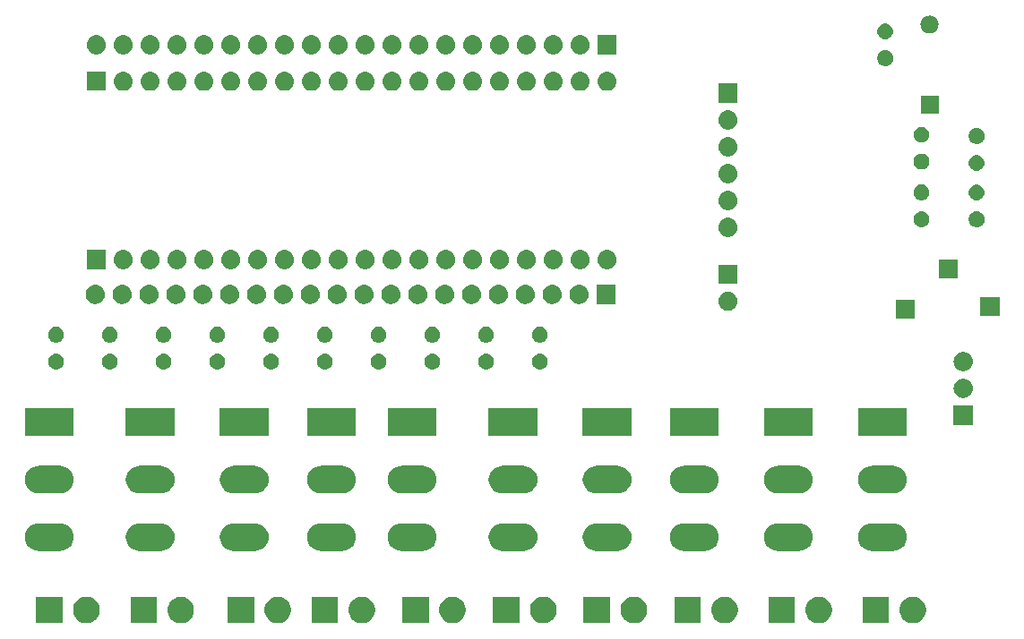
<source format=gbr>
G04 #@! TF.GenerationSoftware,KiCad,Pcbnew,5.0.2-bee76a0~70~ubuntu18.04.1*
G04 #@! TF.CreationDate,2018-12-21T16:27:28-06:00*
G04 #@! TF.ProjectId,pcb,7063622e-6b69-4636-9164-5f7063625858,rev?*
G04 #@! TF.SameCoordinates,Original*
G04 #@! TF.FileFunction,Soldermask,Top*
G04 #@! TF.FilePolarity,Negative*
%FSLAX46Y46*%
G04 Gerber Fmt 4.6, Leading zero omitted, Abs format (unit mm)*
G04 Created by KiCad (PCBNEW 5.0.2-bee76a0~70~ubuntu18.04.1) date Fri 21 Dec 2018 04:27:28 PM CST*
%MOMM*%
%LPD*%
G01*
G04 APERTURE LIST*
%ADD10C,0.100000*%
G04 APERTURE END LIST*
D10*
G36*
X94513637Y-187371020D02*
X94694904Y-187407076D01*
X94922572Y-187501379D01*
X95105019Y-187623287D01*
X95127470Y-187638288D01*
X95301714Y-187812532D01*
X95301716Y-187812535D01*
X95438623Y-188017430D01*
X95532926Y-188245098D01*
X95581001Y-188486788D01*
X95581001Y-188733214D01*
X95532926Y-188974904D01*
X95438623Y-189202572D01*
X95311739Y-189392466D01*
X95301714Y-189407470D01*
X95127470Y-189581714D01*
X95127467Y-189581716D01*
X94922572Y-189718623D01*
X94694904Y-189812926D01*
X94528629Y-189846000D01*
X94453215Y-189861001D01*
X94206787Y-189861001D01*
X94131373Y-189846000D01*
X93965098Y-189812926D01*
X93737430Y-189718623D01*
X93532535Y-189581716D01*
X93532532Y-189581714D01*
X93358288Y-189407470D01*
X93348263Y-189392466D01*
X93221379Y-189202572D01*
X93127076Y-188974904D01*
X93079001Y-188733214D01*
X93079001Y-188486788D01*
X93127076Y-188245098D01*
X93221379Y-188017430D01*
X93358286Y-187812535D01*
X93358288Y-187812532D01*
X93532532Y-187638288D01*
X93554983Y-187623287D01*
X93737430Y-187501379D01*
X93965098Y-187407076D01*
X94146365Y-187371020D01*
X94206787Y-187359001D01*
X94453215Y-187359001D01*
X94513637Y-187371020D01*
X94513637Y-187371020D01*
G37*
G36*
X92081001Y-189861001D02*
X89579001Y-189861001D01*
X89579001Y-187359001D01*
X92081001Y-187359001D01*
X92081001Y-189861001D01*
X92081001Y-189861001D01*
G37*
G36*
X154813636Y-187356019D02*
X154994903Y-187392075D01*
X155222571Y-187486378D01*
X155426542Y-187622668D01*
X155427469Y-187623287D01*
X155601713Y-187797531D01*
X155601715Y-187797534D01*
X155738622Y-188002429D01*
X155832925Y-188230097D01*
X155881000Y-188471787D01*
X155881000Y-188718213D01*
X155832925Y-188959903D01*
X155738622Y-189187571D01*
X155602332Y-189391542D01*
X155601713Y-189392469D01*
X155427469Y-189566713D01*
X155427466Y-189566715D01*
X155222571Y-189703622D01*
X154994903Y-189797925D01*
X154813635Y-189833981D01*
X154753214Y-189846000D01*
X154506786Y-189846000D01*
X154446365Y-189833981D01*
X154265097Y-189797925D01*
X154037429Y-189703622D01*
X153832534Y-189566715D01*
X153832531Y-189566713D01*
X153658287Y-189392469D01*
X153657668Y-189391542D01*
X153521378Y-189187571D01*
X153427075Y-188959903D01*
X153379000Y-188718213D01*
X153379000Y-188471787D01*
X153427075Y-188230097D01*
X153521378Y-188002429D01*
X153658285Y-187797534D01*
X153658287Y-187797531D01*
X153832531Y-187623287D01*
X153833458Y-187622668D01*
X154037429Y-187486378D01*
X154265097Y-187392075D01*
X154446364Y-187356019D01*
X154506786Y-187344000D01*
X154753214Y-187344000D01*
X154813636Y-187356019D01*
X154813636Y-187356019D01*
G37*
G36*
X109201000Y-189846000D02*
X106699000Y-189846000D01*
X106699000Y-187344000D01*
X109201000Y-187344000D01*
X109201000Y-189846000D01*
X109201000Y-189846000D01*
G37*
G36*
X111633636Y-187356019D02*
X111814903Y-187392075D01*
X112042571Y-187486378D01*
X112246542Y-187622668D01*
X112247469Y-187623287D01*
X112421713Y-187797531D01*
X112421715Y-187797534D01*
X112558622Y-188002429D01*
X112652925Y-188230097D01*
X112701000Y-188471787D01*
X112701000Y-188718213D01*
X112652925Y-188959903D01*
X112558622Y-189187571D01*
X112422332Y-189391542D01*
X112421713Y-189392469D01*
X112247469Y-189566713D01*
X112247466Y-189566715D01*
X112042571Y-189703622D01*
X111814903Y-189797925D01*
X111633635Y-189833981D01*
X111573214Y-189846000D01*
X111326786Y-189846000D01*
X111266365Y-189833981D01*
X111085097Y-189797925D01*
X110857429Y-189703622D01*
X110652534Y-189566715D01*
X110652531Y-189566713D01*
X110478287Y-189392469D01*
X110477668Y-189391542D01*
X110341378Y-189187571D01*
X110247075Y-188959903D01*
X110199000Y-188718213D01*
X110199000Y-188471787D01*
X110247075Y-188230097D01*
X110341378Y-188002429D01*
X110478285Y-187797534D01*
X110478287Y-187797531D01*
X110652531Y-187623287D01*
X110653458Y-187622668D01*
X110857429Y-187486378D01*
X111085097Y-187392075D01*
X111266364Y-187356019D01*
X111326786Y-187344000D01*
X111573214Y-187344000D01*
X111633636Y-187356019D01*
X111633636Y-187356019D01*
G37*
G36*
X137343636Y-187356019D02*
X137524903Y-187392075D01*
X137752571Y-187486378D01*
X137956542Y-187622668D01*
X137957469Y-187623287D01*
X138131713Y-187797531D01*
X138131715Y-187797534D01*
X138268622Y-188002429D01*
X138362925Y-188230097D01*
X138411000Y-188471787D01*
X138411000Y-188718213D01*
X138362925Y-188959903D01*
X138268622Y-189187571D01*
X138132332Y-189391542D01*
X138131713Y-189392469D01*
X137957469Y-189566713D01*
X137957466Y-189566715D01*
X137752571Y-189703622D01*
X137524903Y-189797925D01*
X137343635Y-189833981D01*
X137283214Y-189846000D01*
X137036786Y-189846000D01*
X136976365Y-189833981D01*
X136795097Y-189797925D01*
X136567429Y-189703622D01*
X136362534Y-189566715D01*
X136362531Y-189566713D01*
X136188287Y-189392469D01*
X136187668Y-189391542D01*
X136051378Y-189187571D01*
X135957075Y-188959903D01*
X135909000Y-188718213D01*
X135909000Y-188471787D01*
X135957075Y-188230097D01*
X136051378Y-188002429D01*
X136188285Y-187797534D01*
X136188287Y-187797531D01*
X136362531Y-187623287D01*
X136363458Y-187622668D01*
X136567429Y-187486378D01*
X136795097Y-187392075D01*
X136976364Y-187356019D01*
X137036786Y-187344000D01*
X137283214Y-187344000D01*
X137343636Y-187356019D01*
X137343636Y-187356019D01*
G37*
G36*
X134911000Y-189846000D02*
X132409000Y-189846000D01*
X132409000Y-187344000D01*
X134911000Y-187344000D01*
X134911000Y-189846000D01*
X134911000Y-189846000D01*
G37*
G36*
X152381000Y-189846000D02*
X149879000Y-189846000D01*
X149879000Y-187344000D01*
X152381000Y-187344000D01*
X152381000Y-189846000D01*
X152381000Y-189846000D01*
G37*
G36*
X161271000Y-189846000D02*
X158769000Y-189846000D01*
X158769000Y-187344000D01*
X161271000Y-187344000D01*
X161271000Y-189846000D01*
X161271000Y-189846000D01*
G37*
G36*
X120198636Y-187356019D02*
X120379903Y-187392075D01*
X120607571Y-187486378D01*
X120811542Y-187622668D01*
X120812469Y-187623287D01*
X120986713Y-187797531D01*
X120986715Y-187797534D01*
X121123622Y-188002429D01*
X121217925Y-188230097D01*
X121266000Y-188471787D01*
X121266000Y-188718213D01*
X121217925Y-188959903D01*
X121123622Y-189187571D01*
X120987332Y-189391542D01*
X120986713Y-189392469D01*
X120812469Y-189566713D01*
X120812466Y-189566715D01*
X120607571Y-189703622D01*
X120379903Y-189797925D01*
X120198635Y-189833981D01*
X120138214Y-189846000D01*
X119891786Y-189846000D01*
X119831365Y-189833981D01*
X119650097Y-189797925D01*
X119422429Y-189703622D01*
X119217534Y-189566715D01*
X119217531Y-189566713D01*
X119043287Y-189392469D01*
X119042668Y-189391542D01*
X118906378Y-189187571D01*
X118812075Y-188959903D01*
X118764000Y-188718213D01*
X118764000Y-188471787D01*
X118812075Y-188230097D01*
X118906378Y-188002429D01*
X119043285Y-187797534D01*
X119043287Y-187797531D01*
X119217531Y-187623287D01*
X119218458Y-187622668D01*
X119422429Y-187486378D01*
X119650097Y-187392075D01*
X119831364Y-187356019D01*
X119891786Y-187344000D01*
X120138214Y-187344000D01*
X120198636Y-187356019D01*
X120198636Y-187356019D01*
G37*
G36*
X103688636Y-187356019D02*
X103869903Y-187392075D01*
X104097571Y-187486378D01*
X104301542Y-187622668D01*
X104302469Y-187623287D01*
X104476713Y-187797531D01*
X104476715Y-187797534D01*
X104613622Y-188002429D01*
X104707925Y-188230097D01*
X104756000Y-188471787D01*
X104756000Y-188718213D01*
X104707925Y-188959903D01*
X104613622Y-189187571D01*
X104477332Y-189391542D01*
X104476713Y-189392469D01*
X104302469Y-189566713D01*
X104302466Y-189566715D01*
X104097571Y-189703622D01*
X103869903Y-189797925D01*
X103688635Y-189833981D01*
X103628214Y-189846000D01*
X103381786Y-189846000D01*
X103321365Y-189833981D01*
X103140097Y-189797925D01*
X102912429Y-189703622D01*
X102707534Y-189566715D01*
X102707531Y-189566713D01*
X102533287Y-189392469D01*
X102532668Y-189391542D01*
X102396378Y-189187571D01*
X102302075Y-188959903D01*
X102254000Y-188718213D01*
X102254000Y-188471787D01*
X102302075Y-188230097D01*
X102396378Y-188002429D01*
X102533285Y-187797534D01*
X102533287Y-187797531D01*
X102707531Y-187623287D01*
X102708458Y-187622668D01*
X102912429Y-187486378D01*
X103140097Y-187392075D01*
X103321364Y-187356019D01*
X103381786Y-187344000D01*
X103628214Y-187344000D01*
X103688636Y-187356019D01*
X103688636Y-187356019D01*
G37*
G36*
X101256000Y-189846000D02*
X98754000Y-189846000D01*
X98754000Y-187344000D01*
X101256000Y-187344000D01*
X101256000Y-189846000D01*
X101256000Y-189846000D01*
G37*
G36*
X126346000Y-189846000D02*
X123844000Y-189846000D01*
X123844000Y-187344000D01*
X126346000Y-187344000D01*
X126346000Y-189846000D01*
X126346000Y-189846000D01*
G37*
G36*
X128778636Y-187356019D02*
X128959903Y-187392075D01*
X129187571Y-187486378D01*
X129391542Y-187622668D01*
X129392469Y-187623287D01*
X129566713Y-187797531D01*
X129566715Y-187797534D01*
X129703622Y-188002429D01*
X129797925Y-188230097D01*
X129846000Y-188471787D01*
X129846000Y-188718213D01*
X129797925Y-188959903D01*
X129703622Y-189187571D01*
X129567332Y-189391542D01*
X129566713Y-189392469D01*
X129392469Y-189566713D01*
X129392466Y-189566715D01*
X129187571Y-189703622D01*
X128959903Y-189797925D01*
X128778635Y-189833981D01*
X128718214Y-189846000D01*
X128471786Y-189846000D01*
X128411365Y-189833981D01*
X128230097Y-189797925D01*
X128002429Y-189703622D01*
X127797534Y-189566715D01*
X127797531Y-189566713D01*
X127623287Y-189392469D01*
X127622668Y-189391542D01*
X127486378Y-189187571D01*
X127392075Y-188959903D01*
X127344000Y-188718213D01*
X127344000Y-188471787D01*
X127392075Y-188230097D01*
X127486378Y-188002429D01*
X127623285Y-187797534D01*
X127623287Y-187797531D01*
X127797531Y-187623287D01*
X127798458Y-187622668D01*
X128002429Y-187486378D01*
X128230097Y-187392075D01*
X128411364Y-187356019D01*
X128471786Y-187344000D01*
X128718214Y-187344000D01*
X128778636Y-187356019D01*
X128778636Y-187356019D01*
G37*
G36*
X143491000Y-189846000D02*
X140989000Y-189846000D01*
X140989000Y-187344000D01*
X143491000Y-187344000D01*
X143491000Y-189846000D01*
X143491000Y-189846000D01*
G37*
G36*
X145923636Y-187356019D02*
X146104903Y-187392075D01*
X146332571Y-187486378D01*
X146536542Y-187622668D01*
X146537469Y-187623287D01*
X146711713Y-187797531D01*
X146711715Y-187797534D01*
X146848622Y-188002429D01*
X146942925Y-188230097D01*
X146991000Y-188471787D01*
X146991000Y-188718213D01*
X146942925Y-188959903D01*
X146848622Y-189187571D01*
X146712332Y-189391542D01*
X146711713Y-189392469D01*
X146537469Y-189566713D01*
X146537466Y-189566715D01*
X146332571Y-189703622D01*
X146104903Y-189797925D01*
X145923635Y-189833981D01*
X145863214Y-189846000D01*
X145616786Y-189846000D01*
X145556365Y-189833981D01*
X145375097Y-189797925D01*
X145147429Y-189703622D01*
X144942534Y-189566715D01*
X144942531Y-189566713D01*
X144768287Y-189392469D01*
X144767668Y-189391542D01*
X144631378Y-189187571D01*
X144537075Y-188959903D01*
X144489000Y-188718213D01*
X144489000Y-188471787D01*
X144537075Y-188230097D01*
X144631378Y-188002429D01*
X144768285Y-187797534D01*
X144768287Y-187797531D01*
X144942531Y-187623287D01*
X144943458Y-187622668D01*
X145147429Y-187486378D01*
X145375097Y-187392075D01*
X145556364Y-187356019D01*
X145616786Y-187344000D01*
X145863214Y-187344000D01*
X145923636Y-187356019D01*
X145923636Y-187356019D01*
G37*
G36*
X85598636Y-187356019D02*
X85779903Y-187392075D01*
X86007571Y-187486378D01*
X86211542Y-187622668D01*
X86212469Y-187623287D01*
X86386713Y-187797531D01*
X86386715Y-187797534D01*
X86523622Y-188002429D01*
X86617925Y-188230097D01*
X86666000Y-188471787D01*
X86666000Y-188718213D01*
X86617925Y-188959903D01*
X86523622Y-189187571D01*
X86387332Y-189391542D01*
X86386713Y-189392469D01*
X86212469Y-189566713D01*
X86212466Y-189566715D01*
X86007571Y-189703622D01*
X85779903Y-189797925D01*
X85598635Y-189833981D01*
X85538214Y-189846000D01*
X85291786Y-189846000D01*
X85231365Y-189833981D01*
X85050097Y-189797925D01*
X84822429Y-189703622D01*
X84617534Y-189566715D01*
X84617531Y-189566713D01*
X84443287Y-189392469D01*
X84442668Y-189391542D01*
X84306378Y-189187571D01*
X84212075Y-188959903D01*
X84164000Y-188718213D01*
X84164000Y-188471787D01*
X84212075Y-188230097D01*
X84306378Y-188002429D01*
X84443285Y-187797534D01*
X84443287Y-187797531D01*
X84617531Y-187623287D01*
X84618458Y-187622668D01*
X84822429Y-187486378D01*
X85050097Y-187392075D01*
X85231364Y-187356019D01*
X85291786Y-187344000D01*
X85538214Y-187344000D01*
X85598636Y-187356019D01*
X85598636Y-187356019D01*
G37*
G36*
X83166000Y-189846000D02*
X80664000Y-189846000D01*
X80664000Y-187344000D01*
X83166000Y-187344000D01*
X83166000Y-189846000D01*
X83166000Y-189846000D01*
G37*
G36*
X163703636Y-187356019D02*
X163884903Y-187392075D01*
X164112571Y-187486378D01*
X164316542Y-187622668D01*
X164317469Y-187623287D01*
X164491713Y-187797531D01*
X164491715Y-187797534D01*
X164628622Y-188002429D01*
X164722925Y-188230097D01*
X164771000Y-188471787D01*
X164771000Y-188718213D01*
X164722925Y-188959903D01*
X164628622Y-189187571D01*
X164492332Y-189391542D01*
X164491713Y-189392469D01*
X164317469Y-189566713D01*
X164317466Y-189566715D01*
X164112571Y-189703622D01*
X163884903Y-189797925D01*
X163703635Y-189833981D01*
X163643214Y-189846000D01*
X163396786Y-189846000D01*
X163336365Y-189833981D01*
X163155097Y-189797925D01*
X162927429Y-189703622D01*
X162722534Y-189566715D01*
X162722531Y-189566713D01*
X162548287Y-189392469D01*
X162547668Y-189391542D01*
X162411378Y-189187571D01*
X162317075Y-188959903D01*
X162269000Y-188718213D01*
X162269000Y-188471787D01*
X162317075Y-188230097D01*
X162411378Y-188002429D01*
X162548285Y-187797534D01*
X162548287Y-187797531D01*
X162722531Y-187623287D01*
X162723458Y-187622668D01*
X162927429Y-187486378D01*
X163155097Y-187392075D01*
X163336364Y-187356019D01*
X163396786Y-187344000D01*
X163643214Y-187344000D01*
X163703636Y-187356019D01*
X163703636Y-187356019D01*
G37*
G36*
X117766000Y-189846000D02*
X115264000Y-189846000D01*
X115264000Y-187344000D01*
X117766000Y-187344000D01*
X117766000Y-189846000D01*
X117766000Y-189846000D01*
G37*
G36*
X117316689Y-180418706D02*
X117460040Y-180432825D01*
X117705280Y-180507218D01*
X117705282Y-180507219D01*
X117931296Y-180628026D01*
X118129397Y-180790603D01*
X118291974Y-180988704D01*
X118291975Y-180988706D01*
X118412782Y-181214720D01*
X118487175Y-181459960D01*
X118512294Y-181715000D01*
X118487175Y-181970040D01*
X118412782Y-182215280D01*
X118412781Y-182215282D01*
X118291974Y-182441296D01*
X118129397Y-182639397D01*
X117931296Y-182801974D01*
X117931294Y-182801975D01*
X117705280Y-182922782D01*
X117460040Y-182997175D01*
X117316689Y-183011294D01*
X117268906Y-183016000D01*
X115141094Y-183016000D01*
X115093311Y-183011294D01*
X114949960Y-182997175D01*
X114704720Y-182922782D01*
X114478706Y-182801975D01*
X114478704Y-182801974D01*
X114280603Y-182639397D01*
X114118026Y-182441296D01*
X113997219Y-182215282D01*
X113997218Y-182215280D01*
X113922825Y-181970040D01*
X113897706Y-181715000D01*
X113922825Y-181459960D01*
X113997218Y-181214720D01*
X114118025Y-180988706D01*
X114118026Y-180988704D01*
X114280603Y-180790603D01*
X114478704Y-180628026D01*
X114704718Y-180507219D01*
X114704720Y-180507218D01*
X114949960Y-180432825D01*
X115093311Y-180418706D01*
X115141094Y-180414000D01*
X117268906Y-180414000D01*
X117316689Y-180418706D01*
X117316689Y-180418706D01*
G37*
G36*
X161766689Y-180418706D02*
X161910040Y-180432825D01*
X162155280Y-180507218D01*
X162155282Y-180507219D01*
X162381296Y-180628026D01*
X162579397Y-180790603D01*
X162741974Y-180988704D01*
X162741975Y-180988706D01*
X162862782Y-181214720D01*
X162937175Y-181459960D01*
X162962294Y-181715000D01*
X162937175Y-181970040D01*
X162862782Y-182215280D01*
X162862781Y-182215282D01*
X162741974Y-182441296D01*
X162579397Y-182639397D01*
X162381296Y-182801974D01*
X162381294Y-182801975D01*
X162155280Y-182922782D01*
X161910040Y-182997175D01*
X161766689Y-183011294D01*
X161718906Y-183016000D01*
X159591094Y-183016000D01*
X159543311Y-183011294D01*
X159399960Y-182997175D01*
X159154720Y-182922782D01*
X158928706Y-182801975D01*
X158928704Y-182801974D01*
X158730603Y-182639397D01*
X158568026Y-182441296D01*
X158447219Y-182215282D01*
X158447218Y-182215280D01*
X158372825Y-181970040D01*
X158347706Y-181715000D01*
X158372825Y-181459960D01*
X158447218Y-181214720D01*
X158568025Y-180988706D01*
X158568026Y-180988704D01*
X158730603Y-180790603D01*
X158928704Y-180628026D01*
X159154718Y-180507219D01*
X159154720Y-180507218D01*
X159399960Y-180432825D01*
X159543311Y-180418706D01*
X159591094Y-180414000D01*
X161718906Y-180414000D01*
X161766689Y-180418706D01*
X161766689Y-180418706D01*
G37*
G36*
X152876689Y-180418706D02*
X153020040Y-180432825D01*
X153265280Y-180507218D01*
X153265282Y-180507219D01*
X153491296Y-180628026D01*
X153689397Y-180790603D01*
X153851974Y-180988704D01*
X153851975Y-180988706D01*
X153972782Y-181214720D01*
X154047175Y-181459960D01*
X154072294Y-181715000D01*
X154047175Y-181970040D01*
X153972782Y-182215280D01*
X153972781Y-182215282D01*
X153851974Y-182441296D01*
X153689397Y-182639397D01*
X153491296Y-182801974D01*
X153491294Y-182801975D01*
X153265280Y-182922782D01*
X153020040Y-182997175D01*
X152876689Y-183011294D01*
X152828906Y-183016000D01*
X150701094Y-183016000D01*
X150653311Y-183011294D01*
X150509960Y-182997175D01*
X150264720Y-182922782D01*
X150038706Y-182801975D01*
X150038704Y-182801974D01*
X149840603Y-182639397D01*
X149678026Y-182441296D01*
X149557219Y-182215282D01*
X149557218Y-182215280D01*
X149482825Y-181970040D01*
X149457706Y-181715000D01*
X149482825Y-181459960D01*
X149557218Y-181214720D01*
X149678025Y-180988706D01*
X149678026Y-180988704D01*
X149840603Y-180790603D01*
X150038704Y-180628026D01*
X150264718Y-180507219D01*
X150264720Y-180507218D01*
X150509960Y-180432825D01*
X150653311Y-180418706D01*
X150701094Y-180414000D01*
X152828906Y-180414000D01*
X152876689Y-180418706D01*
X152876689Y-180418706D01*
G37*
G36*
X143986689Y-180418706D02*
X144130040Y-180432825D01*
X144375280Y-180507218D01*
X144375282Y-180507219D01*
X144601296Y-180628026D01*
X144799397Y-180790603D01*
X144961974Y-180988704D01*
X144961975Y-180988706D01*
X145082782Y-181214720D01*
X145157175Y-181459960D01*
X145182294Y-181715000D01*
X145157175Y-181970040D01*
X145082782Y-182215280D01*
X145082781Y-182215282D01*
X144961974Y-182441296D01*
X144799397Y-182639397D01*
X144601296Y-182801974D01*
X144601294Y-182801975D01*
X144375280Y-182922782D01*
X144130040Y-182997175D01*
X143986689Y-183011294D01*
X143938906Y-183016000D01*
X141811094Y-183016000D01*
X141763311Y-183011294D01*
X141619960Y-182997175D01*
X141374720Y-182922782D01*
X141148706Y-182801975D01*
X141148704Y-182801974D01*
X140950603Y-182639397D01*
X140788026Y-182441296D01*
X140667219Y-182215282D01*
X140667218Y-182215280D01*
X140592825Y-181970040D01*
X140567706Y-181715000D01*
X140592825Y-181459960D01*
X140667218Y-181214720D01*
X140788025Y-180988706D01*
X140788026Y-180988704D01*
X140950603Y-180790603D01*
X141148704Y-180628026D01*
X141374718Y-180507219D01*
X141374720Y-180507218D01*
X141619960Y-180432825D01*
X141763311Y-180418706D01*
X141811094Y-180414000D01*
X143938906Y-180414000D01*
X143986689Y-180418706D01*
X143986689Y-180418706D01*
G37*
G36*
X135731689Y-180418706D02*
X135875040Y-180432825D01*
X136120280Y-180507218D01*
X136120282Y-180507219D01*
X136346296Y-180628026D01*
X136544397Y-180790603D01*
X136706974Y-180988704D01*
X136706975Y-180988706D01*
X136827782Y-181214720D01*
X136902175Y-181459960D01*
X136927294Y-181715000D01*
X136902175Y-181970040D01*
X136827782Y-182215280D01*
X136827781Y-182215282D01*
X136706974Y-182441296D01*
X136544397Y-182639397D01*
X136346296Y-182801974D01*
X136346294Y-182801975D01*
X136120280Y-182922782D01*
X135875040Y-182997175D01*
X135731689Y-183011294D01*
X135683906Y-183016000D01*
X133556094Y-183016000D01*
X133508311Y-183011294D01*
X133364960Y-182997175D01*
X133119720Y-182922782D01*
X132893706Y-182801975D01*
X132893704Y-182801974D01*
X132695603Y-182639397D01*
X132533026Y-182441296D01*
X132412219Y-182215282D01*
X132412218Y-182215280D01*
X132337825Y-181970040D01*
X132312706Y-181715000D01*
X132337825Y-181459960D01*
X132412218Y-181214720D01*
X132533025Y-180988706D01*
X132533026Y-180988704D01*
X132695603Y-180790603D01*
X132893704Y-180628026D01*
X133119718Y-180507219D01*
X133119720Y-180507218D01*
X133364960Y-180432825D01*
X133508311Y-180418706D01*
X133556094Y-180414000D01*
X135683906Y-180414000D01*
X135731689Y-180418706D01*
X135731689Y-180418706D01*
G37*
G36*
X92551689Y-180418706D02*
X92695040Y-180432825D01*
X92940280Y-180507218D01*
X92940282Y-180507219D01*
X93166296Y-180628026D01*
X93364397Y-180790603D01*
X93526974Y-180988704D01*
X93526975Y-180988706D01*
X93647782Y-181214720D01*
X93722175Y-181459960D01*
X93747294Y-181715000D01*
X93722175Y-181970040D01*
X93647782Y-182215280D01*
X93647781Y-182215282D01*
X93526974Y-182441296D01*
X93364397Y-182639397D01*
X93166296Y-182801974D01*
X93166294Y-182801975D01*
X92940280Y-182922782D01*
X92695040Y-182997175D01*
X92551689Y-183011294D01*
X92503906Y-183016000D01*
X90376094Y-183016000D01*
X90328311Y-183011294D01*
X90184960Y-182997175D01*
X89939720Y-182922782D01*
X89713706Y-182801975D01*
X89713704Y-182801974D01*
X89515603Y-182639397D01*
X89353026Y-182441296D01*
X89232219Y-182215282D01*
X89232218Y-182215280D01*
X89157825Y-181970040D01*
X89132706Y-181715000D01*
X89157825Y-181459960D01*
X89232218Y-181214720D01*
X89353025Y-180988706D01*
X89353026Y-180988704D01*
X89515603Y-180790603D01*
X89713704Y-180628026D01*
X89939718Y-180507219D01*
X89939720Y-180507218D01*
X90184960Y-180432825D01*
X90328311Y-180418706D01*
X90376094Y-180414000D01*
X92503906Y-180414000D01*
X92551689Y-180418706D01*
X92551689Y-180418706D01*
G37*
G36*
X101441689Y-180418706D02*
X101585040Y-180432825D01*
X101830280Y-180507218D01*
X101830282Y-180507219D01*
X102056296Y-180628026D01*
X102254397Y-180790603D01*
X102416974Y-180988704D01*
X102416975Y-180988706D01*
X102537782Y-181214720D01*
X102612175Y-181459960D01*
X102637294Y-181715000D01*
X102612175Y-181970040D01*
X102537782Y-182215280D01*
X102537781Y-182215282D01*
X102416974Y-182441296D01*
X102254397Y-182639397D01*
X102056296Y-182801974D01*
X102056294Y-182801975D01*
X101830280Y-182922782D01*
X101585040Y-182997175D01*
X101441689Y-183011294D01*
X101393906Y-183016000D01*
X99266094Y-183016000D01*
X99218311Y-183011294D01*
X99074960Y-182997175D01*
X98829720Y-182922782D01*
X98603706Y-182801975D01*
X98603704Y-182801974D01*
X98405603Y-182639397D01*
X98243026Y-182441296D01*
X98122219Y-182215282D01*
X98122218Y-182215280D01*
X98047825Y-181970040D01*
X98022706Y-181715000D01*
X98047825Y-181459960D01*
X98122218Y-181214720D01*
X98243025Y-180988706D01*
X98243026Y-180988704D01*
X98405603Y-180790603D01*
X98603704Y-180628026D01*
X98829718Y-180507219D01*
X98829720Y-180507218D01*
X99074960Y-180432825D01*
X99218311Y-180418706D01*
X99266094Y-180414000D01*
X101393906Y-180414000D01*
X101441689Y-180418706D01*
X101441689Y-180418706D01*
G37*
G36*
X126841689Y-180418706D02*
X126985040Y-180432825D01*
X127230280Y-180507218D01*
X127230282Y-180507219D01*
X127456296Y-180628026D01*
X127654397Y-180790603D01*
X127816974Y-180988704D01*
X127816975Y-180988706D01*
X127937782Y-181214720D01*
X128012175Y-181459960D01*
X128037294Y-181715000D01*
X128012175Y-181970040D01*
X127937782Y-182215280D01*
X127937781Y-182215282D01*
X127816974Y-182441296D01*
X127654397Y-182639397D01*
X127456296Y-182801974D01*
X127456294Y-182801975D01*
X127230280Y-182922782D01*
X126985040Y-182997175D01*
X126841689Y-183011294D01*
X126793906Y-183016000D01*
X124666094Y-183016000D01*
X124618311Y-183011294D01*
X124474960Y-182997175D01*
X124229720Y-182922782D01*
X124003706Y-182801975D01*
X124003704Y-182801974D01*
X123805603Y-182639397D01*
X123643026Y-182441296D01*
X123522219Y-182215282D01*
X123522218Y-182215280D01*
X123447825Y-181970040D01*
X123422706Y-181715000D01*
X123447825Y-181459960D01*
X123522218Y-181214720D01*
X123643025Y-180988706D01*
X123643026Y-180988704D01*
X123805603Y-180790603D01*
X124003704Y-180628026D01*
X124229718Y-180507219D01*
X124229720Y-180507218D01*
X124474960Y-180432825D01*
X124618311Y-180418706D01*
X124666094Y-180414000D01*
X126793906Y-180414000D01*
X126841689Y-180418706D01*
X126841689Y-180418706D01*
G37*
G36*
X109696689Y-180418706D02*
X109840040Y-180432825D01*
X110085280Y-180507218D01*
X110085282Y-180507219D01*
X110311296Y-180628026D01*
X110509397Y-180790603D01*
X110671974Y-180988704D01*
X110671975Y-180988706D01*
X110792782Y-181214720D01*
X110867175Y-181459960D01*
X110892294Y-181715000D01*
X110867175Y-181970040D01*
X110792782Y-182215280D01*
X110792781Y-182215282D01*
X110671974Y-182441296D01*
X110509397Y-182639397D01*
X110311296Y-182801974D01*
X110311294Y-182801975D01*
X110085280Y-182922782D01*
X109840040Y-182997175D01*
X109696689Y-183011294D01*
X109648906Y-183016000D01*
X107521094Y-183016000D01*
X107473311Y-183011294D01*
X107329960Y-182997175D01*
X107084720Y-182922782D01*
X106858706Y-182801975D01*
X106858704Y-182801974D01*
X106660603Y-182639397D01*
X106498026Y-182441296D01*
X106377219Y-182215282D01*
X106377218Y-182215280D01*
X106302825Y-181970040D01*
X106277706Y-181715000D01*
X106302825Y-181459960D01*
X106377218Y-181214720D01*
X106498025Y-180988706D01*
X106498026Y-180988704D01*
X106660603Y-180790603D01*
X106858704Y-180628026D01*
X107084718Y-180507219D01*
X107084720Y-180507218D01*
X107329960Y-180432825D01*
X107473311Y-180418706D01*
X107521094Y-180414000D01*
X109648906Y-180414000D01*
X109696689Y-180418706D01*
X109696689Y-180418706D01*
G37*
G36*
X83026689Y-180418706D02*
X83170040Y-180432825D01*
X83415280Y-180507218D01*
X83415282Y-180507219D01*
X83641296Y-180628026D01*
X83839397Y-180790603D01*
X84001974Y-180988704D01*
X84001975Y-180988706D01*
X84122782Y-181214720D01*
X84197175Y-181459960D01*
X84222294Y-181715000D01*
X84197175Y-181970040D01*
X84122782Y-182215280D01*
X84122781Y-182215282D01*
X84001974Y-182441296D01*
X83839397Y-182639397D01*
X83641296Y-182801974D01*
X83641294Y-182801975D01*
X83415280Y-182922782D01*
X83170040Y-182997175D01*
X83026689Y-183011294D01*
X82978906Y-183016000D01*
X80851094Y-183016000D01*
X80803311Y-183011294D01*
X80659960Y-182997175D01*
X80414720Y-182922782D01*
X80188706Y-182801975D01*
X80188704Y-182801974D01*
X79990603Y-182639397D01*
X79828026Y-182441296D01*
X79707219Y-182215282D01*
X79707218Y-182215280D01*
X79632825Y-181970040D01*
X79607706Y-181715000D01*
X79632825Y-181459960D01*
X79707218Y-181214720D01*
X79828025Y-180988706D01*
X79828026Y-180988704D01*
X79990603Y-180790603D01*
X80188704Y-180628026D01*
X80414718Y-180507219D01*
X80414720Y-180507218D01*
X80659960Y-180432825D01*
X80803311Y-180418706D01*
X80851094Y-180414000D01*
X82978906Y-180414000D01*
X83026689Y-180418706D01*
X83026689Y-180418706D01*
G37*
G36*
X126841689Y-174968706D02*
X126985040Y-174982825D01*
X127230280Y-175057218D01*
X127230282Y-175057219D01*
X127456296Y-175178026D01*
X127654397Y-175340603D01*
X127816974Y-175538704D01*
X127816975Y-175538706D01*
X127937782Y-175764720D01*
X128012175Y-176009960D01*
X128037294Y-176265000D01*
X128012175Y-176520040D01*
X127937782Y-176765280D01*
X127937781Y-176765282D01*
X127816974Y-176991296D01*
X127654397Y-177189397D01*
X127456296Y-177351974D01*
X127456294Y-177351975D01*
X127230280Y-177472782D01*
X126985040Y-177547175D01*
X126841689Y-177561294D01*
X126793906Y-177566000D01*
X124666094Y-177566000D01*
X124618311Y-177561294D01*
X124474960Y-177547175D01*
X124229720Y-177472782D01*
X124003706Y-177351975D01*
X124003704Y-177351974D01*
X123805603Y-177189397D01*
X123643026Y-176991296D01*
X123522219Y-176765282D01*
X123522218Y-176765280D01*
X123447825Y-176520040D01*
X123422706Y-176265000D01*
X123447825Y-176009960D01*
X123522218Y-175764720D01*
X123643025Y-175538706D01*
X123643026Y-175538704D01*
X123805603Y-175340603D01*
X124003704Y-175178026D01*
X124229718Y-175057219D01*
X124229720Y-175057218D01*
X124474960Y-174982825D01*
X124618311Y-174968706D01*
X124666094Y-174964000D01*
X126793906Y-174964000D01*
X126841689Y-174968706D01*
X126841689Y-174968706D01*
G37*
G36*
X161766689Y-174968706D02*
X161910040Y-174982825D01*
X162155280Y-175057218D01*
X162155282Y-175057219D01*
X162381296Y-175178026D01*
X162579397Y-175340603D01*
X162741974Y-175538704D01*
X162741975Y-175538706D01*
X162862782Y-175764720D01*
X162937175Y-176009960D01*
X162962294Y-176265000D01*
X162937175Y-176520040D01*
X162862782Y-176765280D01*
X162862781Y-176765282D01*
X162741974Y-176991296D01*
X162579397Y-177189397D01*
X162381296Y-177351974D01*
X162381294Y-177351975D01*
X162155280Y-177472782D01*
X161910040Y-177547175D01*
X161766689Y-177561294D01*
X161718906Y-177566000D01*
X159591094Y-177566000D01*
X159543311Y-177561294D01*
X159399960Y-177547175D01*
X159154720Y-177472782D01*
X158928706Y-177351975D01*
X158928704Y-177351974D01*
X158730603Y-177189397D01*
X158568026Y-176991296D01*
X158447219Y-176765282D01*
X158447218Y-176765280D01*
X158372825Y-176520040D01*
X158347706Y-176265000D01*
X158372825Y-176009960D01*
X158447218Y-175764720D01*
X158568025Y-175538706D01*
X158568026Y-175538704D01*
X158730603Y-175340603D01*
X158928704Y-175178026D01*
X159154718Y-175057219D01*
X159154720Y-175057218D01*
X159399960Y-174982825D01*
X159543311Y-174968706D01*
X159591094Y-174964000D01*
X161718906Y-174964000D01*
X161766689Y-174968706D01*
X161766689Y-174968706D01*
G37*
G36*
X152876689Y-174968706D02*
X153020040Y-174982825D01*
X153265280Y-175057218D01*
X153265282Y-175057219D01*
X153491296Y-175178026D01*
X153689397Y-175340603D01*
X153851974Y-175538704D01*
X153851975Y-175538706D01*
X153972782Y-175764720D01*
X154047175Y-176009960D01*
X154072294Y-176265000D01*
X154047175Y-176520040D01*
X153972782Y-176765280D01*
X153972781Y-176765282D01*
X153851974Y-176991296D01*
X153689397Y-177189397D01*
X153491296Y-177351974D01*
X153491294Y-177351975D01*
X153265280Y-177472782D01*
X153020040Y-177547175D01*
X152876689Y-177561294D01*
X152828906Y-177566000D01*
X150701094Y-177566000D01*
X150653311Y-177561294D01*
X150509960Y-177547175D01*
X150264720Y-177472782D01*
X150038706Y-177351975D01*
X150038704Y-177351974D01*
X149840603Y-177189397D01*
X149678026Y-176991296D01*
X149557219Y-176765282D01*
X149557218Y-176765280D01*
X149482825Y-176520040D01*
X149457706Y-176265000D01*
X149482825Y-176009960D01*
X149557218Y-175764720D01*
X149678025Y-175538706D01*
X149678026Y-175538704D01*
X149840603Y-175340603D01*
X150038704Y-175178026D01*
X150264718Y-175057219D01*
X150264720Y-175057218D01*
X150509960Y-174982825D01*
X150653311Y-174968706D01*
X150701094Y-174964000D01*
X152828906Y-174964000D01*
X152876689Y-174968706D01*
X152876689Y-174968706D01*
G37*
G36*
X143986689Y-174968706D02*
X144130040Y-174982825D01*
X144375280Y-175057218D01*
X144375282Y-175057219D01*
X144601296Y-175178026D01*
X144799397Y-175340603D01*
X144961974Y-175538704D01*
X144961975Y-175538706D01*
X145082782Y-175764720D01*
X145157175Y-176009960D01*
X145182294Y-176265000D01*
X145157175Y-176520040D01*
X145082782Y-176765280D01*
X145082781Y-176765282D01*
X144961974Y-176991296D01*
X144799397Y-177189397D01*
X144601296Y-177351974D01*
X144601294Y-177351975D01*
X144375280Y-177472782D01*
X144130040Y-177547175D01*
X143986689Y-177561294D01*
X143938906Y-177566000D01*
X141811094Y-177566000D01*
X141763311Y-177561294D01*
X141619960Y-177547175D01*
X141374720Y-177472782D01*
X141148706Y-177351975D01*
X141148704Y-177351974D01*
X140950603Y-177189397D01*
X140788026Y-176991296D01*
X140667219Y-176765282D01*
X140667218Y-176765280D01*
X140592825Y-176520040D01*
X140567706Y-176265000D01*
X140592825Y-176009960D01*
X140667218Y-175764720D01*
X140788025Y-175538706D01*
X140788026Y-175538704D01*
X140950603Y-175340603D01*
X141148704Y-175178026D01*
X141374718Y-175057219D01*
X141374720Y-175057218D01*
X141619960Y-174982825D01*
X141763311Y-174968706D01*
X141811094Y-174964000D01*
X143938906Y-174964000D01*
X143986689Y-174968706D01*
X143986689Y-174968706D01*
G37*
G36*
X135731689Y-174968706D02*
X135875040Y-174982825D01*
X136120280Y-175057218D01*
X136120282Y-175057219D01*
X136346296Y-175178026D01*
X136544397Y-175340603D01*
X136706974Y-175538704D01*
X136706975Y-175538706D01*
X136827782Y-175764720D01*
X136902175Y-176009960D01*
X136927294Y-176265000D01*
X136902175Y-176520040D01*
X136827782Y-176765280D01*
X136827781Y-176765282D01*
X136706974Y-176991296D01*
X136544397Y-177189397D01*
X136346296Y-177351974D01*
X136346294Y-177351975D01*
X136120280Y-177472782D01*
X135875040Y-177547175D01*
X135731689Y-177561294D01*
X135683906Y-177566000D01*
X133556094Y-177566000D01*
X133508311Y-177561294D01*
X133364960Y-177547175D01*
X133119720Y-177472782D01*
X132893706Y-177351975D01*
X132893704Y-177351974D01*
X132695603Y-177189397D01*
X132533026Y-176991296D01*
X132412219Y-176765282D01*
X132412218Y-176765280D01*
X132337825Y-176520040D01*
X132312706Y-176265000D01*
X132337825Y-176009960D01*
X132412218Y-175764720D01*
X132533025Y-175538706D01*
X132533026Y-175538704D01*
X132695603Y-175340603D01*
X132893704Y-175178026D01*
X133119718Y-175057219D01*
X133119720Y-175057218D01*
X133364960Y-174982825D01*
X133508311Y-174968706D01*
X133556094Y-174964000D01*
X135683906Y-174964000D01*
X135731689Y-174968706D01*
X135731689Y-174968706D01*
G37*
G36*
X117316689Y-174968706D02*
X117460040Y-174982825D01*
X117705280Y-175057218D01*
X117705282Y-175057219D01*
X117931296Y-175178026D01*
X118129397Y-175340603D01*
X118291974Y-175538704D01*
X118291975Y-175538706D01*
X118412782Y-175764720D01*
X118487175Y-176009960D01*
X118512294Y-176265000D01*
X118487175Y-176520040D01*
X118412782Y-176765280D01*
X118412781Y-176765282D01*
X118291974Y-176991296D01*
X118129397Y-177189397D01*
X117931296Y-177351974D01*
X117931294Y-177351975D01*
X117705280Y-177472782D01*
X117460040Y-177547175D01*
X117316689Y-177561294D01*
X117268906Y-177566000D01*
X115141094Y-177566000D01*
X115093311Y-177561294D01*
X114949960Y-177547175D01*
X114704720Y-177472782D01*
X114478706Y-177351975D01*
X114478704Y-177351974D01*
X114280603Y-177189397D01*
X114118026Y-176991296D01*
X113997219Y-176765282D01*
X113997218Y-176765280D01*
X113922825Y-176520040D01*
X113897706Y-176265000D01*
X113922825Y-176009960D01*
X113997218Y-175764720D01*
X114118025Y-175538706D01*
X114118026Y-175538704D01*
X114280603Y-175340603D01*
X114478704Y-175178026D01*
X114704718Y-175057219D01*
X114704720Y-175057218D01*
X114949960Y-174982825D01*
X115093311Y-174968706D01*
X115141094Y-174964000D01*
X117268906Y-174964000D01*
X117316689Y-174968706D01*
X117316689Y-174968706D01*
G37*
G36*
X83026689Y-174968706D02*
X83170040Y-174982825D01*
X83415280Y-175057218D01*
X83415282Y-175057219D01*
X83641296Y-175178026D01*
X83839397Y-175340603D01*
X84001974Y-175538704D01*
X84001975Y-175538706D01*
X84122782Y-175764720D01*
X84197175Y-176009960D01*
X84222294Y-176265000D01*
X84197175Y-176520040D01*
X84122782Y-176765280D01*
X84122781Y-176765282D01*
X84001974Y-176991296D01*
X83839397Y-177189397D01*
X83641296Y-177351974D01*
X83641294Y-177351975D01*
X83415280Y-177472782D01*
X83170040Y-177547175D01*
X83026689Y-177561294D01*
X82978906Y-177566000D01*
X80851094Y-177566000D01*
X80803311Y-177561294D01*
X80659960Y-177547175D01*
X80414720Y-177472782D01*
X80188706Y-177351975D01*
X80188704Y-177351974D01*
X79990603Y-177189397D01*
X79828026Y-176991296D01*
X79707219Y-176765282D01*
X79707218Y-176765280D01*
X79632825Y-176520040D01*
X79607706Y-176265000D01*
X79632825Y-176009960D01*
X79707218Y-175764720D01*
X79828025Y-175538706D01*
X79828026Y-175538704D01*
X79990603Y-175340603D01*
X80188704Y-175178026D01*
X80414718Y-175057219D01*
X80414720Y-175057218D01*
X80659960Y-174982825D01*
X80803311Y-174968706D01*
X80851094Y-174964000D01*
X82978906Y-174964000D01*
X83026689Y-174968706D01*
X83026689Y-174968706D01*
G37*
G36*
X92551689Y-174968706D02*
X92695040Y-174982825D01*
X92940280Y-175057218D01*
X92940282Y-175057219D01*
X93166296Y-175178026D01*
X93364397Y-175340603D01*
X93526974Y-175538704D01*
X93526975Y-175538706D01*
X93647782Y-175764720D01*
X93722175Y-176009960D01*
X93747294Y-176265000D01*
X93722175Y-176520040D01*
X93647782Y-176765280D01*
X93647781Y-176765282D01*
X93526974Y-176991296D01*
X93364397Y-177189397D01*
X93166296Y-177351974D01*
X93166294Y-177351975D01*
X92940280Y-177472782D01*
X92695040Y-177547175D01*
X92551689Y-177561294D01*
X92503906Y-177566000D01*
X90376094Y-177566000D01*
X90328311Y-177561294D01*
X90184960Y-177547175D01*
X89939720Y-177472782D01*
X89713706Y-177351975D01*
X89713704Y-177351974D01*
X89515603Y-177189397D01*
X89353026Y-176991296D01*
X89232219Y-176765282D01*
X89232218Y-176765280D01*
X89157825Y-176520040D01*
X89132706Y-176265000D01*
X89157825Y-176009960D01*
X89232218Y-175764720D01*
X89353025Y-175538706D01*
X89353026Y-175538704D01*
X89515603Y-175340603D01*
X89713704Y-175178026D01*
X89939718Y-175057219D01*
X89939720Y-175057218D01*
X90184960Y-174982825D01*
X90328311Y-174968706D01*
X90376094Y-174964000D01*
X92503906Y-174964000D01*
X92551689Y-174968706D01*
X92551689Y-174968706D01*
G37*
G36*
X101441689Y-174968706D02*
X101585040Y-174982825D01*
X101830280Y-175057218D01*
X101830282Y-175057219D01*
X102056296Y-175178026D01*
X102254397Y-175340603D01*
X102416974Y-175538704D01*
X102416975Y-175538706D01*
X102537782Y-175764720D01*
X102612175Y-176009960D01*
X102637294Y-176265000D01*
X102612175Y-176520040D01*
X102537782Y-176765280D01*
X102537781Y-176765282D01*
X102416974Y-176991296D01*
X102254397Y-177189397D01*
X102056296Y-177351974D01*
X102056294Y-177351975D01*
X101830280Y-177472782D01*
X101585040Y-177547175D01*
X101441689Y-177561294D01*
X101393906Y-177566000D01*
X99266094Y-177566000D01*
X99218311Y-177561294D01*
X99074960Y-177547175D01*
X98829720Y-177472782D01*
X98603706Y-177351975D01*
X98603704Y-177351974D01*
X98405603Y-177189397D01*
X98243026Y-176991296D01*
X98122219Y-176765282D01*
X98122218Y-176765280D01*
X98047825Y-176520040D01*
X98022706Y-176265000D01*
X98047825Y-176009960D01*
X98122218Y-175764720D01*
X98243025Y-175538706D01*
X98243026Y-175538704D01*
X98405603Y-175340603D01*
X98603704Y-175178026D01*
X98829718Y-175057219D01*
X98829720Y-175057218D01*
X99074960Y-174982825D01*
X99218311Y-174968706D01*
X99266094Y-174964000D01*
X101393906Y-174964000D01*
X101441689Y-174968706D01*
X101441689Y-174968706D01*
G37*
G36*
X109696689Y-174968706D02*
X109840040Y-174982825D01*
X110085280Y-175057218D01*
X110085282Y-175057219D01*
X110311296Y-175178026D01*
X110509397Y-175340603D01*
X110671974Y-175538704D01*
X110671975Y-175538706D01*
X110792782Y-175764720D01*
X110867175Y-176009960D01*
X110892294Y-176265000D01*
X110867175Y-176520040D01*
X110792782Y-176765280D01*
X110792781Y-176765282D01*
X110671974Y-176991296D01*
X110509397Y-177189397D01*
X110311296Y-177351974D01*
X110311294Y-177351975D01*
X110085280Y-177472782D01*
X109840040Y-177547175D01*
X109696689Y-177561294D01*
X109648906Y-177566000D01*
X107521094Y-177566000D01*
X107473311Y-177561294D01*
X107329960Y-177547175D01*
X107084720Y-177472782D01*
X106858706Y-177351975D01*
X106858704Y-177351974D01*
X106660603Y-177189397D01*
X106498026Y-176991296D01*
X106377219Y-176765282D01*
X106377218Y-176765280D01*
X106302825Y-176520040D01*
X106277706Y-176265000D01*
X106302825Y-176009960D01*
X106377218Y-175764720D01*
X106498025Y-175538706D01*
X106498026Y-175538704D01*
X106660603Y-175340603D01*
X106858704Y-175178026D01*
X107084718Y-175057219D01*
X107084720Y-175057218D01*
X107329960Y-174982825D01*
X107473311Y-174968706D01*
X107521094Y-174964000D01*
X109648906Y-174964000D01*
X109696689Y-174968706D01*
X109696689Y-174968706D01*
G37*
G36*
X84216000Y-172116000D02*
X79614000Y-172116000D01*
X79614000Y-169514000D01*
X84216000Y-169514000D01*
X84216000Y-172116000D01*
X84216000Y-172116000D01*
G37*
G36*
X136921000Y-172116000D02*
X132319000Y-172116000D01*
X132319000Y-169514000D01*
X136921000Y-169514000D01*
X136921000Y-172116000D01*
X136921000Y-172116000D01*
G37*
G36*
X154066000Y-172116000D02*
X149464000Y-172116000D01*
X149464000Y-169514000D01*
X154066000Y-169514000D01*
X154066000Y-172116000D01*
X154066000Y-172116000D01*
G37*
G36*
X162956000Y-172116000D02*
X158354000Y-172116000D01*
X158354000Y-169514000D01*
X162956000Y-169514000D01*
X162956000Y-172116000D01*
X162956000Y-172116000D01*
G37*
G36*
X145176000Y-172116000D02*
X140574000Y-172116000D01*
X140574000Y-169514000D01*
X145176000Y-169514000D01*
X145176000Y-172116000D01*
X145176000Y-172116000D01*
G37*
G36*
X118506000Y-172116000D02*
X113904000Y-172116000D01*
X113904000Y-169514000D01*
X118506000Y-169514000D01*
X118506000Y-172116000D01*
X118506000Y-172116000D01*
G37*
G36*
X102631000Y-172116000D02*
X98029000Y-172116000D01*
X98029000Y-169514000D01*
X102631000Y-169514000D01*
X102631000Y-172116000D01*
X102631000Y-172116000D01*
G37*
G36*
X93741000Y-172116000D02*
X89139000Y-172116000D01*
X89139000Y-169514000D01*
X93741000Y-169514000D01*
X93741000Y-172116000D01*
X93741000Y-172116000D01*
G37*
G36*
X110886000Y-172116000D02*
X106284000Y-172116000D01*
X106284000Y-169514000D01*
X110886000Y-169514000D01*
X110886000Y-172116000D01*
X110886000Y-172116000D01*
G37*
G36*
X128031000Y-172116000D02*
X123429000Y-172116000D01*
X123429000Y-169514000D01*
X128031000Y-169514000D01*
X128031000Y-172116000D01*
X128031000Y-172116000D01*
G37*
G36*
X169176000Y-171081000D02*
X167374000Y-171081000D01*
X167374000Y-169279000D01*
X169176000Y-169279000D01*
X169176000Y-171081000D01*
X169176000Y-171081000D01*
G37*
G36*
X168385442Y-166745518D02*
X168451627Y-166752037D01*
X168564853Y-166786384D01*
X168621467Y-166803557D01*
X168760087Y-166877652D01*
X168777991Y-166887222D01*
X168813729Y-166916552D01*
X168915186Y-166999814D01*
X168998448Y-167101271D01*
X169027778Y-167137009D01*
X169027779Y-167137011D01*
X169111443Y-167293533D01*
X169111443Y-167293534D01*
X169162963Y-167463373D01*
X169180359Y-167640000D01*
X169162963Y-167816627D01*
X169128616Y-167929853D01*
X169111443Y-167986467D01*
X169037348Y-168125087D01*
X169027778Y-168142991D01*
X168998448Y-168178729D01*
X168915186Y-168280186D01*
X168813729Y-168363448D01*
X168777991Y-168392778D01*
X168777989Y-168392779D01*
X168621467Y-168476443D01*
X168564853Y-168493616D01*
X168451627Y-168527963D01*
X168385442Y-168534482D01*
X168319260Y-168541000D01*
X168230740Y-168541000D01*
X168164558Y-168534482D01*
X168098373Y-168527963D01*
X167985147Y-168493616D01*
X167928533Y-168476443D01*
X167772011Y-168392779D01*
X167772009Y-168392778D01*
X167736271Y-168363448D01*
X167634814Y-168280186D01*
X167551552Y-168178729D01*
X167522222Y-168142991D01*
X167512652Y-168125087D01*
X167438557Y-167986467D01*
X167421384Y-167929853D01*
X167387037Y-167816627D01*
X167369641Y-167640000D01*
X167387037Y-167463373D01*
X167438557Y-167293534D01*
X167438557Y-167293533D01*
X167522221Y-167137011D01*
X167522222Y-167137009D01*
X167551552Y-167101271D01*
X167634814Y-166999814D01*
X167736271Y-166916552D01*
X167772009Y-166887222D01*
X167789913Y-166877652D01*
X167928533Y-166803557D01*
X167985147Y-166786384D01*
X168098373Y-166752037D01*
X168164558Y-166745518D01*
X168230740Y-166739000D01*
X168319260Y-166739000D01*
X168385442Y-166745518D01*
X168385442Y-166745518D01*
G37*
G36*
X168385442Y-164205518D02*
X168451627Y-164212037D01*
X168564853Y-164246384D01*
X168621467Y-164263557D01*
X168760087Y-164337652D01*
X168777991Y-164347222D01*
X168813729Y-164376552D01*
X168915186Y-164459814D01*
X168998448Y-164561271D01*
X169027778Y-164597009D01*
X169027779Y-164597011D01*
X169111443Y-164753533D01*
X169111443Y-164753534D01*
X169162963Y-164923373D01*
X169180359Y-165100000D01*
X169162963Y-165276627D01*
X169128940Y-165388786D01*
X169111443Y-165446467D01*
X169072538Y-165519252D01*
X169027778Y-165602991D01*
X169002653Y-165633606D01*
X168915186Y-165740186D01*
X168845725Y-165797190D01*
X168777991Y-165852778D01*
X168777989Y-165852779D01*
X168621467Y-165936443D01*
X168564853Y-165953616D01*
X168451627Y-165987963D01*
X168385443Y-165994481D01*
X168319260Y-166001000D01*
X168230740Y-166001000D01*
X168164557Y-165994481D01*
X168098373Y-165987963D01*
X167985147Y-165953616D01*
X167928533Y-165936443D01*
X167772011Y-165852779D01*
X167772009Y-165852778D01*
X167704275Y-165797190D01*
X167634814Y-165740186D01*
X167547347Y-165633606D01*
X167522222Y-165602991D01*
X167477462Y-165519252D01*
X167438557Y-165446467D01*
X167421060Y-165388786D01*
X167387037Y-165276627D01*
X167369641Y-165100000D01*
X167387037Y-164923373D01*
X167438557Y-164753534D01*
X167438557Y-164753533D01*
X167522221Y-164597011D01*
X167522222Y-164597009D01*
X167551552Y-164561271D01*
X167634814Y-164459814D01*
X167736271Y-164376552D01*
X167772009Y-164347222D01*
X167789913Y-164337652D01*
X167928533Y-164263557D01*
X167985147Y-164246384D01*
X168098373Y-164212037D01*
X168164558Y-164205518D01*
X168230740Y-164199000D01*
X168319260Y-164199000D01*
X168385442Y-164205518D01*
X168385442Y-164205518D01*
G37*
G36*
X128343665Y-164352622D02*
X128417222Y-164359867D01*
X128558786Y-164402810D01*
X128689252Y-164472546D01*
X128803606Y-164566394D01*
X128897454Y-164680748D01*
X128967190Y-164811214D01*
X129010133Y-164952778D01*
X129024633Y-165100000D01*
X129010133Y-165247222D01*
X128967190Y-165388786D01*
X128897454Y-165519252D01*
X128803606Y-165633606D01*
X128689252Y-165727454D01*
X128558786Y-165797190D01*
X128417222Y-165840133D01*
X128343665Y-165847378D01*
X128306888Y-165851000D01*
X128233112Y-165851000D01*
X128196335Y-165847378D01*
X128122778Y-165840133D01*
X127981214Y-165797190D01*
X127850748Y-165727454D01*
X127736394Y-165633606D01*
X127642546Y-165519252D01*
X127572810Y-165388786D01*
X127529867Y-165247222D01*
X127515367Y-165100000D01*
X127529867Y-164952778D01*
X127572810Y-164811214D01*
X127642546Y-164680748D01*
X127736394Y-164566394D01*
X127850748Y-164472546D01*
X127981214Y-164402810D01*
X128122778Y-164359867D01*
X128196335Y-164352622D01*
X128233112Y-164349000D01*
X128306888Y-164349000D01*
X128343665Y-164352622D01*
X128343665Y-164352622D01*
G37*
G36*
X123263665Y-164352622D02*
X123337222Y-164359867D01*
X123478786Y-164402810D01*
X123609252Y-164472546D01*
X123723606Y-164566394D01*
X123817454Y-164680748D01*
X123887190Y-164811214D01*
X123930133Y-164952778D01*
X123944633Y-165100000D01*
X123930133Y-165247222D01*
X123887190Y-165388786D01*
X123817454Y-165519252D01*
X123723606Y-165633606D01*
X123609252Y-165727454D01*
X123478786Y-165797190D01*
X123337222Y-165840133D01*
X123263665Y-165847378D01*
X123226888Y-165851000D01*
X123153112Y-165851000D01*
X123116335Y-165847378D01*
X123042778Y-165840133D01*
X122901214Y-165797190D01*
X122770748Y-165727454D01*
X122656394Y-165633606D01*
X122562546Y-165519252D01*
X122492810Y-165388786D01*
X122449867Y-165247222D01*
X122435367Y-165100000D01*
X122449867Y-164952778D01*
X122492810Y-164811214D01*
X122562546Y-164680748D01*
X122656394Y-164566394D01*
X122770748Y-164472546D01*
X122901214Y-164402810D01*
X123042778Y-164359867D01*
X123116335Y-164352622D01*
X123153112Y-164349000D01*
X123226888Y-164349000D01*
X123263665Y-164352622D01*
X123263665Y-164352622D01*
G37*
G36*
X113103665Y-164352622D02*
X113177222Y-164359867D01*
X113318786Y-164402810D01*
X113449252Y-164472546D01*
X113563606Y-164566394D01*
X113657454Y-164680748D01*
X113727190Y-164811214D01*
X113770133Y-164952778D01*
X113784633Y-165100000D01*
X113770133Y-165247222D01*
X113727190Y-165388786D01*
X113657454Y-165519252D01*
X113563606Y-165633606D01*
X113449252Y-165727454D01*
X113318786Y-165797190D01*
X113177222Y-165840133D01*
X113103665Y-165847378D01*
X113066888Y-165851000D01*
X112993112Y-165851000D01*
X112956335Y-165847378D01*
X112882778Y-165840133D01*
X112741214Y-165797190D01*
X112610748Y-165727454D01*
X112496394Y-165633606D01*
X112402546Y-165519252D01*
X112332810Y-165388786D01*
X112289867Y-165247222D01*
X112275367Y-165100000D01*
X112289867Y-164952778D01*
X112332810Y-164811214D01*
X112402546Y-164680748D01*
X112496394Y-164566394D01*
X112610748Y-164472546D01*
X112741214Y-164402810D01*
X112882778Y-164359867D01*
X112956335Y-164352622D01*
X112993112Y-164349000D01*
X113066888Y-164349000D01*
X113103665Y-164352622D01*
X113103665Y-164352622D01*
G37*
G36*
X97863665Y-164352622D02*
X97937222Y-164359867D01*
X98078786Y-164402810D01*
X98209252Y-164472546D01*
X98323606Y-164566394D01*
X98417454Y-164680748D01*
X98487190Y-164811214D01*
X98530133Y-164952778D01*
X98544633Y-165100000D01*
X98530133Y-165247222D01*
X98487190Y-165388786D01*
X98417454Y-165519252D01*
X98323606Y-165633606D01*
X98209252Y-165727454D01*
X98078786Y-165797190D01*
X97937222Y-165840133D01*
X97863665Y-165847378D01*
X97826888Y-165851000D01*
X97753112Y-165851000D01*
X97716335Y-165847378D01*
X97642778Y-165840133D01*
X97501214Y-165797190D01*
X97370748Y-165727454D01*
X97256394Y-165633606D01*
X97162546Y-165519252D01*
X97092810Y-165388786D01*
X97049867Y-165247222D01*
X97035367Y-165100000D01*
X97049867Y-164952778D01*
X97092810Y-164811214D01*
X97162546Y-164680748D01*
X97256394Y-164566394D01*
X97370748Y-164472546D01*
X97501214Y-164402810D01*
X97642778Y-164359867D01*
X97716335Y-164352622D01*
X97753112Y-164349000D01*
X97826888Y-164349000D01*
X97863665Y-164352622D01*
X97863665Y-164352622D01*
G37*
G36*
X92783665Y-164352622D02*
X92857222Y-164359867D01*
X92998786Y-164402810D01*
X93129252Y-164472546D01*
X93243606Y-164566394D01*
X93337454Y-164680748D01*
X93407190Y-164811214D01*
X93450133Y-164952778D01*
X93464633Y-165100000D01*
X93450133Y-165247222D01*
X93407190Y-165388786D01*
X93337454Y-165519252D01*
X93243606Y-165633606D01*
X93129252Y-165727454D01*
X92998786Y-165797190D01*
X92857222Y-165840133D01*
X92783665Y-165847378D01*
X92746888Y-165851000D01*
X92673112Y-165851000D01*
X92636335Y-165847378D01*
X92562778Y-165840133D01*
X92421214Y-165797190D01*
X92290748Y-165727454D01*
X92176394Y-165633606D01*
X92082546Y-165519252D01*
X92012810Y-165388786D01*
X91969867Y-165247222D01*
X91955367Y-165100000D01*
X91969867Y-164952778D01*
X92012810Y-164811214D01*
X92082546Y-164680748D01*
X92176394Y-164566394D01*
X92290748Y-164472546D01*
X92421214Y-164402810D01*
X92562778Y-164359867D01*
X92636335Y-164352622D01*
X92673112Y-164349000D01*
X92746888Y-164349000D01*
X92783665Y-164352622D01*
X92783665Y-164352622D01*
G37*
G36*
X87703665Y-164352622D02*
X87777222Y-164359867D01*
X87918786Y-164402810D01*
X88049252Y-164472546D01*
X88163606Y-164566394D01*
X88257454Y-164680748D01*
X88327190Y-164811214D01*
X88370133Y-164952778D01*
X88384633Y-165100000D01*
X88370133Y-165247222D01*
X88327190Y-165388786D01*
X88257454Y-165519252D01*
X88163606Y-165633606D01*
X88049252Y-165727454D01*
X87918786Y-165797190D01*
X87777222Y-165840133D01*
X87703665Y-165847378D01*
X87666888Y-165851000D01*
X87593112Y-165851000D01*
X87556335Y-165847378D01*
X87482778Y-165840133D01*
X87341214Y-165797190D01*
X87210748Y-165727454D01*
X87096394Y-165633606D01*
X87002546Y-165519252D01*
X86932810Y-165388786D01*
X86889867Y-165247222D01*
X86875367Y-165100000D01*
X86889867Y-164952778D01*
X86932810Y-164811214D01*
X87002546Y-164680748D01*
X87096394Y-164566394D01*
X87210748Y-164472546D01*
X87341214Y-164402810D01*
X87482778Y-164359867D01*
X87556335Y-164352622D01*
X87593112Y-164349000D01*
X87666888Y-164349000D01*
X87703665Y-164352622D01*
X87703665Y-164352622D01*
G37*
G36*
X82623665Y-164352622D02*
X82697222Y-164359867D01*
X82838786Y-164402810D01*
X82969252Y-164472546D01*
X83083606Y-164566394D01*
X83177454Y-164680748D01*
X83247190Y-164811214D01*
X83290133Y-164952778D01*
X83304633Y-165100000D01*
X83290133Y-165247222D01*
X83247190Y-165388786D01*
X83177454Y-165519252D01*
X83083606Y-165633606D01*
X82969252Y-165727454D01*
X82838786Y-165797190D01*
X82697222Y-165840133D01*
X82623665Y-165847378D01*
X82586888Y-165851000D01*
X82513112Y-165851000D01*
X82476335Y-165847378D01*
X82402778Y-165840133D01*
X82261214Y-165797190D01*
X82130748Y-165727454D01*
X82016394Y-165633606D01*
X81922546Y-165519252D01*
X81852810Y-165388786D01*
X81809867Y-165247222D01*
X81795367Y-165100000D01*
X81809867Y-164952778D01*
X81852810Y-164811214D01*
X81922546Y-164680748D01*
X82016394Y-164566394D01*
X82130748Y-164472546D01*
X82261214Y-164402810D01*
X82402778Y-164359867D01*
X82476335Y-164352622D01*
X82513112Y-164349000D01*
X82586888Y-164349000D01*
X82623665Y-164352622D01*
X82623665Y-164352622D01*
G37*
G36*
X118183665Y-164352622D02*
X118257222Y-164359867D01*
X118398786Y-164402810D01*
X118529252Y-164472546D01*
X118643606Y-164566394D01*
X118737454Y-164680748D01*
X118807190Y-164811214D01*
X118850133Y-164952778D01*
X118864633Y-165100000D01*
X118850133Y-165247222D01*
X118807190Y-165388786D01*
X118737454Y-165519252D01*
X118643606Y-165633606D01*
X118529252Y-165727454D01*
X118398786Y-165797190D01*
X118257222Y-165840133D01*
X118183665Y-165847378D01*
X118146888Y-165851000D01*
X118073112Y-165851000D01*
X118036335Y-165847378D01*
X117962778Y-165840133D01*
X117821214Y-165797190D01*
X117690748Y-165727454D01*
X117576394Y-165633606D01*
X117482546Y-165519252D01*
X117412810Y-165388786D01*
X117369867Y-165247222D01*
X117355367Y-165100000D01*
X117369867Y-164952778D01*
X117412810Y-164811214D01*
X117482546Y-164680748D01*
X117576394Y-164566394D01*
X117690748Y-164472546D01*
X117821214Y-164402810D01*
X117962778Y-164359867D01*
X118036335Y-164352622D01*
X118073112Y-164349000D01*
X118146888Y-164349000D01*
X118183665Y-164352622D01*
X118183665Y-164352622D01*
G37*
G36*
X102943665Y-164352622D02*
X103017222Y-164359867D01*
X103158786Y-164402810D01*
X103289252Y-164472546D01*
X103403606Y-164566394D01*
X103497454Y-164680748D01*
X103567190Y-164811214D01*
X103610133Y-164952778D01*
X103624633Y-165100000D01*
X103610133Y-165247222D01*
X103567190Y-165388786D01*
X103497454Y-165519252D01*
X103403606Y-165633606D01*
X103289252Y-165727454D01*
X103158786Y-165797190D01*
X103017222Y-165840133D01*
X102943665Y-165847378D01*
X102906888Y-165851000D01*
X102833112Y-165851000D01*
X102796335Y-165847378D01*
X102722778Y-165840133D01*
X102581214Y-165797190D01*
X102450748Y-165727454D01*
X102336394Y-165633606D01*
X102242546Y-165519252D01*
X102172810Y-165388786D01*
X102129867Y-165247222D01*
X102115367Y-165100000D01*
X102129867Y-164952778D01*
X102172810Y-164811214D01*
X102242546Y-164680748D01*
X102336394Y-164566394D01*
X102450748Y-164472546D01*
X102581214Y-164402810D01*
X102722778Y-164359867D01*
X102796335Y-164352622D01*
X102833112Y-164349000D01*
X102906888Y-164349000D01*
X102943665Y-164352622D01*
X102943665Y-164352622D01*
G37*
G36*
X108023665Y-164352622D02*
X108097222Y-164359867D01*
X108238786Y-164402810D01*
X108369252Y-164472546D01*
X108483606Y-164566394D01*
X108577454Y-164680748D01*
X108647190Y-164811214D01*
X108690133Y-164952778D01*
X108704633Y-165100000D01*
X108690133Y-165247222D01*
X108647190Y-165388786D01*
X108577454Y-165519252D01*
X108483606Y-165633606D01*
X108369252Y-165727454D01*
X108238786Y-165797190D01*
X108097222Y-165840133D01*
X108023665Y-165847378D01*
X107986888Y-165851000D01*
X107913112Y-165851000D01*
X107876335Y-165847378D01*
X107802778Y-165840133D01*
X107661214Y-165797190D01*
X107530748Y-165727454D01*
X107416394Y-165633606D01*
X107322546Y-165519252D01*
X107252810Y-165388786D01*
X107209867Y-165247222D01*
X107195367Y-165100000D01*
X107209867Y-164952778D01*
X107252810Y-164811214D01*
X107322546Y-164680748D01*
X107416394Y-164566394D01*
X107530748Y-164472546D01*
X107661214Y-164402810D01*
X107802778Y-164359867D01*
X107876335Y-164352622D01*
X107913112Y-164349000D01*
X107986888Y-164349000D01*
X108023665Y-164352622D01*
X108023665Y-164352622D01*
G37*
G36*
X97922004Y-161820544D02*
X98009059Y-161837860D01*
X98145732Y-161894472D01*
X98145733Y-161894473D01*
X98268738Y-161976662D01*
X98373338Y-162081262D01*
X98373340Y-162081265D01*
X98455528Y-162204268D01*
X98512140Y-162340941D01*
X98541000Y-162486033D01*
X98541000Y-162633967D01*
X98512140Y-162779059D01*
X98455528Y-162915732D01*
X98455527Y-162915733D01*
X98373338Y-163038738D01*
X98268738Y-163143338D01*
X98268735Y-163143340D01*
X98145732Y-163225528D01*
X98009059Y-163282140D01*
X97922004Y-163299456D01*
X97863969Y-163311000D01*
X97716031Y-163311000D01*
X97657996Y-163299456D01*
X97570941Y-163282140D01*
X97434268Y-163225528D01*
X97311265Y-163143340D01*
X97311262Y-163143338D01*
X97206662Y-163038738D01*
X97124473Y-162915733D01*
X97124472Y-162915732D01*
X97067860Y-162779059D01*
X97039000Y-162633967D01*
X97039000Y-162486033D01*
X97067860Y-162340941D01*
X97124472Y-162204268D01*
X97206660Y-162081265D01*
X97206662Y-162081262D01*
X97311262Y-161976662D01*
X97434267Y-161894473D01*
X97434268Y-161894472D01*
X97570941Y-161837860D01*
X97657996Y-161820544D01*
X97716031Y-161809000D01*
X97863969Y-161809000D01*
X97922004Y-161820544D01*
X97922004Y-161820544D01*
G37*
G36*
X87762004Y-161820544D02*
X87849059Y-161837860D01*
X87985732Y-161894472D01*
X87985733Y-161894473D01*
X88108738Y-161976662D01*
X88213338Y-162081262D01*
X88213340Y-162081265D01*
X88295528Y-162204268D01*
X88352140Y-162340941D01*
X88381000Y-162486033D01*
X88381000Y-162633967D01*
X88352140Y-162779059D01*
X88295528Y-162915732D01*
X88295527Y-162915733D01*
X88213338Y-163038738D01*
X88108738Y-163143338D01*
X88108735Y-163143340D01*
X87985732Y-163225528D01*
X87849059Y-163282140D01*
X87762004Y-163299456D01*
X87703969Y-163311000D01*
X87556031Y-163311000D01*
X87497996Y-163299456D01*
X87410941Y-163282140D01*
X87274268Y-163225528D01*
X87151265Y-163143340D01*
X87151262Y-163143338D01*
X87046662Y-163038738D01*
X86964473Y-162915733D01*
X86964472Y-162915732D01*
X86907860Y-162779059D01*
X86879000Y-162633967D01*
X86879000Y-162486033D01*
X86907860Y-162340941D01*
X86964472Y-162204268D01*
X87046660Y-162081265D01*
X87046662Y-162081262D01*
X87151262Y-161976662D01*
X87274267Y-161894473D01*
X87274268Y-161894472D01*
X87410941Y-161837860D01*
X87497996Y-161820544D01*
X87556031Y-161809000D01*
X87703969Y-161809000D01*
X87762004Y-161820544D01*
X87762004Y-161820544D01*
G37*
G36*
X128402004Y-161820544D02*
X128489059Y-161837860D01*
X128625732Y-161894472D01*
X128625733Y-161894473D01*
X128748738Y-161976662D01*
X128853338Y-162081262D01*
X128853340Y-162081265D01*
X128935528Y-162204268D01*
X128992140Y-162340941D01*
X129021000Y-162486033D01*
X129021000Y-162633967D01*
X128992140Y-162779059D01*
X128935528Y-162915732D01*
X128935527Y-162915733D01*
X128853338Y-163038738D01*
X128748738Y-163143338D01*
X128748735Y-163143340D01*
X128625732Y-163225528D01*
X128489059Y-163282140D01*
X128402004Y-163299456D01*
X128343969Y-163311000D01*
X128196031Y-163311000D01*
X128137996Y-163299456D01*
X128050941Y-163282140D01*
X127914268Y-163225528D01*
X127791265Y-163143340D01*
X127791262Y-163143338D01*
X127686662Y-163038738D01*
X127604473Y-162915733D01*
X127604472Y-162915732D01*
X127547860Y-162779059D01*
X127519000Y-162633967D01*
X127519000Y-162486033D01*
X127547860Y-162340941D01*
X127604472Y-162204268D01*
X127686660Y-162081265D01*
X127686662Y-162081262D01*
X127791262Y-161976662D01*
X127914267Y-161894473D01*
X127914268Y-161894472D01*
X128050941Y-161837860D01*
X128137996Y-161820544D01*
X128196031Y-161809000D01*
X128343969Y-161809000D01*
X128402004Y-161820544D01*
X128402004Y-161820544D01*
G37*
G36*
X123322004Y-161820544D02*
X123409059Y-161837860D01*
X123545732Y-161894472D01*
X123545733Y-161894473D01*
X123668738Y-161976662D01*
X123773338Y-162081262D01*
X123773340Y-162081265D01*
X123855528Y-162204268D01*
X123912140Y-162340941D01*
X123941000Y-162486033D01*
X123941000Y-162633967D01*
X123912140Y-162779059D01*
X123855528Y-162915732D01*
X123855527Y-162915733D01*
X123773338Y-163038738D01*
X123668738Y-163143338D01*
X123668735Y-163143340D01*
X123545732Y-163225528D01*
X123409059Y-163282140D01*
X123322004Y-163299456D01*
X123263969Y-163311000D01*
X123116031Y-163311000D01*
X123057996Y-163299456D01*
X122970941Y-163282140D01*
X122834268Y-163225528D01*
X122711265Y-163143340D01*
X122711262Y-163143338D01*
X122606662Y-163038738D01*
X122524473Y-162915733D01*
X122524472Y-162915732D01*
X122467860Y-162779059D01*
X122439000Y-162633967D01*
X122439000Y-162486033D01*
X122467860Y-162340941D01*
X122524472Y-162204268D01*
X122606660Y-162081265D01*
X122606662Y-162081262D01*
X122711262Y-161976662D01*
X122834267Y-161894473D01*
X122834268Y-161894472D01*
X122970941Y-161837860D01*
X123057996Y-161820544D01*
X123116031Y-161809000D01*
X123263969Y-161809000D01*
X123322004Y-161820544D01*
X123322004Y-161820544D01*
G37*
G36*
X118242004Y-161820544D02*
X118329059Y-161837860D01*
X118465732Y-161894472D01*
X118465733Y-161894473D01*
X118588738Y-161976662D01*
X118693338Y-162081262D01*
X118693340Y-162081265D01*
X118775528Y-162204268D01*
X118832140Y-162340941D01*
X118861000Y-162486033D01*
X118861000Y-162633967D01*
X118832140Y-162779059D01*
X118775528Y-162915732D01*
X118775527Y-162915733D01*
X118693338Y-163038738D01*
X118588738Y-163143338D01*
X118588735Y-163143340D01*
X118465732Y-163225528D01*
X118329059Y-163282140D01*
X118242004Y-163299456D01*
X118183969Y-163311000D01*
X118036031Y-163311000D01*
X117977996Y-163299456D01*
X117890941Y-163282140D01*
X117754268Y-163225528D01*
X117631265Y-163143340D01*
X117631262Y-163143338D01*
X117526662Y-163038738D01*
X117444473Y-162915733D01*
X117444472Y-162915732D01*
X117387860Y-162779059D01*
X117359000Y-162633967D01*
X117359000Y-162486033D01*
X117387860Y-162340941D01*
X117444472Y-162204268D01*
X117526660Y-162081265D01*
X117526662Y-162081262D01*
X117631262Y-161976662D01*
X117754267Y-161894473D01*
X117754268Y-161894472D01*
X117890941Y-161837860D01*
X117977996Y-161820544D01*
X118036031Y-161809000D01*
X118183969Y-161809000D01*
X118242004Y-161820544D01*
X118242004Y-161820544D01*
G37*
G36*
X108082004Y-161820544D02*
X108169059Y-161837860D01*
X108305732Y-161894472D01*
X108305733Y-161894473D01*
X108428738Y-161976662D01*
X108533338Y-162081262D01*
X108533340Y-162081265D01*
X108615528Y-162204268D01*
X108672140Y-162340941D01*
X108701000Y-162486033D01*
X108701000Y-162633967D01*
X108672140Y-162779059D01*
X108615528Y-162915732D01*
X108615527Y-162915733D01*
X108533338Y-163038738D01*
X108428738Y-163143338D01*
X108428735Y-163143340D01*
X108305732Y-163225528D01*
X108169059Y-163282140D01*
X108082004Y-163299456D01*
X108023969Y-163311000D01*
X107876031Y-163311000D01*
X107817996Y-163299456D01*
X107730941Y-163282140D01*
X107594268Y-163225528D01*
X107471265Y-163143340D01*
X107471262Y-163143338D01*
X107366662Y-163038738D01*
X107284473Y-162915733D01*
X107284472Y-162915732D01*
X107227860Y-162779059D01*
X107199000Y-162633967D01*
X107199000Y-162486033D01*
X107227860Y-162340941D01*
X107284472Y-162204268D01*
X107366660Y-162081265D01*
X107366662Y-162081262D01*
X107471262Y-161976662D01*
X107594267Y-161894473D01*
X107594268Y-161894472D01*
X107730941Y-161837860D01*
X107817996Y-161820544D01*
X107876031Y-161809000D01*
X108023969Y-161809000D01*
X108082004Y-161820544D01*
X108082004Y-161820544D01*
G37*
G36*
X103002004Y-161820544D02*
X103089059Y-161837860D01*
X103225732Y-161894472D01*
X103225733Y-161894473D01*
X103348738Y-161976662D01*
X103453338Y-162081262D01*
X103453340Y-162081265D01*
X103535528Y-162204268D01*
X103592140Y-162340941D01*
X103621000Y-162486033D01*
X103621000Y-162633967D01*
X103592140Y-162779059D01*
X103535528Y-162915732D01*
X103535527Y-162915733D01*
X103453338Y-163038738D01*
X103348738Y-163143338D01*
X103348735Y-163143340D01*
X103225732Y-163225528D01*
X103089059Y-163282140D01*
X103002004Y-163299456D01*
X102943969Y-163311000D01*
X102796031Y-163311000D01*
X102737996Y-163299456D01*
X102650941Y-163282140D01*
X102514268Y-163225528D01*
X102391265Y-163143340D01*
X102391262Y-163143338D01*
X102286662Y-163038738D01*
X102204473Y-162915733D01*
X102204472Y-162915732D01*
X102147860Y-162779059D01*
X102119000Y-162633967D01*
X102119000Y-162486033D01*
X102147860Y-162340941D01*
X102204472Y-162204268D01*
X102286660Y-162081265D01*
X102286662Y-162081262D01*
X102391262Y-161976662D01*
X102514267Y-161894473D01*
X102514268Y-161894472D01*
X102650941Y-161837860D01*
X102737996Y-161820544D01*
X102796031Y-161809000D01*
X102943969Y-161809000D01*
X103002004Y-161820544D01*
X103002004Y-161820544D01*
G37*
G36*
X82682004Y-161820544D02*
X82769059Y-161837860D01*
X82905732Y-161894472D01*
X82905733Y-161894473D01*
X83028738Y-161976662D01*
X83133338Y-162081262D01*
X83133340Y-162081265D01*
X83215528Y-162204268D01*
X83272140Y-162340941D01*
X83301000Y-162486033D01*
X83301000Y-162633967D01*
X83272140Y-162779059D01*
X83215528Y-162915732D01*
X83215527Y-162915733D01*
X83133338Y-163038738D01*
X83028738Y-163143338D01*
X83028735Y-163143340D01*
X82905732Y-163225528D01*
X82769059Y-163282140D01*
X82682004Y-163299456D01*
X82623969Y-163311000D01*
X82476031Y-163311000D01*
X82417996Y-163299456D01*
X82330941Y-163282140D01*
X82194268Y-163225528D01*
X82071265Y-163143340D01*
X82071262Y-163143338D01*
X81966662Y-163038738D01*
X81884473Y-162915733D01*
X81884472Y-162915732D01*
X81827860Y-162779059D01*
X81799000Y-162633967D01*
X81799000Y-162486033D01*
X81827860Y-162340941D01*
X81884472Y-162204268D01*
X81966660Y-162081265D01*
X81966662Y-162081262D01*
X82071262Y-161976662D01*
X82194267Y-161894473D01*
X82194268Y-161894472D01*
X82330941Y-161837860D01*
X82417996Y-161820544D01*
X82476031Y-161809000D01*
X82623969Y-161809000D01*
X82682004Y-161820544D01*
X82682004Y-161820544D01*
G37*
G36*
X92842004Y-161820544D02*
X92929059Y-161837860D01*
X93065732Y-161894472D01*
X93065733Y-161894473D01*
X93188738Y-161976662D01*
X93293338Y-162081262D01*
X93293340Y-162081265D01*
X93375528Y-162204268D01*
X93432140Y-162340941D01*
X93461000Y-162486033D01*
X93461000Y-162633967D01*
X93432140Y-162779059D01*
X93375528Y-162915732D01*
X93375527Y-162915733D01*
X93293338Y-163038738D01*
X93188738Y-163143338D01*
X93188735Y-163143340D01*
X93065732Y-163225528D01*
X92929059Y-163282140D01*
X92842004Y-163299456D01*
X92783969Y-163311000D01*
X92636031Y-163311000D01*
X92577996Y-163299456D01*
X92490941Y-163282140D01*
X92354268Y-163225528D01*
X92231265Y-163143340D01*
X92231262Y-163143338D01*
X92126662Y-163038738D01*
X92044473Y-162915733D01*
X92044472Y-162915732D01*
X91987860Y-162779059D01*
X91959000Y-162633967D01*
X91959000Y-162486033D01*
X91987860Y-162340941D01*
X92044472Y-162204268D01*
X92126660Y-162081265D01*
X92126662Y-162081262D01*
X92231262Y-161976662D01*
X92354267Y-161894473D01*
X92354268Y-161894472D01*
X92490941Y-161837860D01*
X92577996Y-161820544D01*
X92636031Y-161809000D01*
X92783969Y-161809000D01*
X92842004Y-161820544D01*
X92842004Y-161820544D01*
G37*
G36*
X113162004Y-161820544D02*
X113249059Y-161837860D01*
X113385732Y-161894472D01*
X113385733Y-161894473D01*
X113508738Y-161976662D01*
X113613338Y-162081262D01*
X113613340Y-162081265D01*
X113695528Y-162204268D01*
X113752140Y-162340941D01*
X113781000Y-162486033D01*
X113781000Y-162633967D01*
X113752140Y-162779059D01*
X113695528Y-162915732D01*
X113695527Y-162915733D01*
X113613338Y-163038738D01*
X113508738Y-163143338D01*
X113508735Y-163143340D01*
X113385732Y-163225528D01*
X113249059Y-163282140D01*
X113162004Y-163299456D01*
X113103969Y-163311000D01*
X112956031Y-163311000D01*
X112897996Y-163299456D01*
X112810941Y-163282140D01*
X112674268Y-163225528D01*
X112551265Y-163143340D01*
X112551262Y-163143338D01*
X112446662Y-163038738D01*
X112364473Y-162915733D01*
X112364472Y-162915732D01*
X112307860Y-162779059D01*
X112279000Y-162633967D01*
X112279000Y-162486033D01*
X112307860Y-162340941D01*
X112364472Y-162204268D01*
X112446660Y-162081265D01*
X112446662Y-162081262D01*
X112551262Y-161976662D01*
X112674267Y-161894473D01*
X112674268Y-161894472D01*
X112810941Y-161837860D01*
X112897996Y-161820544D01*
X112956031Y-161809000D01*
X113103969Y-161809000D01*
X113162004Y-161820544D01*
X113162004Y-161820544D01*
G37*
G36*
X163715000Y-161022600D02*
X161913000Y-161022600D01*
X161913000Y-159220600D01*
X163715000Y-159220600D01*
X163715000Y-161022600D01*
X163715000Y-161022600D01*
G37*
G36*
X171716000Y-160794000D02*
X169914000Y-160794000D01*
X169914000Y-158992000D01*
X171716000Y-158992000D01*
X171716000Y-160794000D01*
X171716000Y-160794000D01*
G37*
G36*
X146160442Y-158490518D02*
X146226627Y-158497037D01*
X146339853Y-158531384D01*
X146396467Y-158548557D01*
X146535087Y-158622652D01*
X146552991Y-158632222D01*
X146588729Y-158661552D01*
X146690186Y-158744814D01*
X146773448Y-158846271D01*
X146802778Y-158882009D01*
X146802779Y-158882011D01*
X146886443Y-159038533D01*
X146886443Y-159038534D01*
X146937963Y-159208373D01*
X146955359Y-159385000D01*
X146937963Y-159561627D01*
X146930435Y-159586443D01*
X146886443Y-159731467D01*
X146812348Y-159870087D01*
X146802778Y-159887991D01*
X146773448Y-159923729D01*
X146690186Y-160025186D01*
X146588729Y-160108448D01*
X146552991Y-160137778D01*
X146552989Y-160137779D01*
X146396467Y-160221443D01*
X146339853Y-160238616D01*
X146226627Y-160272963D01*
X146160443Y-160279481D01*
X146094260Y-160286000D01*
X146005740Y-160286000D01*
X145939557Y-160279481D01*
X145873373Y-160272963D01*
X145760147Y-160238616D01*
X145703533Y-160221443D01*
X145547011Y-160137779D01*
X145547009Y-160137778D01*
X145511271Y-160108448D01*
X145409814Y-160025186D01*
X145326552Y-159923729D01*
X145297222Y-159887991D01*
X145287652Y-159870087D01*
X145213557Y-159731467D01*
X145169565Y-159586443D01*
X145162037Y-159561627D01*
X145144641Y-159385000D01*
X145162037Y-159208373D01*
X145213557Y-159038534D01*
X145213557Y-159038533D01*
X145297221Y-158882011D01*
X145297222Y-158882009D01*
X145326552Y-158846271D01*
X145409814Y-158744814D01*
X145511271Y-158661552D01*
X145547009Y-158632222D01*
X145564913Y-158622652D01*
X145703533Y-158548557D01*
X145760147Y-158531384D01*
X145873373Y-158497037D01*
X145939558Y-158490518D01*
X146005740Y-158484000D01*
X146094260Y-158484000D01*
X146160442Y-158490518D01*
X146160442Y-158490518D01*
G37*
G36*
X114308843Y-157855519D02*
X114375027Y-157862037D01*
X114488253Y-157896384D01*
X114544867Y-157913557D01*
X114683487Y-157987652D01*
X114701391Y-157997222D01*
X114737129Y-158026552D01*
X114838586Y-158109814D01*
X114921848Y-158211271D01*
X114951178Y-158247009D01*
X114951179Y-158247011D01*
X115034843Y-158403533D01*
X115034843Y-158403534D01*
X115086363Y-158573373D01*
X115103759Y-158750000D01*
X115086363Y-158926627D01*
X115066532Y-158992000D01*
X115034843Y-159096467D01*
X114960748Y-159235087D01*
X114951178Y-159252991D01*
X114921848Y-159288729D01*
X114838586Y-159390186D01*
X114737129Y-159473448D01*
X114701391Y-159502778D01*
X114701389Y-159502779D01*
X114544867Y-159586443D01*
X114488253Y-159603616D01*
X114375027Y-159637963D01*
X114308842Y-159644482D01*
X114242660Y-159651000D01*
X114154140Y-159651000D01*
X114087958Y-159644482D01*
X114021773Y-159637963D01*
X113908547Y-159603616D01*
X113851933Y-159586443D01*
X113695411Y-159502779D01*
X113695409Y-159502778D01*
X113659671Y-159473448D01*
X113558214Y-159390186D01*
X113474952Y-159288729D01*
X113445622Y-159252991D01*
X113436052Y-159235087D01*
X113361957Y-159096467D01*
X113330268Y-158992000D01*
X113310437Y-158926627D01*
X113293041Y-158750000D01*
X113310437Y-158573373D01*
X113361957Y-158403534D01*
X113361957Y-158403533D01*
X113445621Y-158247011D01*
X113445622Y-158247009D01*
X113474952Y-158211271D01*
X113558214Y-158109814D01*
X113659671Y-158026552D01*
X113695409Y-157997222D01*
X113713313Y-157987652D01*
X113851933Y-157913557D01*
X113908547Y-157896384D01*
X114021773Y-157862037D01*
X114087957Y-157855519D01*
X114154140Y-157849000D01*
X114242660Y-157849000D01*
X114308843Y-157855519D01*
X114308843Y-157855519D01*
G37*
G36*
X111768843Y-157855519D02*
X111835027Y-157862037D01*
X111948253Y-157896384D01*
X112004867Y-157913557D01*
X112143487Y-157987652D01*
X112161391Y-157997222D01*
X112197129Y-158026552D01*
X112298586Y-158109814D01*
X112381848Y-158211271D01*
X112411178Y-158247009D01*
X112411179Y-158247011D01*
X112494843Y-158403533D01*
X112494843Y-158403534D01*
X112546363Y-158573373D01*
X112563759Y-158750000D01*
X112546363Y-158926627D01*
X112526532Y-158992000D01*
X112494843Y-159096467D01*
X112420748Y-159235087D01*
X112411178Y-159252991D01*
X112381848Y-159288729D01*
X112298586Y-159390186D01*
X112197129Y-159473448D01*
X112161391Y-159502778D01*
X112161389Y-159502779D01*
X112004867Y-159586443D01*
X111948253Y-159603616D01*
X111835027Y-159637963D01*
X111768842Y-159644482D01*
X111702660Y-159651000D01*
X111614140Y-159651000D01*
X111547958Y-159644482D01*
X111481773Y-159637963D01*
X111368547Y-159603616D01*
X111311933Y-159586443D01*
X111155411Y-159502779D01*
X111155409Y-159502778D01*
X111119671Y-159473448D01*
X111018214Y-159390186D01*
X110934952Y-159288729D01*
X110905622Y-159252991D01*
X110896052Y-159235087D01*
X110821957Y-159096467D01*
X110790268Y-158992000D01*
X110770437Y-158926627D01*
X110753041Y-158750000D01*
X110770437Y-158573373D01*
X110821957Y-158403534D01*
X110821957Y-158403533D01*
X110905621Y-158247011D01*
X110905622Y-158247009D01*
X110934952Y-158211271D01*
X111018214Y-158109814D01*
X111119671Y-158026552D01*
X111155409Y-157997222D01*
X111173313Y-157987652D01*
X111311933Y-157913557D01*
X111368547Y-157896384D01*
X111481773Y-157862037D01*
X111547957Y-157855519D01*
X111614140Y-157849000D01*
X111702660Y-157849000D01*
X111768843Y-157855519D01*
X111768843Y-157855519D01*
G37*
G36*
X109228843Y-157855519D02*
X109295027Y-157862037D01*
X109408253Y-157896384D01*
X109464867Y-157913557D01*
X109603487Y-157987652D01*
X109621391Y-157997222D01*
X109657129Y-158026552D01*
X109758586Y-158109814D01*
X109841848Y-158211271D01*
X109871178Y-158247009D01*
X109871179Y-158247011D01*
X109954843Y-158403533D01*
X109954843Y-158403534D01*
X110006363Y-158573373D01*
X110023759Y-158750000D01*
X110006363Y-158926627D01*
X109986532Y-158992000D01*
X109954843Y-159096467D01*
X109880748Y-159235087D01*
X109871178Y-159252991D01*
X109841848Y-159288729D01*
X109758586Y-159390186D01*
X109657129Y-159473448D01*
X109621391Y-159502778D01*
X109621389Y-159502779D01*
X109464867Y-159586443D01*
X109408253Y-159603616D01*
X109295027Y-159637963D01*
X109228842Y-159644482D01*
X109162660Y-159651000D01*
X109074140Y-159651000D01*
X109007958Y-159644482D01*
X108941773Y-159637963D01*
X108828547Y-159603616D01*
X108771933Y-159586443D01*
X108615411Y-159502779D01*
X108615409Y-159502778D01*
X108579671Y-159473448D01*
X108478214Y-159390186D01*
X108394952Y-159288729D01*
X108365622Y-159252991D01*
X108356052Y-159235087D01*
X108281957Y-159096467D01*
X108250268Y-158992000D01*
X108230437Y-158926627D01*
X108213041Y-158750000D01*
X108230437Y-158573373D01*
X108281957Y-158403534D01*
X108281957Y-158403533D01*
X108365621Y-158247011D01*
X108365622Y-158247009D01*
X108394952Y-158211271D01*
X108478214Y-158109814D01*
X108579671Y-158026552D01*
X108615409Y-157997222D01*
X108633313Y-157987652D01*
X108771933Y-157913557D01*
X108828547Y-157896384D01*
X108941773Y-157862037D01*
X109007957Y-157855519D01*
X109074140Y-157849000D01*
X109162660Y-157849000D01*
X109228843Y-157855519D01*
X109228843Y-157855519D01*
G37*
G36*
X106688843Y-157855519D02*
X106755027Y-157862037D01*
X106868253Y-157896384D01*
X106924867Y-157913557D01*
X107063487Y-157987652D01*
X107081391Y-157997222D01*
X107117129Y-158026552D01*
X107218586Y-158109814D01*
X107301848Y-158211271D01*
X107331178Y-158247009D01*
X107331179Y-158247011D01*
X107414843Y-158403533D01*
X107414843Y-158403534D01*
X107466363Y-158573373D01*
X107483759Y-158750000D01*
X107466363Y-158926627D01*
X107446532Y-158992000D01*
X107414843Y-159096467D01*
X107340748Y-159235087D01*
X107331178Y-159252991D01*
X107301848Y-159288729D01*
X107218586Y-159390186D01*
X107117129Y-159473448D01*
X107081391Y-159502778D01*
X107081389Y-159502779D01*
X106924867Y-159586443D01*
X106868253Y-159603616D01*
X106755027Y-159637963D01*
X106688842Y-159644482D01*
X106622660Y-159651000D01*
X106534140Y-159651000D01*
X106467958Y-159644482D01*
X106401773Y-159637963D01*
X106288547Y-159603616D01*
X106231933Y-159586443D01*
X106075411Y-159502779D01*
X106075409Y-159502778D01*
X106039671Y-159473448D01*
X105938214Y-159390186D01*
X105854952Y-159288729D01*
X105825622Y-159252991D01*
X105816052Y-159235087D01*
X105741957Y-159096467D01*
X105710268Y-158992000D01*
X105690437Y-158926627D01*
X105673041Y-158750000D01*
X105690437Y-158573373D01*
X105741957Y-158403534D01*
X105741957Y-158403533D01*
X105825621Y-158247011D01*
X105825622Y-158247009D01*
X105854952Y-158211271D01*
X105938214Y-158109814D01*
X106039671Y-158026552D01*
X106075409Y-157997222D01*
X106093313Y-157987652D01*
X106231933Y-157913557D01*
X106288547Y-157896384D01*
X106401773Y-157862037D01*
X106467957Y-157855519D01*
X106534140Y-157849000D01*
X106622660Y-157849000D01*
X106688843Y-157855519D01*
X106688843Y-157855519D01*
G37*
G36*
X104148843Y-157855519D02*
X104215027Y-157862037D01*
X104328253Y-157896384D01*
X104384867Y-157913557D01*
X104523487Y-157987652D01*
X104541391Y-157997222D01*
X104577129Y-158026552D01*
X104678586Y-158109814D01*
X104761848Y-158211271D01*
X104791178Y-158247009D01*
X104791179Y-158247011D01*
X104874843Y-158403533D01*
X104874843Y-158403534D01*
X104926363Y-158573373D01*
X104943759Y-158750000D01*
X104926363Y-158926627D01*
X104906532Y-158992000D01*
X104874843Y-159096467D01*
X104800748Y-159235087D01*
X104791178Y-159252991D01*
X104761848Y-159288729D01*
X104678586Y-159390186D01*
X104577129Y-159473448D01*
X104541391Y-159502778D01*
X104541389Y-159502779D01*
X104384867Y-159586443D01*
X104328253Y-159603616D01*
X104215027Y-159637963D01*
X104148842Y-159644482D01*
X104082660Y-159651000D01*
X103994140Y-159651000D01*
X103927958Y-159644482D01*
X103861773Y-159637963D01*
X103748547Y-159603616D01*
X103691933Y-159586443D01*
X103535411Y-159502779D01*
X103535409Y-159502778D01*
X103499671Y-159473448D01*
X103398214Y-159390186D01*
X103314952Y-159288729D01*
X103285622Y-159252991D01*
X103276052Y-159235087D01*
X103201957Y-159096467D01*
X103170268Y-158992000D01*
X103150437Y-158926627D01*
X103133041Y-158750000D01*
X103150437Y-158573373D01*
X103201957Y-158403534D01*
X103201957Y-158403533D01*
X103285621Y-158247011D01*
X103285622Y-158247009D01*
X103314952Y-158211271D01*
X103398214Y-158109814D01*
X103499671Y-158026552D01*
X103535409Y-157997222D01*
X103553313Y-157987652D01*
X103691933Y-157913557D01*
X103748547Y-157896384D01*
X103861773Y-157862037D01*
X103927957Y-157855519D01*
X103994140Y-157849000D01*
X104082660Y-157849000D01*
X104148843Y-157855519D01*
X104148843Y-157855519D01*
G37*
G36*
X101608843Y-157855519D02*
X101675027Y-157862037D01*
X101788253Y-157896384D01*
X101844867Y-157913557D01*
X101983487Y-157987652D01*
X102001391Y-157997222D01*
X102037129Y-158026552D01*
X102138586Y-158109814D01*
X102221848Y-158211271D01*
X102251178Y-158247009D01*
X102251179Y-158247011D01*
X102334843Y-158403533D01*
X102334843Y-158403534D01*
X102386363Y-158573373D01*
X102403759Y-158750000D01*
X102386363Y-158926627D01*
X102366532Y-158992000D01*
X102334843Y-159096467D01*
X102260748Y-159235087D01*
X102251178Y-159252991D01*
X102221848Y-159288729D01*
X102138586Y-159390186D01*
X102037129Y-159473448D01*
X102001391Y-159502778D01*
X102001389Y-159502779D01*
X101844867Y-159586443D01*
X101788253Y-159603616D01*
X101675027Y-159637963D01*
X101608842Y-159644482D01*
X101542660Y-159651000D01*
X101454140Y-159651000D01*
X101387958Y-159644482D01*
X101321773Y-159637963D01*
X101208547Y-159603616D01*
X101151933Y-159586443D01*
X100995411Y-159502779D01*
X100995409Y-159502778D01*
X100959671Y-159473448D01*
X100858214Y-159390186D01*
X100774952Y-159288729D01*
X100745622Y-159252991D01*
X100736052Y-159235087D01*
X100661957Y-159096467D01*
X100630268Y-158992000D01*
X100610437Y-158926627D01*
X100593041Y-158750000D01*
X100610437Y-158573373D01*
X100661957Y-158403534D01*
X100661957Y-158403533D01*
X100745621Y-158247011D01*
X100745622Y-158247009D01*
X100774952Y-158211271D01*
X100858214Y-158109814D01*
X100959671Y-158026552D01*
X100995409Y-157997222D01*
X101013313Y-157987652D01*
X101151933Y-157913557D01*
X101208547Y-157896384D01*
X101321773Y-157862037D01*
X101387957Y-157855519D01*
X101454140Y-157849000D01*
X101542660Y-157849000D01*
X101608843Y-157855519D01*
X101608843Y-157855519D01*
G37*
G36*
X99068843Y-157855519D02*
X99135027Y-157862037D01*
X99248253Y-157896384D01*
X99304867Y-157913557D01*
X99443487Y-157987652D01*
X99461391Y-157997222D01*
X99497129Y-158026552D01*
X99598586Y-158109814D01*
X99681848Y-158211271D01*
X99711178Y-158247009D01*
X99711179Y-158247011D01*
X99794843Y-158403533D01*
X99794843Y-158403534D01*
X99846363Y-158573373D01*
X99863759Y-158750000D01*
X99846363Y-158926627D01*
X99826532Y-158992000D01*
X99794843Y-159096467D01*
X99720748Y-159235087D01*
X99711178Y-159252991D01*
X99681848Y-159288729D01*
X99598586Y-159390186D01*
X99497129Y-159473448D01*
X99461391Y-159502778D01*
X99461389Y-159502779D01*
X99304867Y-159586443D01*
X99248253Y-159603616D01*
X99135027Y-159637963D01*
X99068842Y-159644482D01*
X99002660Y-159651000D01*
X98914140Y-159651000D01*
X98847958Y-159644482D01*
X98781773Y-159637963D01*
X98668547Y-159603616D01*
X98611933Y-159586443D01*
X98455411Y-159502779D01*
X98455409Y-159502778D01*
X98419671Y-159473448D01*
X98318214Y-159390186D01*
X98234952Y-159288729D01*
X98205622Y-159252991D01*
X98196052Y-159235087D01*
X98121957Y-159096467D01*
X98090268Y-158992000D01*
X98070437Y-158926627D01*
X98053041Y-158750000D01*
X98070437Y-158573373D01*
X98121957Y-158403534D01*
X98121957Y-158403533D01*
X98205621Y-158247011D01*
X98205622Y-158247009D01*
X98234952Y-158211271D01*
X98318214Y-158109814D01*
X98419671Y-158026552D01*
X98455409Y-157997222D01*
X98473313Y-157987652D01*
X98611933Y-157913557D01*
X98668547Y-157896384D01*
X98781773Y-157862037D01*
X98847957Y-157855519D01*
X98914140Y-157849000D01*
X99002660Y-157849000D01*
X99068843Y-157855519D01*
X99068843Y-157855519D01*
G37*
G36*
X96528843Y-157855519D02*
X96595027Y-157862037D01*
X96708253Y-157896384D01*
X96764867Y-157913557D01*
X96903487Y-157987652D01*
X96921391Y-157997222D01*
X96957129Y-158026552D01*
X97058586Y-158109814D01*
X97141848Y-158211271D01*
X97171178Y-158247009D01*
X97171179Y-158247011D01*
X97254843Y-158403533D01*
X97254843Y-158403534D01*
X97306363Y-158573373D01*
X97323759Y-158750000D01*
X97306363Y-158926627D01*
X97286532Y-158992000D01*
X97254843Y-159096467D01*
X97180748Y-159235087D01*
X97171178Y-159252991D01*
X97141848Y-159288729D01*
X97058586Y-159390186D01*
X96957129Y-159473448D01*
X96921391Y-159502778D01*
X96921389Y-159502779D01*
X96764867Y-159586443D01*
X96708253Y-159603616D01*
X96595027Y-159637963D01*
X96528842Y-159644482D01*
X96462660Y-159651000D01*
X96374140Y-159651000D01*
X96307958Y-159644482D01*
X96241773Y-159637963D01*
X96128547Y-159603616D01*
X96071933Y-159586443D01*
X95915411Y-159502779D01*
X95915409Y-159502778D01*
X95879671Y-159473448D01*
X95778214Y-159390186D01*
X95694952Y-159288729D01*
X95665622Y-159252991D01*
X95656052Y-159235087D01*
X95581957Y-159096467D01*
X95550268Y-158992000D01*
X95530437Y-158926627D01*
X95513041Y-158750000D01*
X95530437Y-158573373D01*
X95581957Y-158403534D01*
X95581957Y-158403533D01*
X95665621Y-158247011D01*
X95665622Y-158247009D01*
X95694952Y-158211271D01*
X95778214Y-158109814D01*
X95879671Y-158026552D01*
X95915409Y-157997222D01*
X95933313Y-157987652D01*
X96071933Y-157913557D01*
X96128547Y-157896384D01*
X96241773Y-157862037D01*
X96307957Y-157855519D01*
X96374140Y-157849000D01*
X96462660Y-157849000D01*
X96528843Y-157855519D01*
X96528843Y-157855519D01*
G37*
G36*
X93988843Y-157855519D02*
X94055027Y-157862037D01*
X94168253Y-157896384D01*
X94224867Y-157913557D01*
X94363487Y-157987652D01*
X94381391Y-157997222D01*
X94417129Y-158026552D01*
X94518586Y-158109814D01*
X94601848Y-158211271D01*
X94631178Y-158247009D01*
X94631179Y-158247011D01*
X94714843Y-158403533D01*
X94714843Y-158403534D01*
X94766363Y-158573373D01*
X94783759Y-158750000D01*
X94766363Y-158926627D01*
X94746532Y-158992000D01*
X94714843Y-159096467D01*
X94640748Y-159235087D01*
X94631178Y-159252991D01*
X94601848Y-159288729D01*
X94518586Y-159390186D01*
X94417129Y-159473448D01*
X94381391Y-159502778D01*
X94381389Y-159502779D01*
X94224867Y-159586443D01*
X94168253Y-159603616D01*
X94055027Y-159637963D01*
X93988842Y-159644482D01*
X93922660Y-159651000D01*
X93834140Y-159651000D01*
X93767958Y-159644482D01*
X93701773Y-159637963D01*
X93588547Y-159603616D01*
X93531933Y-159586443D01*
X93375411Y-159502779D01*
X93375409Y-159502778D01*
X93339671Y-159473448D01*
X93238214Y-159390186D01*
X93154952Y-159288729D01*
X93125622Y-159252991D01*
X93116052Y-159235087D01*
X93041957Y-159096467D01*
X93010268Y-158992000D01*
X92990437Y-158926627D01*
X92973041Y-158750000D01*
X92990437Y-158573373D01*
X93041957Y-158403534D01*
X93041957Y-158403533D01*
X93125621Y-158247011D01*
X93125622Y-158247009D01*
X93154952Y-158211271D01*
X93238214Y-158109814D01*
X93339671Y-158026552D01*
X93375409Y-157997222D01*
X93393313Y-157987652D01*
X93531933Y-157913557D01*
X93588547Y-157896384D01*
X93701773Y-157862037D01*
X93767957Y-157855519D01*
X93834140Y-157849000D01*
X93922660Y-157849000D01*
X93988843Y-157855519D01*
X93988843Y-157855519D01*
G37*
G36*
X91448843Y-157855519D02*
X91515027Y-157862037D01*
X91628253Y-157896384D01*
X91684867Y-157913557D01*
X91823487Y-157987652D01*
X91841391Y-157997222D01*
X91877129Y-158026552D01*
X91978586Y-158109814D01*
X92061848Y-158211271D01*
X92091178Y-158247009D01*
X92091179Y-158247011D01*
X92174843Y-158403533D01*
X92174843Y-158403534D01*
X92226363Y-158573373D01*
X92243759Y-158750000D01*
X92226363Y-158926627D01*
X92206532Y-158992000D01*
X92174843Y-159096467D01*
X92100748Y-159235087D01*
X92091178Y-159252991D01*
X92061848Y-159288729D01*
X91978586Y-159390186D01*
X91877129Y-159473448D01*
X91841391Y-159502778D01*
X91841389Y-159502779D01*
X91684867Y-159586443D01*
X91628253Y-159603616D01*
X91515027Y-159637963D01*
X91448842Y-159644482D01*
X91382660Y-159651000D01*
X91294140Y-159651000D01*
X91227958Y-159644482D01*
X91161773Y-159637963D01*
X91048547Y-159603616D01*
X90991933Y-159586443D01*
X90835411Y-159502779D01*
X90835409Y-159502778D01*
X90799671Y-159473448D01*
X90698214Y-159390186D01*
X90614952Y-159288729D01*
X90585622Y-159252991D01*
X90576052Y-159235087D01*
X90501957Y-159096467D01*
X90470268Y-158992000D01*
X90450437Y-158926627D01*
X90433041Y-158750000D01*
X90450437Y-158573373D01*
X90501957Y-158403534D01*
X90501957Y-158403533D01*
X90585621Y-158247011D01*
X90585622Y-158247009D01*
X90614952Y-158211271D01*
X90698214Y-158109814D01*
X90799671Y-158026552D01*
X90835409Y-157997222D01*
X90853313Y-157987652D01*
X90991933Y-157913557D01*
X91048547Y-157896384D01*
X91161773Y-157862037D01*
X91227957Y-157855519D01*
X91294140Y-157849000D01*
X91382660Y-157849000D01*
X91448843Y-157855519D01*
X91448843Y-157855519D01*
G37*
G36*
X119388843Y-157855519D02*
X119455027Y-157862037D01*
X119568253Y-157896384D01*
X119624867Y-157913557D01*
X119763487Y-157987652D01*
X119781391Y-157997222D01*
X119817129Y-158026552D01*
X119918586Y-158109814D01*
X120001848Y-158211271D01*
X120031178Y-158247009D01*
X120031179Y-158247011D01*
X120114843Y-158403533D01*
X120114843Y-158403534D01*
X120166363Y-158573373D01*
X120183759Y-158750000D01*
X120166363Y-158926627D01*
X120146532Y-158992000D01*
X120114843Y-159096467D01*
X120040748Y-159235087D01*
X120031178Y-159252991D01*
X120001848Y-159288729D01*
X119918586Y-159390186D01*
X119817129Y-159473448D01*
X119781391Y-159502778D01*
X119781389Y-159502779D01*
X119624867Y-159586443D01*
X119568253Y-159603616D01*
X119455027Y-159637963D01*
X119388842Y-159644482D01*
X119322660Y-159651000D01*
X119234140Y-159651000D01*
X119167958Y-159644482D01*
X119101773Y-159637963D01*
X118988547Y-159603616D01*
X118931933Y-159586443D01*
X118775411Y-159502779D01*
X118775409Y-159502778D01*
X118739671Y-159473448D01*
X118638214Y-159390186D01*
X118554952Y-159288729D01*
X118525622Y-159252991D01*
X118516052Y-159235087D01*
X118441957Y-159096467D01*
X118410268Y-158992000D01*
X118390437Y-158926627D01*
X118373041Y-158750000D01*
X118390437Y-158573373D01*
X118441957Y-158403534D01*
X118441957Y-158403533D01*
X118525621Y-158247011D01*
X118525622Y-158247009D01*
X118554952Y-158211271D01*
X118638214Y-158109814D01*
X118739671Y-158026552D01*
X118775409Y-157997222D01*
X118793313Y-157987652D01*
X118931933Y-157913557D01*
X118988547Y-157896384D01*
X119101773Y-157862037D01*
X119167957Y-157855519D01*
X119234140Y-157849000D01*
X119322660Y-157849000D01*
X119388843Y-157855519D01*
X119388843Y-157855519D01*
G37*
G36*
X116848843Y-157855519D02*
X116915027Y-157862037D01*
X117028253Y-157896384D01*
X117084867Y-157913557D01*
X117223487Y-157987652D01*
X117241391Y-157997222D01*
X117277129Y-158026552D01*
X117378586Y-158109814D01*
X117461848Y-158211271D01*
X117491178Y-158247009D01*
X117491179Y-158247011D01*
X117574843Y-158403533D01*
X117574843Y-158403534D01*
X117626363Y-158573373D01*
X117643759Y-158750000D01*
X117626363Y-158926627D01*
X117606532Y-158992000D01*
X117574843Y-159096467D01*
X117500748Y-159235087D01*
X117491178Y-159252991D01*
X117461848Y-159288729D01*
X117378586Y-159390186D01*
X117277129Y-159473448D01*
X117241391Y-159502778D01*
X117241389Y-159502779D01*
X117084867Y-159586443D01*
X117028253Y-159603616D01*
X116915027Y-159637963D01*
X116848842Y-159644482D01*
X116782660Y-159651000D01*
X116694140Y-159651000D01*
X116627958Y-159644482D01*
X116561773Y-159637963D01*
X116448547Y-159603616D01*
X116391933Y-159586443D01*
X116235411Y-159502779D01*
X116235409Y-159502778D01*
X116199671Y-159473448D01*
X116098214Y-159390186D01*
X116014952Y-159288729D01*
X115985622Y-159252991D01*
X115976052Y-159235087D01*
X115901957Y-159096467D01*
X115870268Y-158992000D01*
X115850437Y-158926627D01*
X115833041Y-158750000D01*
X115850437Y-158573373D01*
X115901957Y-158403534D01*
X115901957Y-158403533D01*
X115985621Y-158247011D01*
X115985622Y-158247009D01*
X116014952Y-158211271D01*
X116098214Y-158109814D01*
X116199671Y-158026552D01*
X116235409Y-157997222D01*
X116253313Y-157987652D01*
X116391933Y-157913557D01*
X116448547Y-157896384D01*
X116561773Y-157862037D01*
X116627957Y-157855519D01*
X116694140Y-157849000D01*
X116782660Y-157849000D01*
X116848843Y-157855519D01*
X116848843Y-157855519D01*
G37*
G36*
X86368843Y-157855519D02*
X86435027Y-157862037D01*
X86548253Y-157896384D01*
X86604867Y-157913557D01*
X86743487Y-157987652D01*
X86761391Y-157997222D01*
X86797129Y-158026552D01*
X86898586Y-158109814D01*
X86981848Y-158211271D01*
X87011178Y-158247009D01*
X87011179Y-158247011D01*
X87094843Y-158403533D01*
X87094843Y-158403534D01*
X87146363Y-158573373D01*
X87163759Y-158750000D01*
X87146363Y-158926627D01*
X87126532Y-158992000D01*
X87094843Y-159096467D01*
X87020748Y-159235087D01*
X87011178Y-159252991D01*
X86981848Y-159288729D01*
X86898586Y-159390186D01*
X86797129Y-159473448D01*
X86761391Y-159502778D01*
X86761389Y-159502779D01*
X86604867Y-159586443D01*
X86548253Y-159603616D01*
X86435027Y-159637963D01*
X86368842Y-159644482D01*
X86302660Y-159651000D01*
X86214140Y-159651000D01*
X86147958Y-159644482D01*
X86081773Y-159637963D01*
X85968547Y-159603616D01*
X85911933Y-159586443D01*
X85755411Y-159502779D01*
X85755409Y-159502778D01*
X85719671Y-159473448D01*
X85618214Y-159390186D01*
X85534952Y-159288729D01*
X85505622Y-159252991D01*
X85496052Y-159235087D01*
X85421957Y-159096467D01*
X85390268Y-158992000D01*
X85370437Y-158926627D01*
X85353041Y-158750000D01*
X85370437Y-158573373D01*
X85421957Y-158403534D01*
X85421957Y-158403533D01*
X85505621Y-158247011D01*
X85505622Y-158247009D01*
X85534952Y-158211271D01*
X85618214Y-158109814D01*
X85719671Y-158026552D01*
X85755409Y-157997222D01*
X85773313Y-157987652D01*
X85911933Y-157913557D01*
X85968547Y-157896384D01*
X86081773Y-157862037D01*
X86147957Y-157855519D01*
X86214140Y-157849000D01*
X86302660Y-157849000D01*
X86368843Y-157855519D01*
X86368843Y-157855519D01*
G37*
G36*
X88908843Y-157855519D02*
X88975027Y-157862037D01*
X89088253Y-157896384D01*
X89144867Y-157913557D01*
X89283487Y-157987652D01*
X89301391Y-157997222D01*
X89337129Y-158026552D01*
X89438586Y-158109814D01*
X89521848Y-158211271D01*
X89551178Y-158247009D01*
X89551179Y-158247011D01*
X89634843Y-158403533D01*
X89634843Y-158403534D01*
X89686363Y-158573373D01*
X89703759Y-158750000D01*
X89686363Y-158926627D01*
X89666532Y-158992000D01*
X89634843Y-159096467D01*
X89560748Y-159235087D01*
X89551178Y-159252991D01*
X89521848Y-159288729D01*
X89438586Y-159390186D01*
X89337129Y-159473448D01*
X89301391Y-159502778D01*
X89301389Y-159502779D01*
X89144867Y-159586443D01*
X89088253Y-159603616D01*
X88975027Y-159637963D01*
X88908842Y-159644482D01*
X88842660Y-159651000D01*
X88754140Y-159651000D01*
X88687958Y-159644482D01*
X88621773Y-159637963D01*
X88508547Y-159603616D01*
X88451933Y-159586443D01*
X88295411Y-159502779D01*
X88295409Y-159502778D01*
X88259671Y-159473448D01*
X88158214Y-159390186D01*
X88074952Y-159288729D01*
X88045622Y-159252991D01*
X88036052Y-159235087D01*
X87961957Y-159096467D01*
X87930268Y-158992000D01*
X87910437Y-158926627D01*
X87893041Y-158750000D01*
X87910437Y-158573373D01*
X87961957Y-158403534D01*
X87961957Y-158403533D01*
X88045621Y-158247011D01*
X88045622Y-158247009D01*
X88074952Y-158211271D01*
X88158214Y-158109814D01*
X88259671Y-158026552D01*
X88295409Y-157997222D01*
X88313313Y-157987652D01*
X88451933Y-157913557D01*
X88508547Y-157896384D01*
X88621773Y-157862037D01*
X88687957Y-157855519D01*
X88754140Y-157849000D01*
X88842660Y-157849000D01*
X88908843Y-157855519D01*
X88908843Y-157855519D01*
G37*
G36*
X135419400Y-159651000D02*
X133617400Y-159651000D01*
X133617400Y-157849000D01*
X135419400Y-157849000D01*
X135419400Y-159651000D01*
X135419400Y-159651000D01*
G37*
G36*
X132088843Y-157855519D02*
X132155027Y-157862037D01*
X132268253Y-157896384D01*
X132324867Y-157913557D01*
X132463487Y-157987652D01*
X132481391Y-157997222D01*
X132517129Y-158026552D01*
X132618586Y-158109814D01*
X132701848Y-158211271D01*
X132731178Y-158247009D01*
X132731179Y-158247011D01*
X132814843Y-158403533D01*
X132814843Y-158403534D01*
X132866363Y-158573373D01*
X132883759Y-158750000D01*
X132866363Y-158926627D01*
X132846532Y-158992000D01*
X132814843Y-159096467D01*
X132740748Y-159235087D01*
X132731178Y-159252991D01*
X132701848Y-159288729D01*
X132618586Y-159390186D01*
X132517129Y-159473448D01*
X132481391Y-159502778D01*
X132481389Y-159502779D01*
X132324867Y-159586443D01*
X132268253Y-159603616D01*
X132155027Y-159637963D01*
X132088842Y-159644482D01*
X132022660Y-159651000D01*
X131934140Y-159651000D01*
X131867958Y-159644482D01*
X131801773Y-159637963D01*
X131688547Y-159603616D01*
X131631933Y-159586443D01*
X131475411Y-159502779D01*
X131475409Y-159502778D01*
X131439671Y-159473448D01*
X131338214Y-159390186D01*
X131254952Y-159288729D01*
X131225622Y-159252991D01*
X131216052Y-159235087D01*
X131141957Y-159096467D01*
X131110268Y-158992000D01*
X131090437Y-158926627D01*
X131073041Y-158750000D01*
X131090437Y-158573373D01*
X131141957Y-158403534D01*
X131141957Y-158403533D01*
X131225621Y-158247011D01*
X131225622Y-158247009D01*
X131254952Y-158211271D01*
X131338214Y-158109814D01*
X131439671Y-158026552D01*
X131475409Y-157997222D01*
X131493313Y-157987652D01*
X131631933Y-157913557D01*
X131688547Y-157896384D01*
X131801773Y-157862037D01*
X131867957Y-157855519D01*
X131934140Y-157849000D01*
X132022660Y-157849000D01*
X132088843Y-157855519D01*
X132088843Y-157855519D01*
G37*
G36*
X127008843Y-157855519D02*
X127075027Y-157862037D01*
X127188253Y-157896384D01*
X127244867Y-157913557D01*
X127383487Y-157987652D01*
X127401391Y-157997222D01*
X127437129Y-158026552D01*
X127538586Y-158109814D01*
X127621848Y-158211271D01*
X127651178Y-158247009D01*
X127651179Y-158247011D01*
X127734843Y-158403533D01*
X127734843Y-158403534D01*
X127786363Y-158573373D01*
X127803759Y-158750000D01*
X127786363Y-158926627D01*
X127766532Y-158992000D01*
X127734843Y-159096467D01*
X127660748Y-159235087D01*
X127651178Y-159252991D01*
X127621848Y-159288729D01*
X127538586Y-159390186D01*
X127437129Y-159473448D01*
X127401391Y-159502778D01*
X127401389Y-159502779D01*
X127244867Y-159586443D01*
X127188253Y-159603616D01*
X127075027Y-159637963D01*
X127008842Y-159644482D01*
X126942660Y-159651000D01*
X126854140Y-159651000D01*
X126787958Y-159644482D01*
X126721773Y-159637963D01*
X126608547Y-159603616D01*
X126551933Y-159586443D01*
X126395411Y-159502779D01*
X126395409Y-159502778D01*
X126359671Y-159473448D01*
X126258214Y-159390186D01*
X126174952Y-159288729D01*
X126145622Y-159252991D01*
X126136052Y-159235087D01*
X126061957Y-159096467D01*
X126030268Y-158992000D01*
X126010437Y-158926627D01*
X125993041Y-158750000D01*
X126010437Y-158573373D01*
X126061957Y-158403534D01*
X126061957Y-158403533D01*
X126145621Y-158247011D01*
X126145622Y-158247009D01*
X126174952Y-158211271D01*
X126258214Y-158109814D01*
X126359671Y-158026552D01*
X126395409Y-157997222D01*
X126413313Y-157987652D01*
X126551933Y-157913557D01*
X126608547Y-157896384D01*
X126721773Y-157862037D01*
X126787957Y-157855519D01*
X126854140Y-157849000D01*
X126942660Y-157849000D01*
X127008843Y-157855519D01*
X127008843Y-157855519D01*
G37*
G36*
X124468843Y-157855519D02*
X124535027Y-157862037D01*
X124648253Y-157896384D01*
X124704867Y-157913557D01*
X124843487Y-157987652D01*
X124861391Y-157997222D01*
X124897129Y-158026552D01*
X124998586Y-158109814D01*
X125081848Y-158211271D01*
X125111178Y-158247009D01*
X125111179Y-158247011D01*
X125194843Y-158403533D01*
X125194843Y-158403534D01*
X125246363Y-158573373D01*
X125263759Y-158750000D01*
X125246363Y-158926627D01*
X125226532Y-158992000D01*
X125194843Y-159096467D01*
X125120748Y-159235087D01*
X125111178Y-159252991D01*
X125081848Y-159288729D01*
X124998586Y-159390186D01*
X124897129Y-159473448D01*
X124861391Y-159502778D01*
X124861389Y-159502779D01*
X124704867Y-159586443D01*
X124648253Y-159603616D01*
X124535027Y-159637963D01*
X124468842Y-159644482D01*
X124402660Y-159651000D01*
X124314140Y-159651000D01*
X124247958Y-159644482D01*
X124181773Y-159637963D01*
X124068547Y-159603616D01*
X124011933Y-159586443D01*
X123855411Y-159502779D01*
X123855409Y-159502778D01*
X123819671Y-159473448D01*
X123718214Y-159390186D01*
X123634952Y-159288729D01*
X123605622Y-159252991D01*
X123596052Y-159235087D01*
X123521957Y-159096467D01*
X123490268Y-158992000D01*
X123470437Y-158926627D01*
X123453041Y-158750000D01*
X123470437Y-158573373D01*
X123521957Y-158403534D01*
X123521957Y-158403533D01*
X123605621Y-158247011D01*
X123605622Y-158247009D01*
X123634952Y-158211271D01*
X123718214Y-158109814D01*
X123819671Y-158026552D01*
X123855409Y-157997222D01*
X123873313Y-157987652D01*
X124011933Y-157913557D01*
X124068547Y-157896384D01*
X124181773Y-157862037D01*
X124247957Y-157855519D01*
X124314140Y-157849000D01*
X124402660Y-157849000D01*
X124468843Y-157855519D01*
X124468843Y-157855519D01*
G37*
G36*
X121928843Y-157855519D02*
X121995027Y-157862037D01*
X122108253Y-157896384D01*
X122164867Y-157913557D01*
X122303487Y-157987652D01*
X122321391Y-157997222D01*
X122357129Y-158026552D01*
X122458586Y-158109814D01*
X122541848Y-158211271D01*
X122571178Y-158247009D01*
X122571179Y-158247011D01*
X122654843Y-158403533D01*
X122654843Y-158403534D01*
X122706363Y-158573373D01*
X122723759Y-158750000D01*
X122706363Y-158926627D01*
X122686532Y-158992000D01*
X122654843Y-159096467D01*
X122580748Y-159235087D01*
X122571178Y-159252991D01*
X122541848Y-159288729D01*
X122458586Y-159390186D01*
X122357129Y-159473448D01*
X122321391Y-159502778D01*
X122321389Y-159502779D01*
X122164867Y-159586443D01*
X122108253Y-159603616D01*
X121995027Y-159637963D01*
X121928842Y-159644482D01*
X121862660Y-159651000D01*
X121774140Y-159651000D01*
X121707958Y-159644482D01*
X121641773Y-159637963D01*
X121528547Y-159603616D01*
X121471933Y-159586443D01*
X121315411Y-159502779D01*
X121315409Y-159502778D01*
X121279671Y-159473448D01*
X121178214Y-159390186D01*
X121094952Y-159288729D01*
X121065622Y-159252991D01*
X121056052Y-159235087D01*
X120981957Y-159096467D01*
X120950268Y-158992000D01*
X120930437Y-158926627D01*
X120913041Y-158750000D01*
X120930437Y-158573373D01*
X120981957Y-158403534D01*
X120981957Y-158403533D01*
X121065621Y-158247011D01*
X121065622Y-158247009D01*
X121094952Y-158211271D01*
X121178214Y-158109814D01*
X121279671Y-158026552D01*
X121315409Y-157997222D01*
X121333313Y-157987652D01*
X121471933Y-157913557D01*
X121528547Y-157896384D01*
X121641773Y-157862037D01*
X121707957Y-157855519D01*
X121774140Y-157849000D01*
X121862660Y-157849000D01*
X121928843Y-157855519D01*
X121928843Y-157855519D01*
G37*
G36*
X129548843Y-157855519D02*
X129615027Y-157862037D01*
X129728253Y-157896384D01*
X129784867Y-157913557D01*
X129923487Y-157987652D01*
X129941391Y-157997222D01*
X129977129Y-158026552D01*
X130078586Y-158109814D01*
X130161848Y-158211271D01*
X130191178Y-158247009D01*
X130191179Y-158247011D01*
X130274843Y-158403533D01*
X130274843Y-158403534D01*
X130326363Y-158573373D01*
X130343759Y-158750000D01*
X130326363Y-158926627D01*
X130306532Y-158992000D01*
X130274843Y-159096467D01*
X130200748Y-159235087D01*
X130191178Y-159252991D01*
X130161848Y-159288729D01*
X130078586Y-159390186D01*
X129977129Y-159473448D01*
X129941391Y-159502778D01*
X129941389Y-159502779D01*
X129784867Y-159586443D01*
X129728253Y-159603616D01*
X129615027Y-159637963D01*
X129548842Y-159644482D01*
X129482660Y-159651000D01*
X129394140Y-159651000D01*
X129327958Y-159644482D01*
X129261773Y-159637963D01*
X129148547Y-159603616D01*
X129091933Y-159586443D01*
X128935411Y-159502779D01*
X128935409Y-159502778D01*
X128899671Y-159473448D01*
X128798214Y-159390186D01*
X128714952Y-159288729D01*
X128685622Y-159252991D01*
X128676052Y-159235087D01*
X128601957Y-159096467D01*
X128570268Y-158992000D01*
X128550437Y-158926627D01*
X128533041Y-158750000D01*
X128550437Y-158573373D01*
X128601957Y-158403534D01*
X128601957Y-158403533D01*
X128685621Y-158247011D01*
X128685622Y-158247009D01*
X128714952Y-158211271D01*
X128798214Y-158109814D01*
X128899671Y-158026552D01*
X128935409Y-157997222D01*
X128953313Y-157987652D01*
X129091933Y-157913557D01*
X129148547Y-157896384D01*
X129261773Y-157862037D01*
X129327957Y-157855519D01*
X129394140Y-157849000D01*
X129482660Y-157849000D01*
X129548843Y-157855519D01*
X129548843Y-157855519D01*
G37*
G36*
X146951000Y-157746000D02*
X145149000Y-157746000D01*
X145149000Y-155944000D01*
X146951000Y-155944000D01*
X146951000Y-157746000D01*
X146951000Y-157746000D01*
G37*
G36*
X167779000Y-157238000D02*
X165977000Y-157238000D01*
X165977000Y-155436000D01*
X167779000Y-155436000D01*
X167779000Y-157238000D01*
X167779000Y-157238000D01*
G37*
G36*
X101710442Y-154553518D02*
X101776627Y-154560037D01*
X101889853Y-154594384D01*
X101946467Y-154611557D01*
X102085087Y-154685652D01*
X102102991Y-154695222D01*
X102138729Y-154724552D01*
X102240186Y-154807814D01*
X102323448Y-154909271D01*
X102352778Y-154945009D01*
X102352779Y-154945011D01*
X102436443Y-155101533D01*
X102436443Y-155101534D01*
X102487963Y-155271373D01*
X102505359Y-155448000D01*
X102487963Y-155624627D01*
X102453616Y-155737853D01*
X102436443Y-155794467D01*
X102362348Y-155933087D01*
X102352778Y-155950991D01*
X102323448Y-155986729D01*
X102240186Y-156088186D01*
X102138729Y-156171448D01*
X102102991Y-156200778D01*
X102102989Y-156200779D01*
X101946467Y-156284443D01*
X101889853Y-156301616D01*
X101776627Y-156335963D01*
X101710442Y-156342482D01*
X101644260Y-156349000D01*
X101555740Y-156349000D01*
X101489558Y-156342482D01*
X101423373Y-156335963D01*
X101310147Y-156301616D01*
X101253533Y-156284443D01*
X101097011Y-156200779D01*
X101097009Y-156200778D01*
X101061271Y-156171448D01*
X100959814Y-156088186D01*
X100876552Y-155986729D01*
X100847222Y-155950991D01*
X100837652Y-155933087D01*
X100763557Y-155794467D01*
X100746384Y-155737853D01*
X100712037Y-155624627D01*
X100694641Y-155448000D01*
X100712037Y-155271373D01*
X100763557Y-155101534D01*
X100763557Y-155101533D01*
X100847221Y-154945011D01*
X100847222Y-154945009D01*
X100876552Y-154909271D01*
X100959814Y-154807814D01*
X101061271Y-154724552D01*
X101097009Y-154695222D01*
X101114913Y-154685652D01*
X101253533Y-154611557D01*
X101310147Y-154594384D01*
X101423373Y-154560037D01*
X101489558Y-154553518D01*
X101555740Y-154547000D01*
X101644260Y-154547000D01*
X101710442Y-154553518D01*
X101710442Y-154553518D01*
G37*
G36*
X89010442Y-154553518D02*
X89076627Y-154560037D01*
X89189853Y-154594384D01*
X89246467Y-154611557D01*
X89385087Y-154685652D01*
X89402991Y-154695222D01*
X89438729Y-154724552D01*
X89540186Y-154807814D01*
X89623448Y-154909271D01*
X89652778Y-154945009D01*
X89652779Y-154945011D01*
X89736443Y-155101533D01*
X89736443Y-155101534D01*
X89787963Y-155271373D01*
X89805359Y-155448000D01*
X89787963Y-155624627D01*
X89753616Y-155737853D01*
X89736443Y-155794467D01*
X89662348Y-155933087D01*
X89652778Y-155950991D01*
X89623448Y-155986729D01*
X89540186Y-156088186D01*
X89438729Y-156171448D01*
X89402991Y-156200778D01*
X89402989Y-156200779D01*
X89246467Y-156284443D01*
X89189853Y-156301616D01*
X89076627Y-156335963D01*
X89010442Y-156342482D01*
X88944260Y-156349000D01*
X88855740Y-156349000D01*
X88789558Y-156342482D01*
X88723373Y-156335963D01*
X88610147Y-156301616D01*
X88553533Y-156284443D01*
X88397011Y-156200779D01*
X88397009Y-156200778D01*
X88361271Y-156171448D01*
X88259814Y-156088186D01*
X88176552Y-155986729D01*
X88147222Y-155950991D01*
X88137652Y-155933087D01*
X88063557Y-155794467D01*
X88046384Y-155737853D01*
X88012037Y-155624627D01*
X87994641Y-155448000D01*
X88012037Y-155271373D01*
X88063557Y-155101534D01*
X88063557Y-155101533D01*
X88147221Y-154945011D01*
X88147222Y-154945009D01*
X88176552Y-154909271D01*
X88259814Y-154807814D01*
X88361271Y-154724552D01*
X88397009Y-154695222D01*
X88414913Y-154685652D01*
X88553533Y-154611557D01*
X88610147Y-154594384D01*
X88723373Y-154560037D01*
X88789558Y-154553518D01*
X88855740Y-154547000D01*
X88944260Y-154547000D01*
X89010442Y-154553518D01*
X89010442Y-154553518D01*
G37*
G36*
X91550442Y-154553518D02*
X91616627Y-154560037D01*
X91729853Y-154594384D01*
X91786467Y-154611557D01*
X91925087Y-154685652D01*
X91942991Y-154695222D01*
X91978729Y-154724552D01*
X92080186Y-154807814D01*
X92163448Y-154909271D01*
X92192778Y-154945009D01*
X92192779Y-154945011D01*
X92276443Y-155101533D01*
X92276443Y-155101534D01*
X92327963Y-155271373D01*
X92345359Y-155448000D01*
X92327963Y-155624627D01*
X92293616Y-155737853D01*
X92276443Y-155794467D01*
X92202348Y-155933087D01*
X92192778Y-155950991D01*
X92163448Y-155986729D01*
X92080186Y-156088186D01*
X91978729Y-156171448D01*
X91942991Y-156200778D01*
X91942989Y-156200779D01*
X91786467Y-156284443D01*
X91729853Y-156301616D01*
X91616627Y-156335963D01*
X91550442Y-156342482D01*
X91484260Y-156349000D01*
X91395740Y-156349000D01*
X91329558Y-156342482D01*
X91263373Y-156335963D01*
X91150147Y-156301616D01*
X91093533Y-156284443D01*
X90937011Y-156200779D01*
X90937009Y-156200778D01*
X90901271Y-156171448D01*
X90799814Y-156088186D01*
X90716552Y-155986729D01*
X90687222Y-155950991D01*
X90677652Y-155933087D01*
X90603557Y-155794467D01*
X90586384Y-155737853D01*
X90552037Y-155624627D01*
X90534641Y-155448000D01*
X90552037Y-155271373D01*
X90603557Y-155101534D01*
X90603557Y-155101533D01*
X90687221Y-154945011D01*
X90687222Y-154945009D01*
X90716552Y-154909271D01*
X90799814Y-154807814D01*
X90901271Y-154724552D01*
X90937009Y-154695222D01*
X90954913Y-154685652D01*
X91093533Y-154611557D01*
X91150147Y-154594384D01*
X91263373Y-154560037D01*
X91329558Y-154553518D01*
X91395740Y-154547000D01*
X91484260Y-154547000D01*
X91550442Y-154553518D01*
X91550442Y-154553518D01*
G37*
G36*
X94090442Y-154553518D02*
X94156627Y-154560037D01*
X94269853Y-154594384D01*
X94326467Y-154611557D01*
X94465087Y-154685652D01*
X94482991Y-154695222D01*
X94518729Y-154724552D01*
X94620186Y-154807814D01*
X94703448Y-154909271D01*
X94732778Y-154945009D01*
X94732779Y-154945011D01*
X94816443Y-155101533D01*
X94816443Y-155101534D01*
X94867963Y-155271373D01*
X94885359Y-155448000D01*
X94867963Y-155624627D01*
X94833616Y-155737853D01*
X94816443Y-155794467D01*
X94742348Y-155933087D01*
X94732778Y-155950991D01*
X94703448Y-155986729D01*
X94620186Y-156088186D01*
X94518729Y-156171448D01*
X94482991Y-156200778D01*
X94482989Y-156200779D01*
X94326467Y-156284443D01*
X94269853Y-156301616D01*
X94156627Y-156335963D01*
X94090442Y-156342482D01*
X94024260Y-156349000D01*
X93935740Y-156349000D01*
X93869558Y-156342482D01*
X93803373Y-156335963D01*
X93690147Y-156301616D01*
X93633533Y-156284443D01*
X93477011Y-156200779D01*
X93477009Y-156200778D01*
X93441271Y-156171448D01*
X93339814Y-156088186D01*
X93256552Y-155986729D01*
X93227222Y-155950991D01*
X93217652Y-155933087D01*
X93143557Y-155794467D01*
X93126384Y-155737853D01*
X93092037Y-155624627D01*
X93074641Y-155448000D01*
X93092037Y-155271373D01*
X93143557Y-155101534D01*
X93143557Y-155101533D01*
X93227221Y-154945011D01*
X93227222Y-154945009D01*
X93256552Y-154909271D01*
X93339814Y-154807814D01*
X93441271Y-154724552D01*
X93477009Y-154695222D01*
X93494913Y-154685652D01*
X93633533Y-154611557D01*
X93690147Y-154594384D01*
X93803373Y-154560037D01*
X93869558Y-154553518D01*
X93935740Y-154547000D01*
X94024260Y-154547000D01*
X94090442Y-154553518D01*
X94090442Y-154553518D01*
G37*
G36*
X96630442Y-154553518D02*
X96696627Y-154560037D01*
X96809853Y-154594384D01*
X96866467Y-154611557D01*
X97005087Y-154685652D01*
X97022991Y-154695222D01*
X97058729Y-154724552D01*
X97160186Y-154807814D01*
X97243448Y-154909271D01*
X97272778Y-154945009D01*
X97272779Y-154945011D01*
X97356443Y-155101533D01*
X97356443Y-155101534D01*
X97407963Y-155271373D01*
X97425359Y-155448000D01*
X97407963Y-155624627D01*
X97373616Y-155737853D01*
X97356443Y-155794467D01*
X97282348Y-155933087D01*
X97272778Y-155950991D01*
X97243448Y-155986729D01*
X97160186Y-156088186D01*
X97058729Y-156171448D01*
X97022991Y-156200778D01*
X97022989Y-156200779D01*
X96866467Y-156284443D01*
X96809853Y-156301616D01*
X96696627Y-156335963D01*
X96630442Y-156342482D01*
X96564260Y-156349000D01*
X96475740Y-156349000D01*
X96409558Y-156342482D01*
X96343373Y-156335963D01*
X96230147Y-156301616D01*
X96173533Y-156284443D01*
X96017011Y-156200779D01*
X96017009Y-156200778D01*
X95981271Y-156171448D01*
X95879814Y-156088186D01*
X95796552Y-155986729D01*
X95767222Y-155950991D01*
X95757652Y-155933087D01*
X95683557Y-155794467D01*
X95666384Y-155737853D01*
X95632037Y-155624627D01*
X95614641Y-155448000D01*
X95632037Y-155271373D01*
X95683557Y-155101534D01*
X95683557Y-155101533D01*
X95767221Y-154945011D01*
X95767222Y-154945009D01*
X95796552Y-154909271D01*
X95879814Y-154807814D01*
X95981271Y-154724552D01*
X96017009Y-154695222D01*
X96034913Y-154685652D01*
X96173533Y-154611557D01*
X96230147Y-154594384D01*
X96343373Y-154560037D01*
X96409558Y-154553518D01*
X96475740Y-154547000D01*
X96564260Y-154547000D01*
X96630442Y-154553518D01*
X96630442Y-154553518D01*
G37*
G36*
X99170442Y-154553518D02*
X99236627Y-154560037D01*
X99349853Y-154594384D01*
X99406467Y-154611557D01*
X99545087Y-154685652D01*
X99562991Y-154695222D01*
X99598729Y-154724552D01*
X99700186Y-154807814D01*
X99783448Y-154909271D01*
X99812778Y-154945009D01*
X99812779Y-154945011D01*
X99896443Y-155101533D01*
X99896443Y-155101534D01*
X99947963Y-155271373D01*
X99965359Y-155448000D01*
X99947963Y-155624627D01*
X99913616Y-155737853D01*
X99896443Y-155794467D01*
X99822348Y-155933087D01*
X99812778Y-155950991D01*
X99783448Y-155986729D01*
X99700186Y-156088186D01*
X99598729Y-156171448D01*
X99562991Y-156200778D01*
X99562989Y-156200779D01*
X99406467Y-156284443D01*
X99349853Y-156301616D01*
X99236627Y-156335963D01*
X99170442Y-156342482D01*
X99104260Y-156349000D01*
X99015740Y-156349000D01*
X98949558Y-156342482D01*
X98883373Y-156335963D01*
X98770147Y-156301616D01*
X98713533Y-156284443D01*
X98557011Y-156200779D01*
X98557009Y-156200778D01*
X98521271Y-156171448D01*
X98419814Y-156088186D01*
X98336552Y-155986729D01*
X98307222Y-155950991D01*
X98297652Y-155933087D01*
X98223557Y-155794467D01*
X98206384Y-155737853D01*
X98172037Y-155624627D01*
X98154641Y-155448000D01*
X98172037Y-155271373D01*
X98223557Y-155101534D01*
X98223557Y-155101533D01*
X98307221Y-154945011D01*
X98307222Y-154945009D01*
X98336552Y-154909271D01*
X98419814Y-154807814D01*
X98521271Y-154724552D01*
X98557009Y-154695222D01*
X98574913Y-154685652D01*
X98713533Y-154611557D01*
X98770147Y-154594384D01*
X98883373Y-154560037D01*
X98949558Y-154553518D01*
X99015740Y-154547000D01*
X99104260Y-154547000D01*
X99170442Y-154553518D01*
X99170442Y-154553518D01*
G37*
G36*
X104250442Y-154553518D02*
X104316627Y-154560037D01*
X104429853Y-154594384D01*
X104486467Y-154611557D01*
X104625087Y-154685652D01*
X104642991Y-154695222D01*
X104678729Y-154724552D01*
X104780186Y-154807814D01*
X104863448Y-154909271D01*
X104892778Y-154945009D01*
X104892779Y-154945011D01*
X104976443Y-155101533D01*
X104976443Y-155101534D01*
X105027963Y-155271373D01*
X105045359Y-155448000D01*
X105027963Y-155624627D01*
X104993616Y-155737853D01*
X104976443Y-155794467D01*
X104902348Y-155933087D01*
X104892778Y-155950991D01*
X104863448Y-155986729D01*
X104780186Y-156088186D01*
X104678729Y-156171448D01*
X104642991Y-156200778D01*
X104642989Y-156200779D01*
X104486467Y-156284443D01*
X104429853Y-156301616D01*
X104316627Y-156335963D01*
X104250442Y-156342482D01*
X104184260Y-156349000D01*
X104095740Y-156349000D01*
X104029558Y-156342482D01*
X103963373Y-156335963D01*
X103850147Y-156301616D01*
X103793533Y-156284443D01*
X103637011Y-156200779D01*
X103637009Y-156200778D01*
X103601271Y-156171448D01*
X103499814Y-156088186D01*
X103416552Y-155986729D01*
X103387222Y-155950991D01*
X103377652Y-155933087D01*
X103303557Y-155794467D01*
X103286384Y-155737853D01*
X103252037Y-155624627D01*
X103234641Y-155448000D01*
X103252037Y-155271373D01*
X103303557Y-155101534D01*
X103303557Y-155101533D01*
X103387221Y-154945011D01*
X103387222Y-154945009D01*
X103416552Y-154909271D01*
X103499814Y-154807814D01*
X103601271Y-154724552D01*
X103637009Y-154695222D01*
X103654913Y-154685652D01*
X103793533Y-154611557D01*
X103850147Y-154594384D01*
X103963373Y-154560037D01*
X104029558Y-154553518D01*
X104095740Y-154547000D01*
X104184260Y-154547000D01*
X104250442Y-154553518D01*
X104250442Y-154553518D01*
G37*
G36*
X106790442Y-154553518D02*
X106856627Y-154560037D01*
X106969853Y-154594384D01*
X107026467Y-154611557D01*
X107165087Y-154685652D01*
X107182991Y-154695222D01*
X107218729Y-154724552D01*
X107320186Y-154807814D01*
X107403448Y-154909271D01*
X107432778Y-154945009D01*
X107432779Y-154945011D01*
X107516443Y-155101533D01*
X107516443Y-155101534D01*
X107567963Y-155271373D01*
X107585359Y-155448000D01*
X107567963Y-155624627D01*
X107533616Y-155737853D01*
X107516443Y-155794467D01*
X107442348Y-155933087D01*
X107432778Y-155950991D01*
X107403448Y-155986729D01*
X107320186Y-156088186D01*
X107218729Y-156171448D01*
X107182991Y-156200778D01*
X107182989Y-156200779D01*
X107026467Y-156284443D01*
X106969853Y-156301616D01*
X106856627Y-156335963D01*
X106790442Y-156342482D01*
X106724260Y-156349000D01*
X106635740Y-156349000D01*
X106569558Y-156342482D01*
X106503373Y-156335963D01*
X106390147Y-156301616D01*
X106333533Y-156284443D01*
X106177011Y-156200779D01*
X106177009Y-156200778D01*
X106141271Y-156171448D01*
X106039814Y-156088186D01*
X105956552Y-155986729D01*
X105927222Y-155950991D01*
X105917652Y-155933087D01*
X105843557Y-155794467D01*
X105826384Y-155737853D01*
X105792037Y-155624627D01*
X105774641Y-155448000D01*
X105792037Y-155271373D01*
X105843557Y-155101534D01*
X105843557Y-155101533D01*
X105927221Y-154945011D01*
X105927222Y-154945009D01*
X105956552Y-154909271D01*
X106039814Y-154807814D01*
X106141271Y-154724552D01*
X106177009Y-154695222D01*
X106194913Y-154685652D01*
X106333533Y-154611557D01*
X106390147Y-154594384D01*
X106503373Y-154560037D01*
X106569558Y-154553518D01*
X106635740Y-154547000D01*
X106724260Y-154547000D01*
X106790442Y-154553518D01*
X106790442Y-154553518D01*
G37*
G36*
X87261000Y-156349000D02*
X85459000Y-156349000D01*
X85459000Y-154547000D01*
X87261000Y-154547000D01*
X87261000Y-156349000D01*
X87261000Y-156349000D01*
G37*
G36*
X111870442Y-154553518D02*
X111936627Y-154560037D01*
X112049853Y-154594384D01*
X112106467Y-154611557D01*
X112245087Y-154685652D01*
X112262991Y-154695222D01*
X112298729Y-154724552D01*
X112400186Y-154807814D01*
X112483448Y-154909271D01*
X112512778Y-154945009D01*
X112512779Y-154945011D01*
X112596443Y-155101533D01*
X112596443Y-155101534D01*
X112647963Y-155271373D01*
X112665359Y-155448000D01*
X112647963Y-155624627D01*
X112613616Y-155737853D01*
X112596443Y-155794467D01*
X112522348Y-155933087D01*
X112512778Y-155950991D01*
X112483448Y-155986729D01*
X112400186Y-156088186D01*
X112298729Y-156171448D01*
X112262991Y-156200778D01*
X112262989Y-156200779D01*
X112106467Y-156284443D01*
X112049853Y-156301616D01*
X111936627Y-156335963D01*
X111870442Y-156342482D01*
X111804260Y-156349000D01*
X111715740Y-156349000D01*
X111649558Y-156342482D01*
X111583373Y-156335963D01*
X111470147Y-156301616D01*
X111413533Y-156284443D01*
X111257011Y-156200779D01*
X111257009Y-156200778D01*
X111221271Y-156171448D01*
X111119814Y-156088186D01*
X111036552Y-155986729D01*
X111007222Y-155950991D01*
X110997652Y-155933087D01*
X110923557Y-155794467D01*
X110906384Y-155737853D01*
X110872037Y-155624627D01*
X110854641Y-155448000D01*
X110872037Y-155271373D01*
X110923557Y-155101534D01*
X110923557Y-155101533D01*
X111007221Y-154945011D01*
X111007222Y-154945009D01*
X111036552Y-154909271D01*
X111119814Y-154807814D01*
X111221271Y-154724552D01*
X111257009Y-154695222D01*
X111274913Y-154685652D01*
X111413533Y-154611557D01*
X111470147Y-154594384D01*
X111583373Y-154560037D01*
X111649558Y-154553518D01*
X111715740Y-154547000D01*
X111804260Y-154547000D01*
X111870442Y-154553518D01*
X111870442Y-154553518D01*
G37*
G36*
X116950442Y-154553518D02*
X117016627Y-154560037D01*
X117129853Y-154594384D01*
X117186467Y-154611557D01*
X117325087Y-154685652D01*
X117342991Y-154695222D01*
X117378729Y-154724552D01*
X117480186Y-154807814D01*
X117563448Y-154909271D01*
X117592778Y-154945009D01*
X117592779Y-154945011D01*
X117676443Y-155101533D01*
X117676443Y-155101534D01*
X117727963Y-155271373D01*
X117745359Y-155448000D01*
X117727963Y-155624627D01*
X117693616Y-155737853D01*
X117676443Y-155794467D01*
X117602348Y-155933087D01*
X117592778Y-155950991D01*
X117563448Y-155986729D01*
X117480186Y-156088186D01*
X117378729Y-156171448D01*
X117342991Y-156200778D01*
X117342989Y-156200779D01*
X117186467Y-156284443D01*
X117129853Y-156301616D01*
X117016627Y-156335963D01*
X116950442Y-156342482D01*
X116884260Y-156349000D01*
X116795740Y-156349000D01*
X116729558Y-156342482D01*
X116663373Y-156335963D01*
X116550147Y-156301616D01*
X116493533Y-156284443D01*
X116337011Y-156200779D01*
X116337009Y-156200778D01*
X116301271Y-156171448D01*
X116199814Y-156088186D01*
X116116552Y-155986729D01*
X116087222Y-155950991D01*
X116077652Y-155933087D01*
X116003557Y-155794467D01*
X115986384Y-155737853D01*
X115952037Y-155624627D01*
X115934641Y-155448000D01*
X115952037Y-155271373D01*
X116003557Y-155101534D01*
X116003557Y-155101533D01*
X116087221Y-154945011D01*
X116087222Y-154945009D01*
X116116552Y-154909271D01*
X116199814Y-154807814D01*
X116301271Y-154724552D01*
X116337009Y-154695222D01*
X116354913Y-154685652D01*
X116493533Y-154611557D01*
X116550147Y-154594384D01*
X116663373Y-154560037D01*
X116729558Y-154553518D01*
X116795740Y-154547000D01*
X116884260Y-154547000D01*
X116950442Y-154553518D01*
X116950442Y-154553518D01*
G37*
G36*
X119490442Y-154553518D02*
X119556627Y-154560037D01*
X119669853Y-154594384D01*
X119726467Y-154611557D01*
X119865087Y-154685652D01*
X119882991Y-154695222D01*
X119918729Y-154724552D01*
X120020186Y-154807814D01*
X120103448Y-154909271D01*
X120132778Y-154945009D01*
X120132779Y-154945011D01*
X120216443Y-155101533D01*
X120216443Y-155101534D01*
X120267963Y-155271373D01*
X120285359Y-155448000D01*
X120267963Y-155624627D01*
X120233616Y-155737853D01*
X120216443Y-155794467D01*
X120142348Y-155933087D01*
X120132778Y-155950991D01*
X120103448Y-155986729D01*
X120020186Y-156088186D01*
X119918729Y-156171448D01*
X119882991Y-156200778D01*
X119882989Y-156200779D01*
X119726467Y-156284443D01*
X119669853Y-156301616D01*
X119556627Y-156335963D01*
X119490442Y-156342482D01*
X119424260Y-156349000D01*
X119335740Y-156349000D01*
X119269558Y-156342482D01*
X119203373Y-156335963D01*
X119090147Y-156301616D01*
X119033533Y-156284443D01*
X118877011Y-156200779D01*
X118877009Y-156200778D01*
X118841271Y-156171448D01*
X118739814Y-156088186D01*
X118656552Y-155986729D01*
X118627222Y-155950991D01*
X118617652Y-155933087D01*
X118543557Y-155794467D01*
X118526384Y-155737853D01*
X118492037Y-155624627D01*
X118474641Y-155448000D01*
X118492037Y-155271373D01*
X118543557Y-155101534D01*
X118543557Y-155101533D01*
X118627221Y-154945011D01*
X118627222Y-154945009D01*
X118656552Y-154909271D01*
X118739814Y-154807814D01*
X118841271Y-154724552D01*
X118877009Y-154695222D01*
X118894913Y-154685652D01*
X119033533Y-154611557D01*
X119090147Y-154594384D01*
X119203373Y-154560037D01*
X119269558Y-154553518D01*
X119335740Y-154547000D01*
X119424260Y-154547000D01*
X119490442Y-154553518D01*
X119490442Y-154553518D01*
G37*
G36*
X122030442Y-154553518D02*
X122096627Y-154560037D01*
X122209853Y-154594384D01*
X122266467Y-154611557D01*
X122405087Y-154685652D01*
X122422991Y-154695222D01*
X122458729Y-154724552D01*
X122560186Y-154807814D01*
X122643448Y-154909271D01*
X122672778Y-154945009D01*
X122672779Y-154945011D01*
X122756443Y-155101533D01*
X122756443Y-155101534D01*
X122807963Y-155271373D01*
X122825359Y-155448000D01*
X122807963Y-155624627D01*
X122773616Y-155737853D01*
X122756443Y-155794467D01*
X122682348Y-155933087D01*
X122672778Y-155950991D01*
X122643448Y-155986729D01*
X122560186Y-156088186D01*
X122458729Y-156171448D01*
X122422991Y-156200778D01*
X122422989Y-156200779D01*
X122266467Y-156284443D01*
X122209853Y-156301616D01*
X122096627Y-156335963D01*
X122030442Y-156342482D01*
X121964260Y-156349000D01*
X121875740Y-156349000D01*
X121809558Y-156342482D01*
X121743373Y-156335963D01*
X121630147Y-156301616D01*
X121573533Y-156284443D01*
X121417011Y-156200779D01*
X121417009Y-156200778D01*
X121381271Y-156171448D01*
X121279814Y-156088186D01*
X121196552Y-155986729D01*
X121167222Y-155950991D01*
X121157652Y-155933087D01*
X121083557Y-155794467D01*
X121066384Y-155737853D01*
X121032037Y-155624627D01*
X121014641Y-155448000D01*
X121032037Y-155271373D01*
X121083557Y-155101534D01*
X121083557Y-155101533D01*
X121167221Y-154945011D01*
X121167222Y-154945009D01*
X121196552Y-154909271D01*
X121279814Y-154807814D01*
X121381271Y-154724552D01*
X121417009Y-154695222D01*
X121434913Y-154685652D01*
X121573533Y-154611557D01*
X121630147Y-154594384D01*
X121743373Y-154560037D01*
X121809558Y-154553518D01*
X121875740Y-154547000D01*
X121964260Y-154547000D01*
X122030442Y-154553518D01*
X122030442Y-154553518D01*
G37*
G36*
X124570442Y-154553518D02*
X124636627Y-154560037D01*
X124749853Y-154594384D01*
X124806467Y-154611557D01*
X124945087Y-154685652D01*
X124962991Y-154695222D01*
X124998729Y-154724552D01*
X125100186Y-154807814D01*
X125183448Y-154909271D01*
X125212778Y-154945009D01*
X125212779Y-154945011D01*
X125296443Y-155101533D01*
X125296443Y-155101534D01*
X125347963Y-155271373D01*
X125365359Y-155448000D01*
X125347963Y-155624627D01*
X125313616Y-155737853D01*
X125296443Y-155794467D01*
X125222348Y-155933087D01*
X125212778Y-155950991D01*
X125183448Y-155986729D01*
X125100186Y-156088186D01*
X124998729Y-156171448D01*
X124962991Y-156200778D01*
X124962989Y-156200779D01*
X124806467Y-156284443D01*
X124749853Y-156301616D01*
X124636627Y-156335963D01*
X124570442Y-156342482D01*
X124504260Y-156349000D01*
X124415740Y-156349000D01*
X124349558Y-156342482D01*
X124283373Y-156335963D01*
X124170147Y-156301616D01*
X124113533Y-156284443D01*
X123957011Y-156200779D01*
X123957009Y-156200778D01*
X123921271Y-156171448D01*
X123819814Y-156088186D01*
X123736552Y-155986729D01*
X123707222Y-155950991D01*
X123697652Y-155933087D01*
X123623557Y-155794467D01*
X123606384Y-155737853D01*
X123572037Y-155624627D01*
X123554641Y-155448000D01*
X123572037Y-155271373D01*
X123623557Y-155101534D01*
X123623557Y-155101533D01*
X123707221Y-154945011D01*
X123707222Y-154945009D01*
X123736552Y-154909271D01*
X123819814Y-154807814D01*
X123921271Y-154724552D01*
X123957009Y-154695222D01*
X123974913Y-154685652D01*
X124113533Y-154611557D01*
X124170147Y-154594384D01*
X124283373Y-154560037D01*
X124349558Y-154553518D01*
X124415740Y-154547000D01*
X124504260Y-154547000D01*
X124570442Y-154553518D01*
X124570442Y-154553518D01*
G37*
G36*
X127110442Y-154553518D02*
X127176627Y-154560037D01*
X127289853Y-154594384D01*
X127346467Y-154611557D01*
X127485087Y-154685652D01*
X127502991Y-154695222D01*
X127538729Y-154724552D01*
X127640186Y-154807814D01*
X127723448Y-154909271D01*
X127752778Y-154945009D01*
X127752779Y-154945011D01*
X127836443Y-155101533D01*
X127836443Y-155101534D01*
X127887963Y-155271373D01*
X127905359Y-155448000D01*
X127887963Y-155624627D01*
X127853616Y-155737853D01*
X127836443Y-155794467D01*
X127762348Y-155933087D01*
X127752778Y-155950991D01*
X127723448Y-155986729D01*
X127640186Y-156088186D01*
X127538729Y-156171448D01*
X127502991Y-156200778D01*
X127502989Y-156200779D01*
X127346467Y-156284443D01*
X127289853Y-156301616D01*
X127176627Y-156335963D01*
X127110442Y-156342482D01*
X127044260Y-156349000D01*
X126955740Y-156349000D01*
X126889558Y-156342482D01*
X126823373Y-156335963D01*
X126710147Y-156301616D01*
X126653533Y-156284443D01*
X126497011Y-156200779D01*
X126497009Y-156200778D01*
X126461271Y-156171448D01*
X126359814Y-156088186D01*
X126276552Y-155986729D01*
X126247222Y-155950991D01*
X126237652Y-155933087D01*
X126163557Y-155794467D01*
X126146384Y-155737853D01*
X126112037Y-155624627D01*
X126094641Y-155448000D01*
X126112037Y-155271373D01*
X126163557Y-155101534D01*
X126163557Y-155101533D01*
X126247221Y-154945011D01*
X126247222Y-154945009D01*
X126276552Y-154909271D01*
X126359814Y-154807814D01*
X126461271Y-154724552D01*
X126497009Y-154695222D01*
X126514913Y-154685652D01*
X126653533Y-154611557D01*
X126710147Y-154594384D01*
X126823373Y-154560037D01*
X126889558Y-154553518D01*
X126955740Y-154547000D01*
X127044260Y-154547000D01*
X127110442Y-154553518D01*
X127110442Y-154553518D01*
G37*
G36*
X129650442Y-154553518D02*
X129716627Y-154560037D01*
X129829853Y-154594384D01*
X129886467Y-154611557D01*
X130025087Y-154685652D01*
X130042991Y-154695222D01*
X130078729Y-154724552D01*
X130180186Y-154807814D01*
X130263448Y-154909271D01*
X130292778Y-154945009D01*
X130292779Y-154945011D01*
X130376443Y-155101533D01*
X130376443Y-155101534D01*
X130427963Y-155271373D01*
X130445359Y-155448000D01*
X130427963Y-155624627D01*
X130393616Y-155737853D01*
X130376443Y-155794467D01*
X130302348Y-155933087D01*
X130292778Y-155950991D01*
X130263448Y-155986729D01*
X130180186Y-156088186D01*
X130078729Y-156171448D01*
X130042991Y-156200778D01*
X130042989Y-156200779D01*
X129886467Y-156284443D01*
X129829853Y-156301616D01*
X129716627Y-156335963D01*
X129650442Y-156342482D01*
X129584260Y-156349000D01*
X129495740Y-156349000D01*
X129429558Y-156342482D01*
X129363373Y-156335963D01*
X129250147Y-156301616D01*
X129193533Y-156284443D01*
X129037011Y-156200779D01*
X129037009Y-156200778D01*
X129001271Y-156171448D01*
X128899814Y-156088186D01*
X128816552Y-155986729D01*
X128787222Y-155950991D01*
X128777652Y-155933087D01*
X128703557Y-155794467D01*
X128686384Y-155737853D01*
X128652037Y-155624627D01*
X128634641Y-155448000D01*
X128652037Y-155271373D01*
X128703557Y-155101534D01*
X128703557Y-155101533D01*
X128787221Y-154945011D01*
X128787222Y-154945009D01*
X128816552Y-154909271D01*
X128899814Y-154807814D01*
X129001271Y-154724552D01*
X129037009Y-154695222D01*
X129054913Y-154685652D01*
X129193533Y-154611557D01*
X129250147Y-154594384D01*
X129363373Y-154560037D01*
X129429558Y-154553518D01*
X129495740Y-154547000D01*
X129584260Y-154547000D01*
X129650442Y-154553518D01*
X129650442Y-154553518D01*
G37*
G36*
X132190442Y-154553518D02*
X132256627Y-154560037D01*
X132369853Y-154594384D01*
X132426467Y-154611557D01*
X132565087Y-154685652D01*
X132582991Y-154695222D01*
X132618729Y-154724552D01*
X132720186Y-154807814D01*
X132803448Y-154909271D01*
X132832778Y-154945009D01*
X132832779Y-154945011D01*
X132916443Y-155101533D01*
X132916443Y-155101534D01*
X132967963Y-155271373D01*
X132985359Y-155448000D01*
X132967963Y-155624627D01*
X132933616Y-155737853D01*
X132916443Y-155794467D01*
X132842348Y-155933087D01*
X132832778Y-155950991D01*
X132803448Y-155986729D01*
X132720186Y-156088186D01*
X132618729Y-156171448D01*
X132582991Y-156200778D01*
X132582989Y-156200779D01*
X132426467Y-156284443D01*
X132369853Y-156301616D01*
X132256627Y-156335963D01*
X132190442Y-156342482D01*
X132124260Y-156349000D01*
X132035740Y-156349000D01*
X131969558Y-156342482D01*
X131903373Y-156335963D01*
X131790147Y-156301616D01*
X131733533Y-156284443D01*
X131577011Y-156200779D01*
X131577009Y-156200778D01*
X131541271Y-156171448D01*
X131439814Y-156088186D01*
X131356552Y-155986729D01*
X131327222Y-155950991D01*
X131317652Y-155933087D01*
X131243557Y-155794467D01*
X131226384Y-155737853D01*
X131192037Y-155624627D01*
X131174641Y-155448000D01*
X131192037Y-155271373D01*
X131243557Y-155101534D01*
X131243557Y-155101533D01*
X131327221Y-154945011D01*
X131327222Y-154945009D01*
X131356552Y-154909271D01*
X131439814Y-154807814D01*
X131541271Y-154724552D01*
X131577009Y-154695222D01*
X131594913Y-154685652D01*
X131733533Y-154611557D01*
X131790147Y-154594384D01*
X131903373Y-154560037D01*
X131969558Y-154553518D01*
X132035740Y-154547000D01*
X132124260Y-154547000D01*
X132190442Y-154553518D01*
X132190442Y-154553518D01*
G37*
G36*
X109330442Y-154553518D02*
X109396627Y-154560037D01*
X109509853Y-154594384D01*
X109566467Y-154611557D01*
X109705087Y-154685652D01*
X109722991Y-154695222D01*
X109758729Y-154724552D01*
X109860186Y-154807814D01*
X109943448Y-154909271D01*
X109972778Y-154945009D01*
X109972779Y-154945011D01*
X110056443Y-155101533D01*
X110056443Y-155101534D01*
X110107963Y-155271373D01*
X110125359Y-155448000D01*
X110107963Y-155624627D01*
X110073616Y-155737853D01*
X110056443Y-155794467D01*
X109982348Y-155933087D01*
X109972778Y-155950991D01*
X109943448Y-155986729D01*
X109860186Y-156088186D01*
X109758729Y-156171448D01*
X109722991Y-156200778D01*
X109722989Y-156200779D01*
X109566467Y-156284443D01*
X109509853Y-156301616D01*
X109396627Y-156335963D01*
X109330442Y-156342482D01*
X109264260Y-156349000D01*
X109175740Y-156349000D01*
X109109558Y-156342482D01*
X109043373Y-156335963D01*
X108930147Y-156301616D01*
X108873533Y-156284443D01*
X108717011Y-156200779D01*
X108717009Y-156200778D01*
X108681271Y-156171448D01*
X108579814Y-156088186D01*
X108496552Y-155986729D01*
X108467222Y-155950991D01*
X108457652Y-155933087D01*
X108383557Y-155794467D01*
X108366384Y-155737853D01*
X108332037Y-155624627D01*
X108314641Y-155448000D01*
X108332037Y-155271373D01*
X108383557Y-155101534D01*
X108383557Y-155101533D01*
X108467221Y-154945011D01*
X108467222Y-154945009D01*
X108496552Y-154909271D01*
X108579814Y-154807814D01*
X108681271Y-154724552D01*
X108717009Y-154695222D01*
X108734913Y-154685652D01*
X108873533Y-154611557D01*
X108930147Y-154594384D01*
X109043373Y-154560037D01*
X109109558Y-154553518D01*
X109175740Y-154547000D01*
X109264260Y-154547000D01*
X109330442Y-154553518D01*
X109330442Y-154553518D01*
G37*
G36*
X134730442Y-154553518D02*
X134796627Y-154560037D01*
X134909853Y-154594384D01*
X134966467Y-154611557D01*
X135105087Y-154685652D01*
X135122991Y-154695222D01*
X135158729Y-154724552D01*
X135260186Y-154807814D01*
X135343448Y-154909271D01*
X135372778Y-154945009D01*
X135372779Y-154945011D01*
X135456443Y-155101533D01*
X135456443Y-155101534D01*
X135507963Y-155271373D01*
X135525359Y-155448000D01*
X135507963Y-155624627D01*
X135473616Y-155737853D01*
X135456443Y-155794467D01*
X135382348Y-155933087D01*
X135372778Y-155950991D01*
X135343448Y-155986729D01*
X135260186Y-156088186D01*
X135158729Y-156171448D01*
X135122991Y-156200778D01*
X135122989Y-156200779D01*
X134966467Y-156284443D01*
X134909853Y-156301616D01*
X134796627Y-156335963D01*
X134730442Y-156342482D01*
X134664260Y-156349000D01*
X134575740Y-156349000D01*
X134509558Y-156342482D01*
X134443373Y-156335963D01*
X134330147Y-156301616D01*
X134273533Y-156284443D01*
X134117011Y-156200779D01*
X134117009Y-156200778D01*
X134081271Y-156171448D01*
X133979814Y-156088186D01*
X133896552Y-155986729D01*
X133867222Y-155950991D01*
X133857652Y-155933087D01*
X133783557Y-155794467D01*
X133766384Y-155737853D01*
X133732037Y-155624627D01*
X133714641Y-155448000D01*
X133732037Y-155271373D01*
X133783557Y-155101534D01*
X133783557Y-155101533D01*
X133867221Y-154945011D01*
X133867222Y-154945009D01*
X133896552Y-154909271D01*
X133979814Y-154807814D01*
X134081271Y-154724552D01*
X134117009Y-154695222D01*
X134134913Y-154685652D01*
X134273533Y-154611557D01*
X134330147Y-154594384D01*
X134443373Y-154560037D01*
X134509558Y-154553518D01*
X134575740Y-154547000D01*
X134664260Y-154547000D01*
X134730442Y-154553518D01*
X134730442Y-154553518D01*
G37*
G36*
X114410442Y-154553518D02*
X114476627Y-154560037D01*
X114589853Y-154594384D01*
X114646467Y-154611557D01*
X114785087Y-154685652D01*
X114802991Y-154695222D01*
X114838729Y-154724552D01*
X114940186Y-154807814D01*
X115023448Y-154909271D01*
X115052778Y-154945009D01*
X115052779Y-154945011D01*
X115136443Y-155101533D01*
X115136443Y-155101534D01*
X115187963Y-155271373D01*
X115205359Y-155448000D01*
X115187963Y-155624627D01*
X115153616Y-155737853D01*
X115136443Y-155794467D01*
X115062348Y-155933087D01*
X115052778Y-155950991D01*
X115023448Y-155986729D01*
X114940186Y-156088186D01*
X114838729Y-156171448D01*
X114802991Y-156200778D01*
X114802989Y-156200779D01*
X114646467Y-156284443D01*
X114589853Y-156301616D01*
X114476627Y-156335963D01*
X114410442Y-156342482D01*
X114344260Y-156349000D01*
X114255740Y-156349000D01*
X114189558Y-156342482D01*
X114123373Y-156335963D01*
X114010147Y-156301616D01*
X113953533Y-156284443D01*
X113797011Y-156200779D01*
X113797009Y-156200778D01*
X113761271Y-156171448D01*
X113659814Y-156088186D01*
X113576552Y-155986729D01*
X113547222Y-155950991D01*
X113537652Y-155933087D01*
X113463557Y-155794467D01*
X113446384Y-155737853D01*
X113412037Y-155624627D01*
X113394641Y-155448000D01*
X113412037Y-155271373D01*
X113463557Y-155101534D01*
X113463557Y-155101533D01*
X113547221Y-154945011D01*
X113547222Y-154945009D01*
X113576552Y-154909271D01*
X113659814Y-154807814D01*
X113761271Y-154724552D01*
X113797009Y-154695222D01*
X113814913Y-154685652D01*
X113953533Y-154611557D01*
X114010147Y-154594384D01*
X114123373Y-154560037D01*
X114189558Y-154553518D01*
X114255740Y-154547000D01*
X114344260Y-154547000D01*
X114410442Y-154553518D01*
X114410442Y-154553518D01*
G37*
G36*
X146160443Y-151505519D02*
X146226627Y-151512037D01*
X146339853Y-151546384D01*
X146396467Y-151563557D01*
X146535087Y-151637652D01*
X146552991Y-151647222D01*
X146588729Y-151676552D01*
X146690186Y-151759814D01*
X146769989Y-151857056D01*
X146802778Y-151897009D01*
X146802779Y-151897011D01*
X146886443Y-152053533D01*
X146886443Y-152053534D01*
X146937963Y-152223373D01*
X146955359Y-152400000D01*
X146937963Y-152576627D01*
X146903616Y-152689853D01*
X146886443Y-152746467D01*
X146812348Y-152885087D01*
X146802778Y-152902991D01*
X146773448Y-152938729D01*
X146690186Y-153040186D01*
X146588729Y-153123448D01*
X146552991Y-153152778D01*
X146552989Y-153152779D01*
X146396467Y-153236443D01*
X146339853Y-153253616D01*
X146226627Y-153287963D01*
X146160443Y-153294481D01*
X146094260Y-153301000D01*
X146005740Y-153301000D01*
X145939557Y-153294481D01*
X145873373Y-153287963D01*
X145760147Y-153253616D01*
X145703533Y-153236443D01*
X145547011Y-153152779D01*
X145547009Y-153152778D01*
X145511271Y-153123448D01*
X145409814Y-153040186D01*
X145326552Y-152938729D01*
X145297222Y-152902991D01*
X145287652Y-152885087D01*
X145213557Y-152746467D01*
X145196384Y-152689853D01*
X145162037Y-152576627D01*
X145144641Y-152400000D01*
X145162037Y-152223373D01*
X145213557Y-152053534D01*
X145213557Y-152053533D01*
X145297221Y-151897011D01*
X145297222Y-151897009D01*
X145330011Y-151857056D01*
X145409814Y-151759814D01*
X145511271Y-151676552D01*
X145547009Y-151647222D01*
X145564913Y-151637652D01*
X145703533Y-151563557D01*
X145760147Y-151546384D01*
X145873373Y-151512037D01*
X145939557Y-151505519D01*
X146005740Y-151499000D01*
X146094260Y-151499000D01*
X146160443Y-151505519D01*
X146160443Y-151505519D01*
G37*
G36*
X164411665Y-150890622D02*
X164485222Y-150897867D01*
X164626786Y-150940810D01*
X164757252Y-151010546D01*
X164871606Y-151104394D01*
X164965454Y-151218748D01*
X165035190Y-151349214D01*
X165078133Y-151490778D01*
X165092633Y-151638000D01*
X165078133Y-151785222D01*
X165035190Y-151926786D01*
X164965454Y-152057252D01*
X164871606Y-152171606D01*
X164757252Y-152265454D01*
X164626786Y-152335190D01*
X164485222Y-152378133D01*
X164411665Y-152385378D01*
X164374888Y-152389000D01*
X164301112Y-152389000D01*
X164264335Y-152385378D01*
X164190778Y-152378133D01*
X164049214Y-152335190D01*
X163918748Y-152265454D01*
X163804394Y-152171606D01*
X163710546Y-152057252D01*
X163640810Y-151926786D01*
X163597867Y-151785222D01*
X163583367Y-151638000D01*
X163597867Y-151490778D01*
X163640810Y-151349214D01*
X163710546Y-151218748D01*
X163804394Y-151104394D01*
X163918748Y-151010546D01*
X164049214Y-150940810D01*
X164190778Y-150897867D01*
X164264335Y-150890622D01*
X164301112Y-150887000D01*
X164374888Y-150887000D01*
X164411665Y-150890622D01*
X164411665Y-150890622D01*
G37*
G36*
X169673600Y-150897867D02*
X169764059Y-150915860D01*
X169900732Y-150972472D01*
X169957715Y-151010547D01*
X170023738Y-151054662D01*
X170128338Y-151159262D01*
X170128340Y-151159265D01*
X170210528Y-151282268D01*
X170267140Y-151418941D01*
X170281429Y-151490778D01*
X170295906Y-151563557D01*
X170296000Y-151564033D01*
X170296000Y-151711967D01*
X170267140Y-151857059D01*
X170210528Y-151993732D01*
X170129446Y-152115079D01*
X170128338Y-152116738D01*
X170023738Y-152221338D01*
X170023735Y-152221340D01*
X169900732Y-152303528D01*
X169764059Y-152360140D01*
X169677004Y-152377456D01*
X169618969Y-152389000D01*
X169471031Y-152389000D01*
X169412996Y-152377456D01*
X169325941Y-152360140D01*
X169189268Y-152303528D01*
X169066265Y-152221340D01*
X169066262Y-152221338D01*
X168961662Y-152116738D01*
X168960554Y-152115079D01*
X168879472Y-151993732D01*
X168822860Y-151857059D01*
X168794000Y-151711967D01*
X168794000Y-151564033D01*
X168794095Y-151563557D01*
X168808571Y-151490778D01*
X168822860Y-151418941D01*
X168879472Y-151282268D01*
X168961660Y-151159265D01*
X168961662Y-151159262D01*
X169066262Y-151054662D01*
X169132285Y-151010547D01*
X169189268Y-150972472D01*
X169325941Y-150915860D01*
X169416400Y-150897867D01*
X169471031Y-150887000D01*
X169618969Y-150887000D01*
X169673600Y-150897867D01*
X169673600Y-150897867D01*
G37*
G36*
X146160443Y-148965519D02*
X146226627Y-148972037D01*
X146339853Y-149006384D01*
X146396467Y-149023557D01*
X146535087Y-149097652D01*
X146552991Y-149107222D01*
X146588729Y-149136552D01*
X146690186Y-149219814D01*
X146769989Y-149317056D01*
X146802778Y-149357009D01*
X146802779Y-149357011D01*
X146886443Y-149513533D01*
X146886443Y-149513534D01*
X146937963Y-149683373D01*
X146955359Y-149860000D01*
X146937963Y-150036627D01*
X146903616Y-150149853D01*
X146886443Y-150206467D01*
X146812348Y-150345087D01*
X146802778Y-150362991D01*
X146773448Y-150398729D01*
X146690186Y-150500186D01*
X146588729Y-150583448D01*
X146552991Y-150612778D01*
X146552989Y-150612779D01*
X146396467Y-150696443D01*
X146339853Y-150713616D01*
X146226627Y-150747963D01*
X146160443Y-150754481D01*
X146094260Y-150761000D01*
X146005740Y-150761000D01*
X145939557Y-150754481D01*
X145873373Y-150747963D01*
X145760147Y-150713616D01*
X145703533Y-150696443D01*
X145547011Y-150612779D01*
X145547009Y-150612778D01*
X145511271Y-150583448D01*
X145409814Y-150500186D01*
X145326552Y-150398729D01*
X145297222Y-150362991D01*
X145287652Y-150345087D01*
X145213557Y-150206467D01*
X145196384Y-150149853D01*
X145162037Y-150036627D01*
X145144641Y-149860000D01*
X145162037Y-149683373D01*
X145213557Y-149513534D01*
X145213557Y-149513533D01*
X145297221Y-149357011D01*
X145297222Y-149357009D01*
X145330011Y-149317056D01*
X145409814Y-149219814D01*
X145511271Y-149136552D01*
X145547009Y-149107222D01*
X145564913Y-149097652D01*
X145703533Y-149023557D01*
X145760147Y-149006384D01*
X145873373Y-148972037D01*
X145939557Y-148965519D01*
X146005740Y-148959000D01*
X146094260Y-148959000D01*
X146160443Y-148965519D01*
X146160443Y-148965519D01*
G37*
G36*
X164466600Y-148357867D02*
X164557059Y-148375860D01*
X164693732Y-148432472D01*
X164750715Y-148470547D01*
X164816738Y-148514662D01*
X164921338Y-148619262D01*
X164921340Y-148619265D01*
X165003528Y-148742268D01*
X165060140Y-148878941D01*
X165074429Y-148950778D01*
X165088906Y-149023557D01*
X165089000Y-149024033D01*
X165089000Y-149171967D01*
X165060140Y-149317059D01*
X165003528Y-149453732D01*
X164922446Y-149575079D01*
X164921338Y-149576738D01*
X164816738Y-149681338D01*
X164816735Y-149681340D01*
X164693732Y-149763528D01*
X164557059Y-149820140D01*
X164470004Y-149837456D01*
X164411969Y-149849000D01*
X164264031Y-149849000D01*
X164205996Y-149837456D01*
X164118941Y-149820140D01*
X163982268Y-149763528D01*
X163859265Y-149681340D01*
X163859262Y-149681338D01*
X163754662Y-149576738D01*
X163753554Y-149575079D01*
X163672472Y-149453732D01*
X163615860Y-149317059D01*
X163587000Y-149171967D01*
X163587000Y-149024033D01*
X163587095Y-149023557D01*
X163601571Y-148950778D01*
X163615860Y-148878941D01*
X163672472Y-148742268D01*
X163754660Y-148619265D01*
X163754662Y-148619262D01*
X163859262Y-148514662D01*
X163925285Y-148470547D01*
X163982268Y-148432472D01*
X164118941Y-148375860D01*
X164209400Y-148357867D01*
X164264031Y-148347000D01*
X164411969Y-148347000D01*
X164466600Y-148357867D01*
X164466600Y-148357867D01*
G37*
G36*
X169618665Y-148350622D02*
X169692222Y-148357867D01*
X169833786Y-148400810D01*
X169964252Y-148470546D01*
X170078606Y-148564394D01*
X170172454Y-148678748D01*
X170242190Y-148809214D01*
X170285133Y-148950778D01*
X170299633Y-149098000D01*
X170285133Y-149245222D01*
X170242190Y-149386786D01*
X170172454Y-149517252D01*
X170078606Y-149631606D01*
X169964252Y-149725454D01*
X169833786Y-149795190D01*
X169692222Y-149838133D01*
X169618665Y-149845378D01*
X169581888Y-149849000D01*
X169508112Y-149849000D01*
X169471335Y-149845378D01*
X169397778Y-149838133D01*
X169256214Y-149795190D01*
X169125748Y-149725454D01*
X169011394Y-149631606D01*
X168917546Y-149517252D01*
X168847810Y-149386786D01*
X168804867Y-149245222D01*
X168790367Y-149098000D01*
X168804867Y-148950778D01*
X168847810Y-148809214D01*
X168917546Y-148678748D01*
X169011394Y-148564394D01*
X169125748Y-148470546D01*
X169256214Y-148400810D01*
X169397778Y-148357867D01*
X169471335Y-148350622D01*
X169508112Y-148347000D01*
X169581888Y-148347000D01*
X169618665Y-148350622D01*
X169618665Y-148350622D01*
G37*
G36*
X146160442Y-146425518D02*
X146226627Y-146432037D01*
X146337883Y-146465786D01*
X146396467Y-146483557D01*
X146535087Y-146557652D01*
X146552991Y-146567222D01*
X146584141Y-146592786D01*
X146690186Y-146679814D01*
X146773448Y-146781271D01*
X146802778Y-146817009D01*
X146802779Y-146817011D01*
X146886443Y-146973533D01*
X146886443Y-146973534D01*
X146937963Y-147143373D01*
X146955359Y-147320000D01*
X146937963Y-147496627D01*
X146903616Y-147609853D01*
X146886443Y-147666467D01*
X146812348Y-147805087D01*
X146802778Y-147822991D01*
X146773448Y-147858729D01*
X146690186Y-147960186D01*
X146588729Y-148043448D01*
X146552991Y-148072778D01*
X146552989Y-148072779D01*
X146396467Y-148156443D01*
X146339853Y-148173616D01*
X146226627Y-148207963D01*
X146160442Y-148214482D01*
X146094260Y-148221000D01*
X146005740Y-148221000D01*
X145939558Y-148214482D01*
X145873373Y-148207963D01*
X145760147Y-148173616D01*
X145703533Y-148156443D01*
X145547011Y-148072779D01*
X145547009Y-148072778D01*
X145511271Y-148043448D01*
X145409814Y-147960186D01*
X145326552Y-147858729D01*
X145297222Y-147822991D01*
X145287652Y-147805087D01*
X145213557Y-147666467D01*
X145196384Y-147609853D01*
X145162037Y-147496627D01*
X145144641Y-147320000D01*
X145162037Y-147143373D01*
X145213557Y-146973534D01*
X145213557Y-146973533D01*
X145297221Y-146817011D01*
X145297222Y-146817009D01*
X145326552Y-146781271D01*
X145409814Y-146679814D01*
X145515859Y-146592786D01*
X145547009Y-146567222D01*
X145564913Y-146557652D01*
X145703533Y-146483557D01*
X145762117Y-146465786D01*
X145873373Y-146432037D01*
X145939558Y-146425518D01*
X146005740Y-146419000D01*
X146094260Y-146419000D01*
X146160442Y-146425518D01*
X146160442Y-146425518D01*
G37*
G36*
X169618665Y-145556622D02*
X169692222Y-145563867D01*
X169833786Y-145606810D01*
X169964252Y-145676546D01*
X170078606Y-145770394D01*
X170172454Y-145884748D01*
X170242190Y-146015214D01*
X170285133Y-146156778D01*
X170299633Y-146304000D01*
X170285133Y-146451222D01*
X170242190Y-146592786D01*
X170172454Y-146723252D01*
X170078606Y-146837606D01*
X169964252Y-146931454D01*
X169833786Y-147001190D01*
X169692222Y-147044133D01*
X169618665Y-147051378D01*
X169581888Y-147055000D01*
X169508112Y-147055000D01*
X169471335Y-147051378D01*
X169397778Y-147044133D01*
X169256214Y-147001190D01*
X169125748Y-146931454D01*
X169011394Y-146837606D01*
X168917546Y-146723252D01*
X168847810Y-146592786D01*
X168804867Y-146451222D01*
X168790367Y-146304000D01*
X168804867Y-146156778D01*
X168847810Y-146015214D01*
X168917546Y-145884748D01*
X169011394Y-145770394D01*
X169125748Y-145676546D01*
X169256214Y-145606810D01*
X169397778Y-145563867D01*
X169471335Y-145556622D01*
X169508112Y-145553000D01*
X169581888Y-145553000D01*
X169618665Y-145556622D01*
X169618665Y-145556622D01*
G37*
G36*
X164411665Y-145429622D02*
X164485222Y-145436867D01*
X164626786Y-145479810D01*
X164757252Y-145549546D01*
X164871606Y-145643394D01*
X164965454Y-145757748D01*
X165035190Y-145888214D01*
X165078133Y-146029778D01*
X165092633Y-146177000D01*
X165078133Y-146324222D01*
X165035190Y-146465786D01*
X164965454Y-146596252D01*
X164871606Y-146710606D01*
X164757252Y-146804454D01*
X164626786Y-146874190D01*
X164485222Y-146917133D01*
X164411665Y-146924378D01*
X164374888Y-146928000D01*
X164301112Y-146928000D01*
X164264335Y-146924378D01*
X164190778Y-146917133D01*
X164049214Y-146874190D01*
X163918748Y-146804454D01*
X163804394Y-146710606D01*
X163710546Y-146596252D01*
X163640810Y-146465786D01*
X163597867Y-146324222D01*
X163583367Y-146177000D01*
X163597867Y-146029778D01*
X163640810Y-145888214D01*
X163710546Y-145757748D01*
X163804394Y-145643394D01*
X163918748Y-145549546D01*
X164049214Y-145479810D01*
X164190778Y-145436867D01*
X164264335Y-145429622D01*
X164301112Y-145426000D01*
X164374888Y-145426000D01*
X164411665Y-145429622D01*
X164411665Y-145429622D01*
G37*
G36*
X146160443Y-143885519D02*
X146226627Y-143892037D01*
X146339853Y-143926384D01*
X146396467Y-143943557D01*
X146488467Y-143992733D01*
X146552991Y-144027222D01*
X146588729Y-144056552D01*
X146690186Y-144139814D01*
X146756269Y-144220338D01*
X146802778Y-144277009D01*
X146802779Y-144277011D01*
X146886443Y-144433533D01*
X146886443Y-144433534D01*
X146937963Y-144603373D01*
X146955359Y-144780000D01*
X146937963Y-144956627D01*
X146903616Y-145069853D01*
X146886443Y-145126467D01*
X146812348Y-145265087D01*
X146802778Y-145282991D01*
X146773448Y-145318729D01*
X146690186Y-145420186D01*
X146588729Y-145503448D01*
X146552991Y-145532778D01*
X146552989Y-145532779D01*
X146396467Y-145616443D01*
X146339853Y-145633616D01*
X146226627Y-145667963D01*
X146160443Y-145674481D01*
X146094260Y-145681000D01*
X146005740Y-145681000D01*
X145939557Y-145674481D01*
X145873373Y-145667963D01*
X145760147Y-145633616D01*
X145703533Y-145616443D01*
X145547011Y-145532779D01*
X145547009Y-145532778D01*
X145511271Y-145503448D01*
X145409814Y-145420186D01*
X145326552Y-145318729D01*
X145297222Y-145282991D01*
X145287652Y-145265087D01*
X145213557Y-145126467D01*
X145196384Y-145069853D01*
X145162037Y-144956627D01*
X145144641Y-144780000D01*
X145162037Y-144603373D01*
X145213557Y-144433534D01*
X145213557Y-144433533D01*
X145297221Y-144277011D01*
X145297222Y-144277009D01*
X145343731Y-144220338D01*
X145409814Y-144139814D01*
X145511271Y-144056552D01*
X145547009Y-144027222D01*
X145611533Y-143992733D01*
X145703533Y-143943557D01*
X145760147Y-143926384D01*
X145873373Y-143892037D01*
X145939557Y-143885519D01*
X146005740Y-143879000D01*
X146094260Y-143879000D01*
X146160443Y-143885519D01*
X146160443Y-143885519D01*
G37*
G36*
X169677004Y-143024544D02*
X169764059Y-143041860D01*
X169900732Y-143098472D01*
X170022079Y-143179554D01*
X170023738Y-143180662D01*
X170128338Y-143285262D01*
X170128340Y-143285265D01*
X170210528Y-143408268D01*
X170267140Y-143544941D01*
X170284456Y-143631996D01*
X170296000Y-143690031D01*
X170296000Y-143837969D01*
X170287838Y-143879000D01*
X170267140Y-143983059D01*
X170210528Y-144119732D01*
X170197109Y-144139815D01*
X170128338Y-144242738D01*
X170023738Y-144347338D01*
X170023735Y-144347340D01*
X169900732Y-144429528D01*
X169764059Y-144486140D01*
X169677004Y-144503456D01*
X169618969Y-144515000D01*
X169471031Y-144515000D01*
X169412996Y-144503456D01*
X169325941Y-144486140D01*
X169189268Y-144429528D01*
X169066265Y-144347340D01*
X169066262Y-144347338D01*
X168961662Y-144242738D01*
X168892891Y-144139815D01*
X168879472Y-144119732D01*
X168822860Y-143983059D01*
X168802162Y-143879000D01*
X168794000Y-143837969D01*
X168794000Y-143690031D01*
X168805544Y-143631996D01*
X168822860Y-143544941D01*
X168879472Y-143408268D01*
X168961660Y-143285265D01*
X168961662Y-143285262D01*
X169066262Y-143180662D01*
X169067921Y-143179554D01*
X169189268Y-143098472D01*
X169325941Y-143041860D01*
X169412996Y-143024544D01*
X169471031Y-143013000D01*
X169618969Y-143013000D01*
X169677004Y-143024544D01*
X169677004Y-143024544D01*
G37*
G36*
X164470004Y-142897544D02*
X164557059Y-142914860D01*
X164693732Y-142971472D01*
X164725620Y-142992779D01*
X164816738Y-143053662D01*
X164921338Y-143158262D01*
X164921340Y-143158265D01*
X165003528Y-143281268D01*
X165060140Y-143417941D01*
X165077456Y-143504996D01*
X165085402Y-143544941D01*
X165089000Y-143563033D01*
X165089000Y-143710967D01*
X165060140Y-143856059D01*
X165003528Y-143992732D01*
X164922446Y-144114079D01*
X164921338Y-144115738D01*
X164816738Y-144220338D01*
X164816735Y-144220340D01*
X164693732Y-144302528D01*
X164557059Y-144359140D01*
X164470004Y-144376456D01*
X164411969Y-144388000D01*
X164264031Y-144388000D01*
X164205996Y-144376456D01*
X164118941Y-144359140D01*
X163982268Y-144302528D01*
X163859265Y-144220340D01*
X163859262Y-144220338D01*
X163754662Y-144115738D01*
X163753554Y-144114079D01*
X163672472Y-143992732D01*
X163615860Y-143856059D01*
X163587000Y-143710967D01*
X163587000Y-143563033D01*
X163590599Y-143544941D01*
X163598544Y-143504996D01*
X163615860Y-143417941D01*
X163672472Y-143281268D01*
X163754660Y-143158265D01*
X163754662Y-143158262D01*
X163859262Y-143053662D01*
X163950380Y-142992779D01*
X163982268Y-142971472D01*
X164118941Y-142914860D01*
X164205996Y-142897544D01*
X164264031Y-142886000D01*
X164411969Y-142886000D01*
X164470004Y-142897544D01*
X164470004Y-142897544D01*
G37*
G36*
X146160442Y-141345518D02*
X146226627Y-141352037D01*
X146339853Y-141386384D01*
X146396467Y-141403557D01*
X146535087Y-141477652D01*
X146552991Y-141487222D01*
X146588729Y-141516552D01*
X146690186Y-141599814D01*
X146767481Y-141694000D01*
X146802778Y-141737009D01*
X146802779Y-141737011D01*
X146886443Y-141893533D01*
X146886443Y-141893534D01*
X146937963Y-142063373D01*
X146955359Y-142240000D01*
X146937963Y-142416627D01*
X146903616Y-142529853D01*
X146886443Y-142586467D01*
X146812348Y-142725087D01*
X146802778Y-142742991D01*
X146773448Y-142778729D01*
X146690186Y-142880186D01*
X146588729Y-142963448D01*
X146552991Y-142992778D01*
X146552989Y-142992779D01*
X146396467Y-143076443D01*
X146339853Y-143093616D01*
X146226627Y-143127963D01*
X146160443Y-143134481D01*
X146094260Y-143141000D01*
X146005740Y-143141000D01*
X145939557Y-143134481D01*
X145873373Y-143127963D01*
X145760147Y-143093616D01*
X145703533Y-143076443D01*
X145547011Y-142992779D01*
X145547009Y-142992778D01*
X145511271Y-142963448D01*
X145409814Y-142880186D01*
X145326552Y-142778729D01*
X145297222Y-142742991D01*
X145287652Y-142725087D01*
X145213557Y-142586467D01*
X145196384Y-142529853D01*
X145162037Y-142416627D01*
X145144641Y-142240000D01*
X145162037Y-142063373D01*
X145213557Y-141893534D01*
X145213557Y-141893533D01*
X145297221Y-141737011D01*
X145297222Y-141737009D01*
X145332519Y-141694000D01*
X145409814Y-141599814D01*
X145511271Y-141516552D01*
X145547009Y-141487222D01*
X145564913Y-141477652D01*
X145703533Y-141403557D01*
X145760147Y-141386384D01*
X145873373Y-141352037D01*
X145939558Y-141345518D01*
X146005740Y-141339000D01*
X146094260Y-141339000D01*
X146160442Y-141345518D01*
X146160442Y-141345518D01*
G37*
G36*
X165951000Y-141694000D02*
X164249000Y-141694000D01*
X164249000Y-139992000D01*
X165951000Y-139992000D01*
X165951000Y-141694000D01*
X165951000Y-141694000D01*
G37*
G36*
X146951000Y-140601000D02*
X145149000Y-140601000D01*
X145149000Y-138799000D01*
X146951000Y-138799000D01*
X146951000Y-140601000D01*
X146951000Y-140601000D01*
G37*
G36*
X127110442Y-137687918D02*
X127176627Y-137694437D01*
X127289853Y-137728784D01*
X127346467Y-137745957D01*
X127485087Y-137820052D01*
X127502991Y-137829622D01*
X127538729Y-137858952D01*
X127640186Y-137942214D01*
X127723448Y-138043671D01*
X127752778Y-138079409D01*
X127752779Y-138079411D01*
X127836443Y-138235933D01*
X127836443Y-138235934D01*
X127887963Y-138405773D01*
X127905359Y-138582400D01*
X127887963Y-138759027D01*
X127875837Y-138799000D01*
X127836443Y-138928867D01*
X127762348Y-139067487D01*
X127752778Y-139085391D01*
X127723448Y-139121129D01*
X127640186Y-139222586D01*
X127538729Y-139305848D01*
X127502991Y-139335178D01*
X127502989Y-139335179D01*
X127346467Y-139418843D01*
X127289853Y-139436016D01*
X127176627Y-139470363D01*
X127110443Y-139476881D01*
X127044260Y-139483400D01*
X126955740Y-139483400D01*
X126889557Y-139476881D01*
X126823373Y-139470363D01*
X126710147Y-139436016D01*
X126653533Y-139418843D01*
X126497011Y-139335179D01*
X126497009Y-139335178D01*
X126461271Y-139305848D01*
X126359814Y-139222586D01*
X126276552Y-139121129D01*
X126247222Y-139085391D01*
X126237652Y-139067487D01*
X126163557Y-138928867D01*
X126124163Y-138799000D01*
X126112037Y-138759027D01*
X126094641Y-138582400D01*
X126112037Y-138405773D01*
X126163557Y-138235934D01*
X126163557Y-138235933D01*
X126247221Y-138079411D01*
X126247222Y-138079409D01*
X126276552Y-138043671D01*
X126359814Y-137942214D01*
X126461271Y-137858952D01*
X126497009Y-137829622D01*
X126514913Y-137820052D01*
X126653533Y-137745957D01*
X126710147Y-137728784D01*
X126823373Y-137694437D01*
X126889558Y-137687918D01*
X126955740Y-137681400D01*
X127044260Y-137681400D01*
X127110442Y-137687918D01*
X127110442Y-137687918D01*
G37*
G36*
X132190442Y-137687918D02*
X132256627Y-137694437D01*
X132369853Y-137728784D01*
X132426467Y-137745957D01*
X132565087Y-137820052D01*
X132582991Y-137829622D01*
X132618729Y-137858952D01*
X132720186Y-137942214D01*
X132803448Y-138043671D01*
X132832778Y-138079409D01*
X132832779Y-138079411D01*
X132916443Y-138235933D01*
X132916443Y-138235934D01*
X132967963Y-138405773D01*
X132985359Y-138582400D01*
X132967963Y-138759027D01*
X132955837Y-138799000D01*
X132916443Y-138928867D01*
X132842348Y-139067487D01*
X132832778Y-139085391D01*
X132803448Y-139121129D01*
X132720186Y-139222586D01*
X132618729Y-139305848D01*
X132582991Y-139335178D01*
X132582989Y-139335179D01*
X132426467Y-139418843D01*
X132369853Y-139436016D01*
X132256627Y-139470363D01*
X132190443Y-139476881D01*
X132124260Y-139483400D01*
X132035740Y-139483400D01*
X131969557Y-139476881D01*
X131903373Y-139470363D01*
X131790147Y-139436016D01*
X131733533Y-139418843D01*
X131577011Y-139335179D01*
X131577009Y-139335178D01*
X131541271Y-139305848D01*
X131439814Y-139222586D01*
X131356552Y-139121129D01*
X131327222Y-139085391D01*
X131317652Y-139067487D01*
X131243557Y-138928867D01*
X131204163Y-138799000D01*
X131192037Y-138759027D01*
X131174641Y-138582400D01*
X131192037Y-138405773D01*
X131243557Y-138235934D01*
X131243557Y-138235933D01*
X131327221Y-138079411D01*
X131327222Y-138079409D01*
X131356552Y-138043671D01*
X131439814Y-137942214D01*
X131541271Y-137858952D01*
X131577009Y-137829622D01*
X131594913Y-137820052D01*
X131733533Y-137745957D01*
X131790147Y-137728784D01*
X131903373Y-137694437D01*
X131969558Y-137687918D01*
X132035740Y-137681400D01*
X132124260Y-137681400D01*
X132190442Y-137687918D01*
X132190442Y-137687918D01*
G37*
G36*
X89010442Y-137687918D02*
X89076627Y-137694437D01*
X89189853Y-137728784D01*
X89246467Y-137745957D01*
X89385087Y-137820052D01*
X89402991Y-137829622D01*
X89438729Y-137858952D01*
X89540186Y-137942214D01*
X89623448Y-138043671D01*
X89652778Y-138079409D01*
X89652779Y-138079411D01*
X89736443Y-138235933D01*
X89736443Y-138235934D01*
X89787963Y-138405773D01*
X89805359Y-138582400D01*
X89787963Y-138759027D01*
X89775837Y-138799000D01*
X89736443Y-138928867D01*
X89662348Y-139067487D01*
X89652778Y-139085391D01*
X89623448Y-139121129D01*
X89540186Y-139222586D01*
X89438729Y-139305848D01*
X89402991Y-139335178D01*
X89402989Y-139335179D01*
X89246467Y-139418843D01*
X89189853Y-139436016D01*
X89076627Y-139470363D01*
X89010443Y-139476881D01*
X88944260Y-139483400D01*
X88855740Y-139483400D01*
X88789557Y-139476881D01*
X88723373Y-139470363D01*
X88610147Y-139436016D01*
X88553533Y-139418843D01*
X88397011Y-139335179D01*
X88397009Y-139335178D01*
X88361271Y-139305848D01*
X88259814Y-139222586D01*
X88176552Y-139121129D01*
X88147222Y-139085391D01*
X88137652Y-139067487D01*
X88063557Y-138928867D01*
X88024163Y-138799000D01*
X88012037Y-138759027D01*
X87994641Y-138582400D01*
X88012037Y-138405773D01*
X88063557Y-138235934D01*
X88063557Y-138235933D01*
X88147221Y-138079411D01*
X88147222Y-138079409D01*
X88176552Y-138043671D01*
X88259814Y-137942214D01*
X88361271Y-137858952D01*
X88397009Y-137829622D01*
X88414913Y-137820052D01*
X88553533Y-137745957D01*
X88610147Y-137728784D01*
X88723373Y-137694437D01*
X88789558Y-137687918D01*
X88855740Y-137681400D01*
X88944260Y-137681400D01*
X89010442Y-137687918D01*
X89010442Y-137687918D01*
G37*
G36*
X134730442Y-137687918D02*
X134796627Y-137694437D01*
X134909853Y-137728784D01*
X134966467Y-137745957D01*
X135105087Y-137820052D01*
X135122991Y-137829622D01*
X135158729Y-137858952D01*
X135260186Y-137942214D01*
X135343448Y-138043671D01*
X135372778Y-138079409D01*
X135372779Y-138079411D01*
X135456443Y-138235933D01*
X135456443Y-138235934D01*
X135507963Y-138405773D01*
X135525359Y-138582400D01*
X135507963Y-138759027D01*
X135495837Y-138799000D01*
X135456443Y-138928867D01*
X135382348Y-139067487D01*
X135372778Y-139085391D01*
X135343448Y-139121129D01*
X135260186Y-139222586D01*
X135158729Y-139305848D01*
X135122991Y-139335178D01*
X135122989Y-139335179D01*
X134966467Y-139418843D01*
X134909853Y-139436016D01*
X134796627Y-139470363D01*
X134730443Y-139476881D01*
X134664260Y-139483400D01*
X134575740Y-139483400D01*
X134509557Y-139476881D01*
X134443373Y-139470363D01*
X134330147Y-139436016D01*
X134273533Y-139418843D01*
X134117011Y-139335179D01*
X134117009Y-139335178D01*
X134081271Y-139305848D01*
X133979814Y-139222586D01*
X133896552Y-139121129D01*
X133867222Y-139085391D01*
X133857652Y-139067487D01*
X133783557Y-138928867D01*
X133744163Y-138799000D01*
X133732037Y-138759027D01*
X133714641Y-138582400D01*
X133732037Y-138405773D01*
X133783557Y-138235934D01*
X133783557Y-138235933D01*
X133867221Y-138079411D01*
X133867222Y-138079409D01*
X133896552Y-138043671D01*
X133979814Y-137942214D01*
X134081271Y-137858952D01*
X134117009Y-137829622D01*
X134134913Y-137820052D01*
X134273533Y-137745957D01*
X134330147Y-137728784D01*
X134443373Y-137694437D01*
X134509558Y-137687918D01*
X134575740Y-137681400D01*
X134664260Y-137681400D01*
X134730442Y-137687918D01*
X134730442Y-137687918D01*
G37*
G36*
X91550442Y-137687918D02*
X91616627Y-137694437D01*
X91729853Y-137728784D01*
X91786467Y-137745957D01*
X91925087Y-137820052D01*
X91942991Y-137829622D01*
X91978729Y-137858952D01*
X92080186Y-137942214D01*
X92163448Y-138043671D01*
X92192778Y-138079409D01*
X92192779Y-138079411D01*
X92276443Y-138235933D01*
X92276443Y-138235934D01*
X92327963Y-138405773D01*
X92345359Y-138582400D01*
X92327963Y-138759027D01*
X92315837Y-138799000D01*
X92276443Y-138928867D01*
X92202348Y-139067487D01*
X92192778Y-139085391D01*
X92163448Y-139121129D01*
X92080186Y-139222586D01*
X91978729Y-139305848D01*
X91942991Y-139335178D01*
X91942989Y-139335179D01*
X91786467Y-139418843D01*
X91729853Y-139436016D01*
X91616627Y-139470363D01*
X91550443Y-139476881D01*
X91484260Y-139483400D01*
X91395740Y-139483400D01*
X91329557Y-139476881D01*
X91263373Y-139470363D01*
X91150147Y-139436016D01*
X91093533Y-139418843D01*
X90937011Y-139335179D01*
X90937009Y-139335178D01*
X90901271Y-139305848D01*
X90799814Y-139222586D01*
X90716552Y-139121129D01*
X90687222Y-139085391D01*
X90677652Y-139067487D01*
X90603557Y-138928867D01*
X90564163Y-138799000D01*
X90552037Y-138759027D01*
X90534641Y-138582400D01*
X90552037Y-138405773D01*
X90603557Y-138235934D01*
X90603557Y-138235933D01*
X90687221Y-138079411D01*
X90687222Y-138079409D01*
X90716552Y-138043671D01*
X90799814Y-137942214D01*
X90901271Y-137858952D01*
X90937009Y-137829622D01*
X90954913Y-137820052D01*
X91093533Y-137745957D01*
X91150147Y-137728784D01*
X91263373Y-137694437D01*
X91329558Y-137687918D01*
X91395740Y-137681400D01*
X91484260Y-137681400D01*
X91550442Y-137687918D01*
X91550442Y-137687918D01*
G37*
G36*
X94090442Y-137687918D02*
X94156627Y-137694437D01*
X94269853Y-137728784D01*
X94326467Y-137745957D01*
X94465087Y-137820052D01*
X94482991Y-137829622D01*
X94518729Y-137858952D01*
X94620186Y-137942214D01*
X94703448Y-138043671D01*
X94732778Y-138079409D01*
X94732779Y-138079411D01*
X94816443Y-138235933D01*
X94816443Y-138235934D01*
X94867963Y-138405773D01*
X94885359Y-138582400D01*
X94867963Y-138759027D01*
X94855837Y-138799000D01*
X94816443Y-138928867D01*
X94742348Y-139067487D01*
X94732778Y-139085391D01*
X94703448Y-139121129D01*
X94620186Y-139222586D01*
X94518729Y-139305848D01*
X94482991Y-139335178D01*
X94482989Y-139335179D01*
X94326467Y-139418843D01*
X94269853Y-139436016D01*
X94156627Y-139470363D01*
X94090443Y-139476881D01*
X94024260Y-139483400D01*
X93935740Y-139483400D01*
X93869557Y-139476881D01*
X93803373Y-139470363D01*
X93690147Y-139436016D01*
X93633533Y-139418843D01*
X93477011Y-139335179D01*
X93477009Y-139335178D01*
X93441271Y-139305848D01*
X93339814Y-139222586D01*
X93256552Y-139121129D01*
X93227222Y-139085391D01*
X93217652Y-139067487D01*
X93143557Y-138928867D01*
X93104163Y-138799000D01*
X93092037Y-138759027D01*
X93074641Y-138582400D01*
X93092037Y-138405773D01*
X93143557Y-138235934D01*
X93143557Y-138235933D01*
X93227221Y-138079411D01*
X93227222Y-138079409D01*
X93256552Y-138043671D01*
X93339814Y-137942214D01*
X93441271Y-137858952D01*
X93477009Y-137829622D01*
X93494913Y-137820052D01*
X93633533Y-137745957D01*
X93690147Y-137728784D01*
X93803373Y-137694437D01*
X93869558Y-137687918D01*
X93935740Y-137681400D01*
X94024260Y-137681400D01*
X94090442Y-137687918D01*
X94090442Y-137687918D01*
G37*
G36*
X96630442Y-137687918D02*
X96696627Y-137694437D01*
X96809853Y-137728784D01*
X96866467Y-137745957D01*
X97005087Y-137820052D01*
X97022991Y-137829622D01*
X97058729Y-137858952D01*
X97160186Y-137942214D01*
X97243448Y-138043671D01*
X97272778Y-138079409D01*
X97272779Y-138079411D01*
X97356443Y-138235933D01*
X97356443Y-138235934D01*
X97407963Y-138405773D01*
X97425359Y-138582400D01*
X97407963Y-138759027D01*
X97395837Y-138799000D01*
X97356443Y-138928867D01*
X97282348Y-139067487D01*
X97272778Y-139085391D01*
X97243448Y-139121129D01*
X97160186Y-139222586D01*
X97058729Y-139305848D01*
X97022991Y-139335178D01*
X97022989Y-139335179D01*
X96866467Y-139418843D01*
X96809853Y-139436016D01*
X96696627Y-139470363D01*
X96630443Y-139476881D01*
X96564260Y-139483400D01*
X96475740Y-139483400D01*
X96409557Y-139476881D01*
X96343373Y-139470363D01*
X96230147Y-139436016D01*
X96173533Y-139418843D01*
X96017011Y-139335179D01*
X96017009Y-139335178D01*
X95981271Y-139305848D01*
X95879814Y-139222586D01*
X95796552Y-139121129D01*
X95767222Y-139085391D01*
X95757652Y-139067487D01*
X95683557Y-138928867D01*
X95644163Y-138799000D01*
X95632037Y-138759027D01*
X95614641Y-138582400D01*
X95632037Y-138405773D01*
X95683557Y-138235934D01*
X95683557Y-138235933D01*
X95767221Y-138079411D01*
X95767222Y-138079409D01*
X95796552Y-138043671D01*
X95879814Y-137942214D01*
X95981271Y-137858952D01*
X96017009Y-137829622D01*
X96034913Y-137820052D01*
X96173533Y-137745957D01*
X96230147Y-137728784D01*
X96343373Y-137694437D01*
X96409558Y-137687918D01*
X96475740Y-137681400D01*
X96564260Y-137681400D01*
X96630442Y-137687918D01*
X96630442Y-137687918D01*
G37*
G36*
X99170442Y-137687918D02*
X99236627Y-137694437D01*
X99349853Y-137728784D01*
X99406467Y-137745957D01*
X99545087Y-137820052D01*
X99562991Y-137829622D01*
X99598729Y-137858952D01*
X99700186Y-137942214D01*
X99783448Y-138043671D01*
X99812778Y-138079409D01*
X99812779Y-138079411D01*
X99896443Y-138235933D01*
X99896443Y-138235934D01*
X99947963Y-138405773D01*
X99965359Y-138582400D01*
X99947963Y-138759027D01*
X99935837Y-138799000D01*
X99896443Y-138928867D01*
X99822348Y-139067487D01*
X99812778Y-139085391D01*
X99783448Y-139121129D01*
X99700186Y-139222586D01*
X99598729Y-139305848D01*
X99562991Y-139335178D01*
X99562989Y-139335179D01*
X99406467Y-139418843D01*
X99349853Y-139436016D01*
X99236627Y-139470363D01*
X99170443Y-139476881D01*
X99104260Y-139483400D01*
X99015740Y-139483400D01*
X98949557Y-139476881D01*
X98883373Y-139470363D01*
X98770147Y-139436016D01*
X98713533Y-139418843D01*
X98557011Y-139335179D01*
X98557009Y-139335178D01*
X98521271Y-139305848D01*
X98419814Y-139222586D01*
X98336552Y-139121129D01*
X98307222Y-139085391D01*
X98297652Y-139067487D01*
X98223557Y-138928867D01*
X98184163Y-138799000D01*
X98172037Y-138759027D01*
X98154641Y-138582400D01*
X98172037Y-138405773D01*
X98223557Y-138235934D01*
X98223557Y-138235933D01*
X98307221Y-138079411D01*
X98307222Y-138079409D01*
X98336552Y-138043671D01*
X98419814Y-137942214D01*
X98521271Y-137858952D01*
X98557009Y-137829622D01*
X98574913Y-137820052D01*
X98713533Y-137745957D01*
X98770147Y-137728784D01*
X98883373Y-137694437D01*
X98949558Y-137687918D01*
X99015740Y-137681400D01*
X99104260Y-137681400D01*
X99170442Y-137687918D01*
X99170442Y-137687918D01*
G37*
G36*
X101710442Y-137687918D02*
X101776627Y-137694437D01*
X101889853Y-137728784D01*
X101946467Y-137745957D01*
X102085087Y-137820052D01*
X102102991Y-137829622D01*
X102138729Y-137858952D01*
X102240186Y-137942214D01*
X102323448Y-138043671D01*
X102352778Y-138079409D01*
X102352779Y-138079411D01*
X102436443Y-138235933D01*
X102436443Y-138235934D01*
X102487963Y-138405773D01*
X102505359Y-138582400D01*
X102487963Y-138759027D01*
X102475837Y-138799000D01*
X102436443Y-138928867D01*
X102362348Y-139067487D01*
X102352778Y-139085391D01*
X102323448Y-139121129D01*
X102240186Y-139222586D01*
X102138729Y-139305848D01*
X102102991Y-139335178D01*
X102102989Y-139335179D01*
X101946467Y-139418843D01*
X101889853Y-139436016D01*
X101776627Y-139470363D01*
X101710443Y-139476881D01*
X101644260Y-139483400D01*
X101555740Y-139483400D01*
X101489557Y-139476881D01*
X101423373Y-139470363D01*
X101310147Y-139436016D01*
X101253533Y-139418843D01*
X101097011Y-139335179D01*
X101097009Y-139335178D01*
X101061271Y-139305848D01*
X100959814Y-139222586D01*
X100876552Y-139121129D01*
X100847222Y-139085391D01*
X100837652Y-139067487D01*
X100763557Y-138928867D01*
X100724163Y-138799000D01*
X100712037Y-138759027D01*
X100694641Y-138582400D01*
X100712037Y-138405773D01*
X100763557Y-138235934D01*
X100763557Y-138235933D01*
X100847221Y-138079411D01*
X100847222Y-138079409D01*
X100876552Y-138043671D01*
X100959814Y-137942214D01*
X101061271Y-137858952D01*
X101097009Y-137829622D01*
X101114913Y-137820052D01*
X101253533Y-137745957D01*
X101310147Y-137728784D01*
X101423373Y-137694437D01*
X101489558Y-137687918D01*
X101555740Y-137681400D01*
X101644260Y-137681400D01*
X101710442Y-137687918D01*
X101710442Y-137687918D01*
G37*
G36*
X104250442Y-137687918D02*
X104316627Y-137694437D01*
X104429853Y-137728784D01*
X104486467Y-137745957D01*
X104625087Y-137820052D01*
X104642991Y-137829622D01*
X104678729Y-137858952D01*
X104780186Y-137942214D01*
X104863448Y-138043671D01*
X104892778Y-138079409D01*
X104892779Y-138079411D01*
X104976443Y-138235933D01*
X104976443Y-138235934D01*
X105027963Y-138405773D01*
X105045359Y-138582400D01*
X105027963Y-138759027D01*
X105015837Y-138799000D01*
X104976443Y-138928867D01*
X104902348Y-139067487D01*
X104892778Y-139085391D01*
X104863448Y-139121129D01*
X104780186Y-139222586D01*
X104678729Y-139305848D01*
X104642991Y-139335178D01*
X104642989Y-139335179D01*
X104486467Y-139418843D01*
X104429853Y-139436016D01*
X104316627Y-139470363D01*
X104250443Y-139476881D01*
X104184260Y-139483400D01*
X104095740Y-139483400D01*
X104029557Y-139476881D01*
X103963373Y-139470363D01*
X103850147Y-139436016D01*
X103793533Y-139418843D01*
X103637011Y-139335179D01*
X103637009Y-139335178D01*
X103601271Y-139305848D01*
X103499814Y-139222586D01*
X103416552Y-139121129D01*
X103387222Y-139085391D01*
X103377652Y-139067487D01*
X103303557Y-138928867D01*
X103264163Y-138799000D01*
X103252037Y-138759027D01*
X103234641Y-138582400D01*
X103252037Y-138405773D01*
X103303557Y-138235934D01*
X103303557Y-138235933D01*
X103387221Y-138079411D01*
X103387222Y-138079409D01*
X103416552Y-138043671D01*
X103499814Y-137942214D01*
X103601271Y-137858952D01*
X103637009Y-137829622D01*
X103654913Y-137820052D01*
X103793533Y-137745957D01*
X103850147Y-137728784D01*
X103963373Y-137694437D01*
X104029558Y-137687918D01*
X104095740Y-137681400D01*
X104184260Y-137681400D01*
X104250442Y-137687918D01*
X104250442Y-137687918D01*
G37*
G36*
X109330442Y-137687918D02*
X109396627Y-137694437D01*
X109509853Y-137728784D01*
X109566467Y-137745957D01*
X109705087Y-137820052D01*
X109722991Y-137829622D01*
X109758729Y-137858952D01*
X109860186Y-137942214D01*
X109943448Y-138043671D01*
X109972778Y-138079409D01*
X109972779Y-138079411D01*
X110056443Y-138235933D01*
X110056443Y-138235934D01*
X110107963Y-138405773D01*
X110125359Y-138582400D01*
X110107963Y-138759027D01*
X110095837Y-138799000D01*
X110056443Y-138928867D01*
X109982348Y-139067487D01*
X109972778Y-139085391D01*
X109943448Y-139121129D01*
X109860186Y-139222586D01*
X109758729Y-139305848D01*
X109722991Y-139335178D01*
X109722989Y-139335179D01*
X109566467Y-139418843D01*
X109509853Y-139436016D01*
X109396627Y-139470363D01*
X109330443Y-139476881D01*
X109264260Y-139483400D01*
X109175740Y-139483400D01*
X109109557Y-139476881D01*
X109043373Y-139470363D01*
X108930147Y-139436016D01*
X108873533Y-139418843D01*
X108717011Y-139335179D01*
X108717009Y-139335178D01*
X108681271Y-139305848D01*
X108579814Y-139222586D01*
X108496552Y-139121129D01*
X108467222Y-139085391D01*
X108457652Y-139067487D01*
X108383557Y-138928867D01*
X108344163Y-138799000D01*
X108332037Y-138759027D01*
X108314641Y-138582400D01*
X108332037Y-138405773D01*
X108383557Y-138235934D01*
X108383557Y-138235933D01*
X108467221Y-138079411D01*
X108467222Y-138079409D01*
X108496552Y-138043671D01*
X108579814Y-137942214D01*
X108681271Y-137858952D01*
X108717009Y-137829622D01*
X108734913Y-137820052D01*
X108873533Y-137745957D01*
X108930147Y-137728784D01*
X109043373Y-137694437D01*
X109109558Y-137687918D01*
X109175740Y-137681400D01*
X109264260Y-137681400D01*
X109330442Y-137687918D01*
X109330442Y-137687918D01*
G37*
G36*
X111870442Y-137687918D02*
X111936627Y-137694437D01*
X112049853Y-137728784D01*
X112106467Y-137745957D01*
X112245087Y-137820052D01*
X112262991Y-137829622D01*
X112298729Y-137858952D01*
X112400186Y-137942214D01*
X112483448Y-138043671D01*
X112512778Y-138079409D01*
X112512779Y-138079411D01*
X112596443Y-138235933D01*
X112596443Y-138235934D01*
X112647963Y-138405773D01*
X112665359Y-138582400D01*
X112647963Y-138759027D01*
X112635837Y-138799000D01*
X112596443Y-138928867D01*
X112522348Y-139067487D01*
X112512778Y-139085391D01*
X112483448Y-139121129D01*
X112400186Y-139222586D01*
X112298729Y-139305848D01*
X112262991Y-139335178D01*
X112262989Y-139335179D01*
X112106467Y-139418843D01*
X112049853Y-139436016D01*
X111936627Y-139470363D01*
X111870443Y-139476881D01*
X111804260Y-139483400D01*
X111715740Y-139483400D01*
X111649557Y-139476881D01*
X111583373Y-139470363D01*
X111470147Y-139436016D01*
X111413533Y-139418843D01*
X111257011Y-139335179D01*
X111257009Y-139335178D01*
X111221271Y-139305848D01*
X111119814Y-139222586D01*
X111036552Y-139121129D01*
X111007222Y-139085391D01*
X110997652Y-139067487D01*
X110923557Y-138928867D01*
X110884163Y-138799000D01*
X110872037Y-138759027D01*
X110854641Y-138582400D01*
X110872037Y-138405773D01*
X110923557Y-138235934D01*
X110923557Y-138235933D01*
X111007221Y-138079411D01*
X111007222Y-138079409D01*
X111036552Y-138043671D01*
X111119814Y-137942214D01*
X111221271Y-137858952D01*
X111257009Y-137829622D01*
X111274913Y-137820052D01*
X111413533Y-137745957D01*
X111470147Y-137728784D01*
X111583373Y-137694437D01*
X111649558Y-137687918D01*
X111715740Y-137681400D01*
X111804260Y-137681400D01*
X111870442Y-137687918D01*
X111870442Y-137687918D01*
G37*
G36*
X114410442Y-137687918D02*
X114476627Y-137694437D01*
X114589853Y-137728784D01*
X114646467Y-137745957D01*
X114785087Y-137820052D01*
X114802991Y-137829622D01*
X114838729Y-137858952D01*
X114940186Y-137942214D01*
X115023448Y-138043671D01*
X115052778Y-138079409D01*
X115052779Y-138079411D01*
X115136443Y-138235933D01*
X115136443Y-138235934D01*
X115187963Y-138405773D01*
X115205359Y-138582400D01*
X115187963Y-138759027D01*
X115175837Y-138799000D01*
X115136443Y-138928867D01*
X115062348Y-139067487D01*
X115052778Y-139085391D01*
X115023448Y-139121129D01*
X114940186Y-139222586D01*
X114838729Y-139305848D01*
X114802991Y-139335178D01*
X114802989Y-139335179D01*
X114646467Y-139418843D01*
X114589853Y-139436016D01*
X114476627Y-139470363D01*
X114410443Y-139476881D01*
X114344260Y-139483400D01*
X114255740Y-139483400D01*
X114189557Y-139476881D01*
X114123373Y-139470363D01*
X114010147Y-139436016D01*
X113953533Y-139418843D01*
X113797011Y-139335179D01*
X113797009Y-139335178D01*
X113761271Y-139305848D01*
X113659814Y-139222586D01*
X113576552Y-139121129D01*
X113547222Y-139085391D01*
X113537652Y-139067487D01*
X113463557Y-138928867D01*
X113424163Y-138799000D01*
X113412037Y-138759027D01*
X113394641Y-138582400D01*
X113412037Y-138405773D01*
X113463557Y-138235934D01*
X113463557Y-138235933D01*
X113547221Y-138079411D01*
X113547222Y-138079409D01*
X113576552Y-138043671D01*
X113659814Y-137942214D01*
X113761271Y-137858952D01*
X113797009Y-137829622D01*
X113814913Y-137820052D01*
X113953533Y-137745957D01*
X114010147Y-137728784D01*
X114123373Y-137694437D01*
X114189558Y-137687918D01*
X114255740Y-137681400D01*
X114344260Y-137681400D01*
X114410442Y-137687918D01*
X114410442Y-137687918D01*
G37*
G36*
X116950442Y-137687918D02*
X117016627Y-137694437D01*
X117129853Y-137728784D01*
X117186467Y-137745957D01*
X117325087Y-137820052D01*
X117342991Y-137829622D01*
X117378729Y-137858952D01*
X117480186Y-137942214D01*
X117563448Y-138043671D01*
X117592778Y-138079409D01*
X117592779Y-138079411D01*
X117676443Y-138235933D01*
X117676443Y-138235934D01*
X117727963Y-138405773D01*
X117745359Y-138582400D01*
X117727963Y-138759027D01*
X117715837Y-138799000D01*
X117676443Y-138928867D01*
X117602348Y-139067487D01*
X117592778Y-139085391D01*
X117563448Y-139121129D01*
X117480186Y-139222586D01*
X117378729Y-139305848D01*
X117342991Y-139335178D01*
X117342989Y-139335179D01*
X117186467Y-139418843D01*
X117129853Y-139436016D01*
X117016627Y-139470363D01*
X116950443Y-139476881D01*
X116884260Y-139483400D01*
X116795740Y-139483400D01*
X116729557Y-139476881D01*
X116663373Y-139470363D01*
X116550147Y-139436016D01*
X116493533Y-139418843D01*
X116337011Y-139335179D01*
X116337009Y-139335178D01*
X116301271Y-139305848D01*
X116199814Y-139222586D01*
X116116552Y-139121129D01*
X116087222Y-139085391D01*
X116077652Y-139067487D01*
X116003557Y-138928867D01*
X115964163Y-138799000D01*
X115952037Y-138759027D01*
X115934641Y-138582400D01*
X115952037Y-138405773D01*
X116003557Y-138235934D01*
X116003557Y-138235933D01*
X116087221Y-138079411D01*
X116087222Y-138079409D01*
X116116552Y-138043671D01*
X116199814Y-137942214D01*
X116301271Y-137858952D01*
X116337009Y-137829622D01*
X116354913Y-137820052D01*
X116493533Y-137745957D01*
X116550147Y-137728784D01*
X116663373Y-137694437D01*
X116729558Y-137687918D01*
X116795740Y-137681400D01*
X116884260Y-137681400D01*
X116950442Y-137687918D01*
X116950442Y-137687918D01*
G37*
G36*
X119490442Y-137687918D02*
X119556627Y-137694437D01*
X119669853Y-137728784D01*
X119726467Y-137745957D01*
X119865087Y-137820052D01*
X119882991Y-137829622D01*
X119918729Y-137858952D01*
X120020186Y-137942214D01*
X120103448Y-138043671D01*
X120132778Y-138079409D01*
X120132779Y-138079411D01*
X120216443Y-138235933D01*
X120216443Y-138235934D01*
X120267963Y-138405773D01*
X120285359Y-138582400D01*
X120267963Y-138759027D01*
X120255837Y-138799000D01*
X120216443Y-138928867D01*
X120142348Y-139067487D01*
X120132778Y-139085391D01*
X120103448Y-139121129D01*
X120020186Y-139222586D01*
X119918729Y-139305848D01*
X119882991Y-139335178D01*
X119882989Y-139335179D01*
X119726467Y-139418843D01*
X119669853Y-139436016D01*
X119556627Y-139470363D01*
X119490443Y-139476881D01*
X119424260Y-139483400D01*
X119335740Y-139483400D01*
X119269557Y-139476881D01*
X119203373Y-139470363D01*
X119090147Y-139436016D01*
X119033533Y-139418843D01*
X118877011Y-139335179D01*
X118877009Y-139335178D01*
X118841271Y-139305848D01*
X118739814Y-139222586D01*
X118656552Y-139121129D01*
X118627222Y-139085391D01*
X118617652Y-139067487D01*
X118543557Y-138928867D01*
X118504163Y-138799000D01*
X118492037Y-138759027D01*
X118474641Y-138582400D01*
X118492037Y-138405773D01*
X118543557Y-138235934D01*
X118543557Y-138235933D01*
X118627221Y-138079411D01*
X118627222Y-138079409D01*
X118656552Y-138043671D01*
X118739814Y-137942214D01*
X118841271Y-137858952D01*
X118877009Y-137829622D01*
X118894913Y-137820052D01*
X119033533Y-137745957D01*
X119090147Y-137728784D01*
X119203373Y-137694437D01*
X119269558Y-137687918D01*
X119335740Y-137681400D01*
X119424260Y-137681400D01*
X119490442Y-137687918D01*
X119490442Y-137687918D01*
G37*
G36*
X87261000Y-139483400D02*
X85459000Y-139483400D01*
X85459000Y-137681400D01*
X87261000Y-137681400D01*
X87261000Y-139483400D01*
X87261000Y-139483400D01*
G37*
G36*
X129650442Y-137687918D02*
X129716627Y-137694437D01*
X129829853Y-137728784D01*
X129886467Y-137745957D01*
X130025087Y-137820052D01*
X130042991Y-137829622D01*
X130078729Y-137858952D01*
X130180186Y-137942214D01*
X130263448Y-138043671D01*
X130292778Y-138079409D01*
X130292779Y-138079411D01*
X130376443Y-138235933D01*
X130376443Y-138235934D01*
X130427963Y-138405773D01*
X130445359Y-138582400D01*
X130427963Y-138759027D01*
X130415837Y-138799000D01*
X130376443Y-138928867D01*
X130302348Y-139067487D01*
X130292778Y-139085391D01*
X130263448Y-139121129D01*
X130180186Y-139222586D01*
X130078729Y-139305848D01*
X130042991Y-139335178D01*
X130042989Y-139335179D01*
X129886467Y-139418843D01*
X129829853Y-139436016D01*
X129716627Y-139470363D01*
X129650443Y-139476881D01*
X129584260Y-139483400D01*
X129495740Y-139483400D01*
X129429557Y-139476881D01*
X129363373Y-139470363D01*
X129250147Y-139436016D01*
X129193533Y-139418843D01*
X129037011Y-139335179D01*
X129037009Y-139335178D01*
X129001271Y-139305848D01*
X128899814Y-139222586D01*
X128816552Y-139121129D01*
X128787222Y-139085391D01*
X128777652Y-139067487D01*
X128703557Y-138928867D01*
X128664163Y-138799000D01*
X128652037Y-138759027D01*
X128634641Y-138582400D01*
X128652037Y-138405773D01*
X128703557Y-138235934D01*
X128703557Y-138235933D01*
X128787221Y-138079411D01*
X128787222Y-138079409D01*
X128816552Y-138043671D01*
X128899814Y-137942214D01*
X129001271Y-137858952D01*
X129037009Y-137829622D01*
X129054913Y-137820052D01*
X129193533Y-137745957D01*
X129250147Y-137728784D01*
X129363373Y-137694437D01*
X129429558Y-137687918D01*
X129495740Y-137681400D01*
X129584260Y-137681400D01*
X129650442Y-137687918D01*
X129650442Y-137687918D01*
G37*
G36*
X122030442Y-137687918D02*
X122096627Y-137694437D01*
X122209853Y-137728784D01*
X122266467Y-137745957D01*
X122405087Y-137820052D01*
X122422991Y-137829622D01*
X122458729Y-137858952D01*
X122560186Y-137942214D01*
X122643448Y-138043671D01*
X122672778Y-138079409D01*
X122672779Y-138079411D01*
X122756443Y-138235933D01*
X122756443Y-138235934D01*
X122807963Y-138405773D01*
X122825359Y-138582400D01*
X122807963Y-138759027D01*
X122795837Y-138799000D01*
X122756443Y-138928867D01*
X122682348Y-139067487D01*
X122672778Y-139085391D01*
X122643448Y-139121129D01*
X122560186Y-139222586D01*
X122458729Y-139305848D01*
X122422991Y-139335178D01*
X122422989Y-139335179D01*
X122266467Y-139418843D01*
X122209853Y-139436016D01*
X122096627Y-139470363D01*
X122030443Y-139476881D01*
X121964260Y-139483400D01*
X121875740Y-139483400D01*
X121809557Y-139476881D01*
X121743373Y-139470363D01*
X121630147Y-139436016D01*
X121573533Y-139418843D01*
X121417011Y-139335179D01*
X121417009Y-139335178D01*
X121381271Y-139305848D01*
X121279814Y-139222586D01*
X121196552Y-139121129D01*
X121167222Y-139085391D01*
X121157652Y-139067487D01*
X121083557Y-138928867D01*
X121044163Y-138799000D01*
X121032037Y-138759027D01*
X121014641Y-138582400D01*
X121032037Y-138405773D01*
X121083557Y-138235934D01*
X121083557Y-138235933D01*
X121167221Y-138079411D01*
X121167222Y-138079409D01*
X121196552Y-138043671D01*
X121279814Y-137942214D01*
X121381271Y-137858952D01*
X121417009Y-137829622D01*
X121434913Y-137820052D01*
X121573533Y-137745957D01*
X121630147Y-137728784D01*
X121743373Y-137694437D01*
X121809558Y-137687918D01*
X121875740Y-137681400D01*
X121964260Y-137681400D01*
X122030442Y-137687918D01*
X122030442Y-137687918D01*
G37*
G36*
X124570442Y-137687918D02*
X124636627Y-137694437D01*
X124749853Y-137728784D01*
X124806467Y-137745957D01*
X124945087Y-137820052D01*
X124962991Y-137829622D01*
X124998729Y-137858952D01*
X125100186Y-137942214D01*
X125183448Y-138043671D01*
X125212778Y-138079409D01*
X125212779Y-138079411D01*
X125296443Y-138235933D01*
X125296443Y-138235934D01*
X125347963Y-138405773D01*
X125365359Y-138582400D01*
X125347963Y-138759027D01*
X125335837Y-138799000D01*
X125296443Y-138928867D01*
X125222348Y-139067487D01*
X125212778Y-139085391D01*
X125183448Y-139121129D01*
X125100186Y-139222586D01*
X124998729Y-139305848D01*
X124962991Y-139335178D01*
X124962989Y-139335179D01*
X124806467Y-139418843D01*
X124749853Y-139436016D01*
X124636627Y-139470363D01*
X124570443Y-139476881D01*
X124504260Y-139483400D01*
X124415740Y-139483400D01*
X124349557Y-139476881D01*
X124283373Y-139470363D01*
X124170147Y-139436016D01*
X124113533Y-139418843D01*
X123957011Y-139335179D01*
X123957009Y-139335178D01*
X123921271Y-139305848D01*
X123819814Y-139222586D01*
X123736552Y-139121129D01*
X123707222Y-139085391D01*
X123697652Y-139067487D01*
X123623557Y-138928867D01*
X123584163Y-138799000D01*
X123572037Y-138759027D01*
X123554641Y-138582400D01*
X123572037Y-138405773D01*
X123623557Y-138235934D01*
X123623557Y-138235933D01*
X123707221Y-138079411D01*
X123707222Y-138079409D01*
X123736552Y-138043671D01*
X123819814Y-137942214D01*
X123921271Y-137858952D01*
X123957009Y-137829622D01*
X123974913Y-137820052D01*
X124113533Y-137745957D01*
X124170147Y-137728784D01*
X124283373Y-137694437D01*
X124349558Y-137687918D01*
X124415740Y-137681400D01*
X124504260Y-137681400D01*
X124570442Y-137687918D01*
X124570442Y-137687918D01*
G37*
G36*
X106790442Y-137687918D02*
X106856627Y-137694437D01*
X106969853Y-137728784D01*
X107026467Y-137745957D01*
X107165087Y-137820052D01*
X107182991Y-137829622D01*
X107218729Y-137858952D01*
X107320186Y-137942214D01*
X107403448Y-138043671D01*
X107432778Y-138079409D01*
X107432779Y-138079411D01*
X107516443Y-138235933D01*
X107516443Y-138235934D01*
X107567963Y-138405773D01*
X107585359Y-138582400D01*
X107567963Y-138759027D01*
X107555837Y-138799000D01*
X107516443Y-138928867D01*
X107442348Y-139067487D01*
X107432778Y-139085391D01*
X107403448Y-139121129D01*
X107320186Y-139222586D01*
X107218729Y-139305848D01*
X107182991Y-139335178D01*
X107182989Y-139335179D01*
X107026467Y-139418843D01*
X106969853Y-139436016D01*
X106856627Y-139470363D01*
X106790443Y-139476881D01*
X106724260Y-139483400D01*
X106635740Y-139483400D01*
X106569557Y-139476881D01*
X106503373Y-139470363D01*
X106390147Y-139436016D01*
X106333533Y-139418843D01*
X106177011Y-139335179D01*
X106177009Y-139335178D01*
X106141271Y-139305848D01*
X106039814Y-139222586D01*
X105956552Y-139121129D01*
X105927222Y-139085391D01*
X105917652Y-139067487D01*
X105843557Y-138928867D01*
X105804163Y-138799000D01*
X105792037Y-138759027D01*
X105774641Y-138582400D01*
X105792037Y-138405773D01*
X105843557Y-138235934D01*
X105843557Y-138235933D01*
X105927221Y-138079411D01*
X105927222Y-138079409D01*
X105956552Y-138043671D01*
X106039814Y-137942214D01*
X106141271Y-137858952D01*
X106177009Y-137829622D01*
X106194913Y-137820052D01*
X106333533Y-137745957D01*
X106390147Y-137728784D01*
X106503373Y-137694437D01*
X106569558Y-137687918D01*
X106635740Y-137681400D01*
X106724260Y-137681400D01*
X106790442Y-137687918D01*
X106790442Y-137687918D01*
G37*
G36*
X161041004Y-135658544D02*
X161128059Y-135675860D01*
X161264732Y-135732472D01*
X161386079Y-135813554D01*
X161387738Y-135814662D01*
X161492338Y-135919262D01*
X161492340Y-135919265D01*
X161574528Y-136042268D01*
X161631140Y-136178941D01*
X161660000Y-136324033D01*
X161660000Y-136471967D01*
X161631140Y-136617059D01*
X161574528Y-136753732D01*
X161574527Y-136753733D01*
X161492338Y-136876738D01*
X161387738Y-136981338D01*
X161387735Y-136981340D01*
X161264732Y-137063528D01*
X161128059Y-137120140D01*
X161041004Y-137137456D01*
X160982969Y-137149000D01*
X160835031Y-137149000D01*
X160776996Y-137137456D01*
X160689941Y-137120140D01*
X160553268Y-137063528D01*
X160430265Y-136981340D01*
X160430262Y-136981338D01*
X160325662Y-136876738D01*
X160243473Y-136753733D01*
X160243472Y-136753732D01*
X160186860Y-136617059D01*
X160158000Y-136471967D01*
X160158000Y-136324033D01*
X160186860Y-136178941D01*
X160243472Y-136042268D01*
X160325660Y-135919265D01*
X160325662Y-135919262D01*
X160430262Y-135814662D01*
X160431921Y-135813554D01*
X160553268Y-135732472D01*
X160689941Y-135675860D01*
X160776996Y-135658544D01*
X160835031Y-135647000D01*
X160982969Y-135647000D01*
X161041004Y-135658544D01*
X161041004Y-135658544D01*
G37*
G36*
X114410442Y-134233518D02*
X114476627Y-134240037D01*
X114589853Y-134274384D01*
X114646467Y-134291557D01*
X114785087Y-134365652D01*
X114802991Y-134375222D01*
X114838729Y-134404552D01*
X114940186Y-134487814D01*
X114995479Y-134555190D01*
X115052778Y-134625009D01*
X115052779Y-134625011D01*
X115136443Y-134781533D01*
X115136443Y-134781534D01*
X115187963Y-134951373D01*
X115205359Y-135128000D01*
X115187963Y-135304627D01*
X115153616Y-135417853D01*
X115136443Y-135474467D01*
X115062348Y-135613087D01*
X115052778Y-135630991D01*
X115023448Y-135666729D01*
X114940186Y-135768186D01*
X114838729Y-135851448D01*
X114802991Y-135880778D01*
X114802989Y-135880779D01*
X114646467Y-135964443D01*
X114589853Y-135981616D01*
X114476627Y-136015963D01*
X114410442Y-136022482D01*
X114344260Y-136029000D01*
X114255740Y-136029000D01*
X114189558Y-136022482D01*
X114123373Y-136015963D01*
X114010147Y-135981616D01*
X113953533Y-135964443D01*
X113797011Y-135880779D01*
X113797009Y-135880778D01*
X113761271Y-135851448D01*
X113659814Y-135768186D01*
X113576552Y-135666729D01*
X113547222Y-135630991D01*
X113537652Y-135613087D01*
X113463557Y-135474467D01*
X113446384Y-135417853D01*
X113412037Y-135304627D01*
X113394641Y-135128000D01*
X113412037Y-134951373D01*
X113463557Y-134781534D01*
X113463557Y-134781533D01*
X113547221Y-134625011D01*
X113547222Y-134625009D01*
X113604521Y-134555190D01*
X113659814Y-134487814D01*
X113761271Y-134404552D01*
X113797009Y-134375222D01*
X113814913Y-134365652D01*
X113953533Y-134291557D01*
X114010147Y-134274384D01*
X114123373Y-134240037D01*
X114189558Y-134233518D01*
X114255740Y-134227000D01*
X114344260Y-134227000D01*
X114410442Y-134233518D01*
X114410442Y-134233518D01*
G37*
G36*
X89010442Y-134233518D02*
X89076627Y-134240037D01*
X89189853Y-134274384D01*
X89246467Y-134291557D01*
X89385087Y-134365652D01*
X89402991Y-134375222D01*
X89438729Y-134404552D01*
X89540186Y-134487814D01*
X89595479Y-134555190D01*
X89652778Y-134625009D01*
X89652779Y-134625011D01*
X89736443Y-134781533D01*
X89736443Y-134781534D01*
X89787963Y-134951373D01*
X89805359Y-135128000D01*
X89787963Y-135304627D01*
X89753616Y-135417853D01*
X89736443Y-135474467D01*
X89662348Y-135613087D01*
X89652778Y-135630991D01*
X89623448Y-135666729D01*
X89540186Y-135768186D01*
X89438729Y-135851448D01*
X89402991Y-135880778D01*
X89402989Y-135880779D01*
X89246467Y-135964443D01*
X89189853Y-135981616D01*
X89076627Y-136015963D01*
X89010442Y-136022482D01*
X88944260Y-136029000D01*
X88855740Y-136029000D01*
X88789558Y-136022482D01*
X88723373Y-136015963D01*
X88610147Y-135981616D01*
X88553533Y-135964443D01*
X88397011Y-135880779D01*
X88397009Y-135880778D01*
X88361271Y-135851448D01*
X88259814Y-135768186D01*
X88176552Y-135666729D01*
X88147222Y-135630991D01*
X88137652Y-135613087D01*
X88063557Y-135474467D01*
X88046384Y-135417853D01*
X88012037Y-135304627D01*
X87994641Y-135128000D01*
X88012037Y-134951373D01*
X88063557Y-134781534D01*
X88063557Y-134781533D01*
X88147221Y-134625011D01*
X88147222Y-134625009D01*
X88204521Y-134555190D01*
X88259814Y-134487814D01*
X88361271Y-134404552D01*
X88397009Y-134375222D01*
X88414913Y-134365652D01*
X88553533Y-134291557D01*
X88610147Y-134274384D01*
X88723373Y-134240037D01*
X88789558Y-134233518D01*
X88855740Y-134227000D01*
X88944260Y-134227000D01*
X89010442Y-134233518D01*
X89010442Y-134233518D01*
G37*
G36*
X135521000Y-136029000D02*
X133719000Y-136029000D01*
X133719000Y-134227000D01*
X135521000Y-134227000D01*
X135521000Y-136029000D01*
X135521000Y-136029000D01*
G37*
G36*
X132190442Y-134233518D02*
X132256627Y-134240037D01*
X132369853Y-134274384D01*
X132426467Y-134291557D01*
X132565087Y-134365652D01*
X132582991Y-134375222D01*
X132618729Y-134404552D01*
X132720186Y-134487814D01*
X132775479Y-134555190D01*
X132832778Y-134625009D01*
X132832779Y-134625011D01*
X132916443Y-134781533D01*
X132916443Y-134781534D01*
X132967963Y-134951373D01*
X132985359Y-135128000D01*
X132967963Y-135304627D01*
X132933616Y-135417853D01*
X132916443Y-135474467D01*
X132842348Y-135613087D01*
X132832778Y-135630991D01*
X132803448Y-135666729D01*
X132720186Y-135768186D01*
X132618729Y-135851448D01*
X132582991Y-135880778D01*
X132582989Y-135880779D01*
X132426467Y-135964443D01*
X132369853Y-135981616D01*
X132256627Y-136015963D01*
X132190442Y-136022482D01*
X132124260Y-136029000D01*
X132035740Y-136029000D01*
X131969558Y-136022482D01*
X131903373Y-136015963D01*
X131790147Y-135981616D01*
X131733533Y-135964443D01*
X131577011Y-135880779D01*
X131577009Y-135880778D01*
X131541271Y-135851448D01*
X131439814Y-135768186D01*
X131356552Y-135666729D01*
X131327222Y-135630991D01*
X131317652Y-135613087D01*
X131243557Y-135474467D01*
X131226384Y-135417853D01*
X131192037Y-135304627D01*
X131174641Y-135128000D01*
X131192037Y-134951373D01*
X131243557Y-134781534D01*
X131243557Y-134781533D01*
X131327221Y-134625011D01*
X131327222Y-134625009D01*
X131384521Y-134555190D01*
X131439814Y-134487814D01*
X131541271Y-134404552D01*
X131577009Y-134375222D01*
X131594913Y-134365652D01*
X131733533Y-134291557D01*
X131790147Y-134274384D01*
X131903373Y-134240037D01*
X131969558Y-134233518D01*
X132035740Y-134227000D01*
X132124260Y-134227000D01*
X132190442Y-134233518D01*
X132190442Y-134233518D01*
G37*
G36*
X129650442Y-134233518D02*
X129716627Y-134240037D01*
X129829853Y-134274384D01*
X129886467Y-134291557D01*
X130025087Y-134365652D01*
X130042991Y-134375222D01*
X130078729Y-134404552D01*
X130180186Y-134487814D01*
X130235479Y-134555190D01*
X130292778Y-134625009D01*
X130292779Y-134625011D01*
X130376443Y-134781533D01*
X130376443Y-134781534D01*
X130427963Y-134951373D01*
X130445359Y-135128000D01*
X130427963Y-135304627D01*
X130393616Y-135417853D01*
X130376443Y-135474467D01*
X130302348Y-135613087D01*
X130292778Y-135630991D01*
X130263448Y-135666729D01*
X130180186Y-135768186D01*
X130078729Y-135851448D01*
X130042991Y-135880778D01*
X130042989Y-135880779D01*
X129886467Y-135964443D01*
X129829853Y-135981616D01*
X129716627Y-136015963D01*
X129650442Y-136022482D01*
X129584260Y-136029000D01*
X129495740Y-136029000D01*
X129429558Y-136022482D01*
X129363373Y-136015963D01*
X129250147Y-135981616D01*
X129193533Y-135964443D01*
X129037011Y-135880779D01*
X129037009Y-135880778D01*
X129001271Y-135851448D01*
X128899814Y-135768186D01*
X128816552Y-135666729D01*
X128787222Y-135630991D01*
X128777652Y-135613087D01*
X128703557Y-135474467D01*
X128686384Y-135417853D01*
X128652037Y-135304627D01*
X128634641Y-135128000D01*
X128652037Y-134951373D01*
X128703557Y-134781534D01*
X128703557Y-134781533D01*
X128787221Y-134625011D01*
X128787222Y-134625009D01*
X128844521Y-134555190D01*
X128899814Y-134487814D01*
X129001271Y-134404552D01*
X129037009Y-134375222D01*
X129054913Y-134365652D01*
X129193533Y-134291557D01*
X129250147Y-134274384D01*
X129363373Y-134240037D01*
X129429558Y-134233518D01*
X129495740Y-134227000D01*
X129584260Y-134227000D01*
X129650442Y-134233518D01*
X129650442Y-134233518D01*
G37*
G36*
X127110442Y-134233518D02*
X127176627Y-134240037D01*
X127289853Y-134274384D01*
X127346467Y-134291557D01*
X127485087Y-134365652D01*
X127502991Y-134375222D01*
X127538729Y-134404552D01*
X127640186Y-134487814D01*
X127695479Y-134555190D01*
X127752778Y-134625009D01*
X127752779Y-134625011D01*
X127836443Y-134781533D01*
X127836443Y-134781534D01*
X127887963Y-134951373D01*
X127905359Y-135128000D01*
X127887963Y-135304627D01*
X127853616Y-135417853D01*
X127836443Y-135474467D01*
X127762348Y-135613087D01*
X127752778Y-135630991D01*
X127723448Y-135666729D01*
X127640186Y-135768186D01*
X127538729Y-135851448D01*
X127502991Y-135880778D01*
X127502989Y-135880779D01*
X127346467Y-135964443D01*
X127289853Y-135981616D01*
X127176627Y-136015963D01*
X127110442Y-136022482D01*
X127044260Y-136029000D01*
X126955740Y-136029000D01*
X126889558Y-136022482D01*
X126823373Y-136015963D01*
X126710147Y-135981616D01*
X126653533Y-135964443D01*
X126497011Y-135880779D01*
X126497009Y-135880778D01*
X126461271Y-135851448D01*
X126359814Y-135768186D01*
X126276552Y-135666729D01*
X126247222Y-135630991D01*
X126237652Y-135613087D01*
X126163557Y-135474467D01*
X126146384Y-135417853D01*
X126112037Y-135304627D01*
X126094641Y-135128000D01*
X126112037Y-134951373D01*
X126163557Y-134781534D01*
X126163557Y-134781533D01*
X126247221Y-134625011D01*
X126247222Y-134625009D01*
X126304521Y-134555190D01*
X126359814Y-134487814D01*
X126461271Y-134404552D01*
X126497009Y-134375222D01*
X126514913Y-134365652D01*
X126653533Y-134291557D01*
X126710147Y-134274384D01*
X126823373Y-134240037D01*
X126889558Y-134233518D01*
X126955740Y-134227000D01*
X127044260Y-134227000D01*
X127110442Y-134233518D01*
X127110442Y-134233518D01*
G37*
G36*
X124570442Y-134233518D02*
X124636627Y-134240037D01*
X124749853Y-134274384D01*
X124806467Y-134291557D01*
X124945087Y-134365652D01*
X124962991Y-134375222D01*
X124998729Y-134404552D01*
X125100186Y-134487814D01*
X125155479Y-134555190D01*
X125212778Y-134625009D01*
X125212779Y-134625011D01*
X125296443Y-134781533D01*
X125296443Y-134781534D01*
X125347963Y-134951373D01*
X125365359Y-135128000D01*
X125347963Y-135304627D01*
X125313616Y-135417853D01*
X125296443Y-135474467D01*
X125222348Y-135613087D01*
X125212778Y-135630991D01*
X125183448Y-135666729D01*
X125100186Y-135768186D01*
X124998729Y-135851448D01*
X124962991Y-135880778D01*
X124962989Y-135880779D01*
X124806467Y-135964443D01*
X124749853Y-135981616D01*
X124636627Y-136015963D01*
X124570442Y-136022482D01*
X124504260Y-136029000D01*
X124415740Y-136029000D01*
X124349558Y-136022482D01*
X124283373Y-136015963D01*
X124170147Y-135981616D01*
X124113533Y-135964443D01*
X123957011Y-135880779D01*
X123957009Y-135880778D01*
X123921271Y-135851448D01*
X123819814Y-135768186D01*
X123736552Y-135666729D01*
X123707222Y-135630991D01*
X123697652Y-135613087D01*
X123623557Y-135474467D01*
X123606384Y-135417853D01*
X123572037Y-135304627D01*
X123554641Y-135128000D01*
X123572037Y-134951373D01*
X123623557Y-134781534D01*
X123623557Y-134781533D01*
X123707221Y-134625011D01*
X123707222Y-134625009D01*
X123764521Y-134555190D01*
X123819814Y-134487814D01*
X123921271Y-134404552D01*
X123957009Y-134375222D01*
X123974913Y-134365652D01*
X124113533Y-134291557D01*
X124170147Y-134274384D01*
X124283373Y-134240037D01*
X124349558Y-134233518D01*
X124415740Y-134227000D01*
X124504260Y-134227000D01*
X124570442Y-134233518D01*
X124570442Y-134233518D01*
G37*
G36*
X122030442Y-134233518D02*
X122096627Y-134240037D01*
X122209853Y-134274384D01*
X122266467Y-134291557D01*
X122405087Y-134365652D01*
X122422991Y-134375222D01*
X122458729Y-134404552D01*
X122560186Y-134487814D01*
X122615479Y-134555190D01*
X122672778Y-134625009D01*
X122672779Y-134625011D01*
X122756443Y-134781533D01*
X122756443Y-134781534D01*
X122807963Y-134951373D01*
X122825359Y-135128000D01*
X122807963Y-135304627D01*
X122773616Y-135417853D01*
X122756443Y-135474467D01*
X122682348Y-135613087D01*
X122672778Y-135630991D01*
X122643448Y-135666729D01*
X122560186Y-135768186D01*
X122458729Y-135851448D01*
X122422991Y-135880778D01*
X122422989Y-135880779D01*
X122266467Y-135964443D01*
X122209853Y-135981616D01*
X122096627Y-136015963D01*
X122030442Y-136022482D01*
X121964260Y-136029000D01*
X121875740Y-136029000D01*
X121809558Y-136022482D01*
X121743373Y-136015963D01*
X121630147Y-135981616D01*
X121573533Y-135964443D01*
X121417011Y-135880779D01*
X121417009Y-135880778D01*
X121381271Y-135851448D01*
X121279814Y-135768186D01*
X121196552Y-135666729D01*
X121167222Y-135630991D01*
X121157652Y-135613087D01*
X121083557Y-135474467D01*
X121066384Y-135417853D01*
X121032037Y-135304627D01*
X121014641Y-135128000D01*
X121032037Y-134951373D01*
X121083557Y-134781534D01*
X121083557Y-134781533D01*
X121167221Y-134625011D01*
X121167222Y-134625009D01*
X121224521Y-134555190D01*
X121279814Y-134487814D01*
X121381271Y-134404552D01*
X121417009Y-134375222D01*
X121434913Y-134365652D01*
X121573533Y-134291557D01*
X121630147Y-134274384D01*
X121743373Y-134240037D01*
X121809558Y-134233518D01*
X121875740Y-134227000D01*
X121964260Y-134227000D01*
X122030442Y-134233518D01*
X122030442Y-134233518D01*
G37*
G36*
X119490442Y-134233518D02*
X119556627Y-134240037D01*
X119669853Y-134274384D01*
X119726467Y-134291557D01*
X119865087Y-134365652D01*
X119882991Y-134375222D01*
X119918729Y-134404552D01*
X120020186Y-134487814D01*
X120075479Y-134555190D01*
X120132778Y-134625009D01*
X120132779Y-134625011D01*
X120216443Y-134781533D01*
X120216443Y-134781534D01*
X120267963Y-134951373D01*
X120285359Y-135128000D01*
X120267963Y-135304627D01*
X120233616Y-135417853D01*
X120216443Y-135474467D01*
X120142348Y-135613087D01*
X120132778Y-135630991D01*
X120103448Y-135666729D01*
X120020186Y-135768186D01*
X119918729Y-135851448D01*
X119882991Y-135880778D01*
X119882989Y-135880779D01*
X119726467Y-135964443D01*
X119669853Y-135981616D01*
X119556627Y-136015963D01*
X119490442Y-136022482D01*
X119424260Y-136029000D01*
X119335740Y-136029000D01*
X119269558Y-136022482D01*
X119203373Y-136015963D01*
X119090147Y-135981616D01*
X119033533Y-135964443D01*
X118877011Y-135880779D01*
X118877009Y-135880778D01*
X118841271Y-135851448D01*
X118739814Y-135768186D01*
X118656552Y-135666729D01*
X118627222Y-135630991D01*
X118617652Y-135613087D01*
X118543557Y-135474467D01*
X118526384Y-135417853D01*
X118492037Y-135304627D01*
X118474641Y-135128000D01*
X118492037Y-134951373D01*
X118543557Y-134781534D01*
X118543557Y-134781533D01*
X118627221Y-134625011D01*
X118627222Y-134625009D01*
X118684521Y-134555190D01*
X118739814Y-134487814D01*
X118841271Y-134404552D01*
X118877009Y-134375222D01*
X118894913Y-134365652D01*
X119033533Y-134291557D01*
X119090147Y-134274384D01*
X119203373Y-134240037D01*
X119269558Y-134233518D01*
X119335740Y-134227000D01*
X119424260Y-134227000D01*
X119490442Y-134233518D01*
X119490442Y-134233518D01*
G37*
G36*
X116950442Y-134233518D02*
X117016627Y-134240037D01*
X117129853Y-134274384D01*
X117186467Y-134291557D01*
X117325087Y-134365652D01*
X117342991Y-134375222D01*
X117378729Y-134404552D01*
X117480186Y-134487814D01*
X117535479Y-134555190D01*
X117592778Y-134625009D01*
X117592779Y-134625011D01*
X117676443Y-134781533D01*
X117676443Y-134781534D01*
X117727963Y-134951373D01*
X117745359Y-135128000D01*
X117727963Y-135304627D01*
X117693616Y-135417853D01*
X117676443Y-135474467D01*
X117602348Y-135613087D01*
X117592778Y-135630991D01*
X117563448Y-135666729D01*
X117480186Y-135768186D01*
X117378729Y-135851448D01*
X117342991Y-135880778D01*
X117342989Y-135880779D01*
X117186467Y-135964443D01*
X117129853Y-135981616D01*
X117016627Y-136015963D01*
X116950442Y-136022482D01*
X116884260Y-136029000D01*
X116795740Y-136029000D01*
X116729558Y-136022482D01*
X116663373Y-136015963D01*
X116550147Y-135981616D01*
X116493533Y-135964443D01*
X116337011Y-135880779D01*
X116337009Y-135880778D01*
X116301271Y-135851448D01*
X116199814Y-135768186D01*
X116116552Y-135666729D01*
X116087222Y-135630991D01*
X116077652Y-135613087D01*
X116003557Y-135474467D01*
X115986384Y-135417853D01*
X115952037Y-135304627D01*
X115934641Y-135128000D01*
X115952037Y-134951373D01*
X116003557Y-134781534D01*
X116003557Y-134781533D01*
X116087221Y-134625011D01*
X116087222Y-134625009D01*
X116144521Y-134555190D01*
X116199814Y-134487814D01*
X116301271Y-134404552D01*
X116337009Y-134375222D01*
X116354913Y-134365652D01*
X116493533Y-134291557D01*
X116550147Y-134274384D01*
X116663373Y-134240037D01*
X116729558Y-134233518D01*
X116795740Y-134227000D01*
X116884260Y-134227000D01*
X116950442Y-134233518D01*
X116950442Y-134233518D01*
G37*
G36*
X86470442Y-134233518D02*
X86536627Y-134240037D01*
X86649853Y-134274384D01*
X86706467Y-134291557D01*
X86845087Y-134365652D01*
X86862991Y-134375222D01*
X86898729Y-134404552D01*
X87000186Y-134487814D01*
X87055479Y-134555190D01*
X87112778Y-134625009D01*
X87112779Y-134625011D01*
X87196443Y-134781533D01*
X87196443Y-134781534D01*
X87247963Y-134951373D01*
X87265359Y-135128000D01*
X87247963Y-135304627D01*
X87213616Y-135417853D01*
X87196443Y-135474467D01*
X87122348Y-135613087D01*
X87112778Y-135630991D01*
X87083448Y-135666729D01*
X87000186Y-135768186D01*
X86898729Y-135851448D01*
X86862991Y-135880778D01*
X86862989Y-135880779D01*
X86706467Y-135964443D01*
X86649853Y-135981616D01*
X86536627Y-136015963D01*
X86470442Y-136022482D01*
X86404260Y-136029000D01*
X86315740Y-136029000D01*
X86249558Y-136022482D01*
X86183373Y-136015963D01*
X86070147Y-135981616D01*
X86013533Y-135964443D01*
X85857011Y-135880779D01*
X85857009Y-135880778D01*
X85821271Y-135851448D01*
X85719814Y-135768186D01*
X85636552Y-135666729D01*
X85607222Y-135630991D01*
X85597652Y-135613087D01*
X85523557Y-135474467D01*
X85506384Y-135417853D01*
X85472037Y-135304627D01*
X85454641Y-135128000D01*
X85472037Y-134951373D01*
X85523557Y-134781534D01*
X85523557Y-134781533D01*
X85607221Y-134625011D01*
X85607222Y-134625009D01*
X85664521Y-134555190D01*
X85719814Y-134487814D01*
X85821271Y-134404552D01*
X85857009Y-134375222D01*
X85874913Y-134365652D01*
X86013533Y-134291557D01*
X86070147Y-134274384D01*
X86183373Y-134240037D01*
X86249558Y-134233518D01*
X86315740Y-134227000D01*
X86404260Y-134227000D01*
X86470442Y-134233518D01*
X86470442Y-134233518D01*
G37*
G36*
X111870442Y-134233518D02*
X111936627Y-134240037D01*
X112049853Y-134274384D01*
X112106467Y-134291557D01*
X112245087Y-134365652D01*
X112262991Y-134375222D01*
X112298729Y-134
... [17207 chars truncated]
</source>
